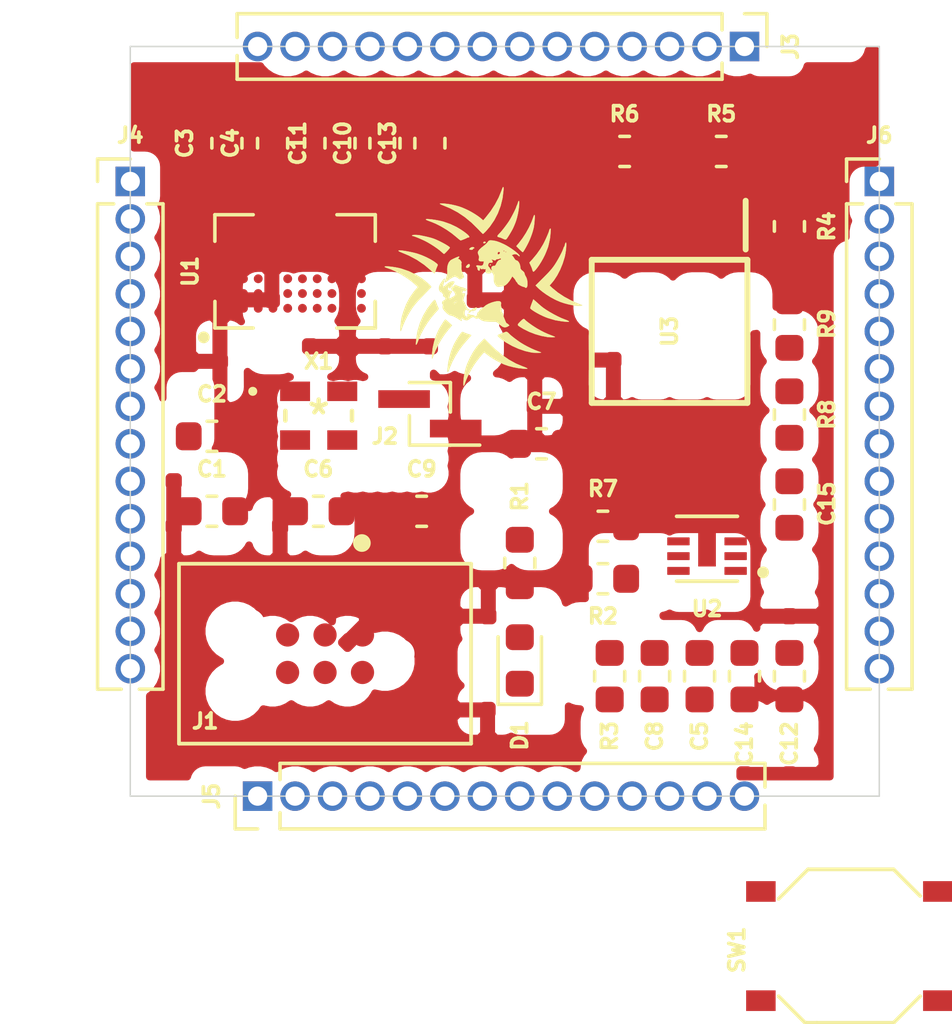
<source format=kicad_pcb>
(kicad_pcb (version 20171130) (host pcbnew "(5.1.10-1-10_14)")

  (general
    (thickness 1.6)
    (drawings 6)
    (tracks 0)
    (zones 0)
    (modules 37)
    (nets 58)
  )

  (page A4)
  (layers
    (0 F.Cu signal)
    (31 B.Cu signal)
    (32 B.Adhes user hide)
    (33 F.Adhes user hide)
    (34 B.Paste user hide)
    (35 F.Paste user hide)
    (36 B.SilkS user hide)
    (37 F.SilkS user)
    (38 B.Mask user hide)
    (39 F.Mask user hide)
    (40 Dwgs.User user hide)
    (41 Cmts.User user hide)
    (42 Eco1.User user hide)
    (43 Eco2.User user hide)
    (44 Edge.Cuts user)
    (45 Margin user hide)
    (46 B.CrtYd user hide)
    (47 F.CrtYd user hide)
    (48 B.Fab user hide)
    (49 F.Fab user hide)
  )

  (setup
    (last_trace_width 0.25)
    (trace_clearance 0.2)
    (zone_clearance 0.508)
    (zone_45_only no)
    (trace_min 0.249936)
    (via_size 0.8)
    (via_drill 0.4)
    (via_min_size 0.4)
    (via_min_drill 0.3)
    (uvia_size 0.3)
    (uvia_drill 0.1)
    (uvias_allowed no)
    (uvia_min_size 0.2)
    (uvia_min_drill 0.1)
    (edge_width 0.05)
    (segment_width 0.2)
    (pcb_text_width 0.3)
    (pcb_text_size 1.5 1.5)
    (mod_edge_width 0.12)
    (mod_text_size 1 1)
    (mod_text_width 0.15)
    (pad_size 1.524 1.524)
    (pad_drill 0.762)
    (pad_to_mask_clearance 0.051)
    (solder_mask_min_width 0.25)
    (aux_axis_origin 0 0)
    (visible_elements 7FFFFFFF)
    (pcbplotparams
      (layerselection 0x010fc_ffffffff)
      (usegerberextensions false)
      (usegerberattributes false)
      (usegerberadvancedattributes false)
      (creategerberjobfile false)
      (excludeedgelayer true)
      (linewidth 0.100000)
      (plotframeref false)
      (viasonmask false)
      (mode 1)
      (useauxorigin false)
      (hpglpennumber 1)
      (hpglpenspeed 20)
      (hpglpendiameter 15.000000)
      (psnegative false)
      (psa4output false)
      (plotreference true)
      (plotvalue true)
      (plotinvisibletext false)
      (padsonsilk false)
      (subtractmaskfromsilk false)
      (outputformat 1)
      (mirror false)
      (drillshape 1)
      (scaleselection 1)
      (outputdirectory ""))
  )

  (net 0 "")
  (net 1 +5V)
  (net 2 GND)
  (net 3 +1V8)
  (net 4 vddio)
  (net 5 vccd2)
  (net 6 vccd1)
  (net 7 vdda1)
  (net 8 vdda2)
  (net 9 "Net-(D1-Pad2)")
  (net 10 gpio)
  (net 11 Caravel_SCK)
  (net 12 Caravel_D0)
  (net 13 Caravel_D1)
  (net 14 Caravel_CSB)
  (net 15 mprj_io[18])
  (net 16 mprj_io[17])
  (net 17 mprj_io[16])
  (net 18 mprj_io[15])
  (net 19 mprj_io[14])
  (net 20 mprj_io[13])
  (net 21 mprj_io[12])
  (net 22 mprj_io[11])
  (net 23 mprj_io[10])
  (net 24 mprj_io[9])
  (net 25 mprj_io[8])
  (net 26 mprj_io[7])
  (net 27 mprj_io[6]_ser_tx)
  (net 28 mprj_io[5]_ser_rx)
  (net 29 mprj_io[0])
  (net 30 mprj_io[33])
  (net 31 mprj_io[32])
  (net 32 mprj_io[31])
  (net 33 mprj_io[30])
  (net 34 mprj_io[29])
  (net 35 mprj_io[28])
  (net 36 mprj_io[27])
  (net 37 mprj_io[26])
  (net 38 mprj_io[25])
  (net 39 mprj_io[24])
  (net 40 mprj_io[23])
  (net 41 mprj_io[22])
  (net 42 mprj_io[21])
  (net 43 mprj_io[20])
  (net 44 mprj_io[19])
  (net 45 xclk)
  (net 46 ~RST)
  (net 47 +3V3)
  (net 48 mprj_io[4]_SCK)
  (net 49 mprj_io[3]_CSB)
  (net 50 mprj_io[2]_SDI)
  (net 51 mprj_io[1]_SDO)
  (net 52 "Net-(C8-Pad2)")
  (net 53 "Net-(J2-Pad1)")
  (net 54 "Net-(R2-Pad1)")
  (net 55 "Net-(R3-Pad1)")
  (net 56 "Net-(R6-Pad1)")
  (net 57 "Net-(R9-Pad1)")

  (net_class Default "This is the default net class."
    (clearance 0.2)
    (trace_width 0.25)
    (via_dia 0.8)
    (via_drill 0.4)
    (uvia_dia 0.3)
    (uvia_drill 0.1)
    (add_net +1V8)
    (add_net +3V3)
    (add_net +5V)
    (add_net Caravel_CSB)
    (add_net Caravel_D0)
    (add_net Caravel_D1)
    (add_net Caravel_SCK)
    (add_net GND)
    (add_net "Net-(C8-Pad2)")
    (add_net "Net-(D1-Pad2)")
    (add_net "Net-(J1-Pad4)")
    (add_net "Net-(J1-Pad5)")
    (add_net "Net-(J2-Pad1)")
    (add_net "Net-(J5-Pad10)")
    (add_net "Net-(J5-Pad11)")
    (add_net "Net-(J5-Pad12)")
    (add_net "Net-(J5-Pad13)")
    (add_net "Net-(J5-Pad14)")
    (add_net "Net-(J5-Pad7)")
    (add_net "Net-(J5-Pad8)")
    (add_net "Net-(J5-Pad9)")
    (add_net "Net-(J6-Pad10)")
    (add_net "Net-(J6-Pad11)")
    (add_net "Net-(J6-Pad12)")
    (add_net "Net-(J6-Pad13)")
    (add_net "Net-(J6-Pad9)")
    (add_net "Net-(R2-Pad1)")
    (add_net "Net-(R3-Pad1)")
    (add_net "Net-(R6-Pad1)")
    (add_net "Net-(R9-Pad1)")
    (add_net gpio)
    (add_net mprj_io[0])
    (add_net mprj_io[10])
    (add_net mprj_io[11])
    (add_net mprj_io[12])
    (add_net mprj_io[13])
    (add_net mprj_io[14])
    (add_net mprj_io[15])
    (add_net mprj_io[16])
    (add_net mprj_io[17])
    (add_net mprj_io[18])
    (add_net mprj_io[19])
    (add_net mprj_io[1]_SDO)
    (add_net mprj_io[20])
    (add_net mprj_io[21])
    (add_net mprj_io[22])
    (add_net mprj_io[23])
    (add_net mprj_io[24])
    (add_net mprj_io[25])
    (add_net mprj_io[26])
    (add_net mprj_io[27])
    (add_net mprj_io[28])
    (add_net mprj_io[29])
    (add_net mprj_io[2]_SDI)
    (add_net mprj_io[30])
    (add_net mprj_io[31])
    (add_net mprj_io[32])
    (add_net mprj_io[33])
    (add_net mprj_io[34])
    (add_net mprj_io[35])
    (add_net mprj_io[36])
    (add_net mprj_io[37])
    (add_net mprj_io[3]_CSB)
    (add_net mprj_io[4]_SCK)
    (add_net mprj_io[5]_ser_rx)
    (add_net mprj_io[6]_ser_tx)
    (add_net mprj_io[7])
    (add_net mprj_io[8])
    (add_net mprj_io[9])
    (add_net vccd1)
    (add_net vccd2)
    (add_net vdda1)
    (add_net vdda2)
    (add_net vddio)
    (add_net xclk)
    (add_net ~RST)
  )

  (module Connector_PinHeader_1.27mm:PinHeader_1x14_P1.27mm_Vertical (layer F.Cu) (tedit 59FED6E3) (tstamp 61689E2A)
    (at 148.844 81.28 270)
    (descr "Through hole straight pin header, 1x14, 1.27mm pitch, single row")
    (tags "Through hole pin header THT 1x14 1.27mm single row")
    (path /618D0E1E)
    (fp_text reference J3 (at 0 -1.56 90) (layer F.SilkS)
      (effects (font (size 0.508 0.508) (thickness 0.127)))
    )
    (fp_text value Conn_01x14_Female (at 0 14.56 90) (layer F.Fab)
      (effects (font (size 1 1) (thickness 0.15)))
    )
    (fp_text user %R (at 0 6.5) (layer F.Fab)
      (effects (font (size 0.508 0.508) (thickness 0.127)))
    )
    (fp_line (start -0.525 -0.635) (end 1.05 -0.635) (layer F.Fab) (width 0.1))
    (fp_line (start 1.05 -0.635) (end 1.05 17.145) (layer F.Fab) (width 0.1))
    (fp_line (start 1.05 17.145) (end -1.05 17.145) (layer F.Fab) (width 0.1))
    (fp_line (start -1.05 17.145) (end -1.05 -0.11) (layer F.Fab) (width 0.1))
    (fp_line (start -1.05 -0.11) (end -0.525 -0.635) (layer F.Fab) (width 0.1))
    (fp_line (start -1.11 17.205) (end -0.30753 17.205) (layer F.SilkS) (width 0.12))
    (fp_line (start 0.30753 17.205) (end 1.11 17.205) (layer F.SilkS) (width 0.12))
    (fp_line (start -1.11 0.76) (end -1.11 17.205) (layer F.SilkS) (width 0.12))
    (fp_line (start 1.11 0.76) (end 1.11 17.205) (layer F.SilkS) (width 0.12))
    (fp_line (start -1.11 0.76) (end -0.563471 0.76) (layer F.SilkS) (width 0.12))
    (fp_line (start 0.563471 0.76) (end 1.11 0.76) (layer F.SilkS) (width 0.12))
    (fp_line (start -1.11 0) (end -1.11 -0.76) (layer F.SilkS) (width 0.12))
    (fp_line (start -1.11 -0.76) (end 0 -0.76) (layer F.SilkS) (width 0.12))
    (fp_line (start -1.55 -1.15) (end -1.55 17.65) (layer F.CrtYd) (width 0.05))
    (fp_line (start -1.55 17.65) (end 1.55 17.65) (layer F.CrtYd) (width 0.05))
    (fp_line (start 1.55 17.65) (end 1.55 -1.15) (layer F.CrtYd) (width 0.05))
    (fp_line (start 1.55 -1.15) (end -1.55 -1.15) (layer F.CrtYd) (width 0.05))
    (pad 14 thru_hole oval (at 0 16.51 270) (size 1 1) (drill 0.65) (layers *.Cu *.Mask)
      (net 20 mprj_io[13]))
    (pad 13 thru_hole oval (at 0 15.24 270) (size 1 1) (drill 0.65) (layers *.Cu *.Mask)
      (net 21 mprj_io[12]))
    (pad 12 thru_hole oval (at 0 13.97 270) (size 1 1) (drill 0.65) (layers *.Cu *.Mask)
      (net 22 mprj_io[11]))
    (pad 11 thru_hole oval (at 0 12.7 270) (size 1 1) (drill 0.65) (layers *.Cu *.Mask)
      (net 23 mprj_io[10]))
    (pad 10 thru_hole oval (at 0 11.43 270) (size 1 1) (drill 0.65) (layers *.Cu *.Mask)
      (net 24 mprj_io[9]))
    (pad 9 thru_hole oval (at 0 10.16 270) (size 1 1) (drill 0.65) (layers *.Cu *.Mask)
      (net 25 mprj_io[8]))
    (pad 8 thru_hole oval (at 0 8.89 270) (size 1 1) (drill 0.65) (layers *.Cu *.Mask)
      (net 26 mprj_io[7]))
    (pad 7 thru_hole oval (at 0 7.62 270) (size 1 1) (drill 0.65) (layers *.Cu *.Mask)
      (net 27 mprj_io[6]_ser_tx))
    (pad 6 thru_hole oval (at 0 6.35 270) (size 1 1) (drill 0.65) (layers *.Cu *.Mask)
      (net 28 mprj_io[5]_ser_rx))
    (pad 5 thru_hole oval (at 0 5.08 270) (size 1 1) (drill 0.65) (layers *.Cu *.Mask)
      (net 48 mprj_io[4]_SCK))
    (pad 4 thru_hole oval (at 0 3.81 270) (size 1 1) (drill 0.65) (layers *.Cu *.Mask)
      (net 49 mprj_io[3]_CSB))
    (pad 3 thru_hole oval (at 0 2.54 270) (size 1 1) (drill 0.65) (layers *.Cu *.Mask)
      (net 50 mprj_io[2]_SDI))
    (pad 2 thru_hole oval (at 0 1.27 270) (size 1 1) (drill 0.65) (layers *.Cu *.Mask)
      (net 51 mprj_io[1]_SDO))
    (pad 1 thru_hole rect (at 0 0 270) (size 1 1) (drill 0.65) (layers *.Cu *.Mask)
      (net 29 mprj_io[0]))
    (model ${KISYS3DMOD}/Connector_PinHeader_1.27mm.3dshapes/PinHeader_1x14_P1.27mm_Vertical.wrl
      (at (xyz 0 0 0))
      (scale (xyz 1 1 1))
      (rotate (xyz 0 0 0))
    )
  )

  (module Connector_PinHeader_1.27mm:PinHeader_1x14_P1.27mm_Vertical (layer F.Cu) (tedit 59FED6E3) (tstamp 61689E4C)
    (at 128.016 85.852)
    (descr "Through hole straight pin header, 1x14, 1.27mm pitch, single row")
    (tags "Through hole pin header THT 1x14 1.27mm single row")
    (path /618D323A)
    (fp_text reference J4 (at 0 -1.56) (layer F.SilkS)
      (effects (font (size 0.508 0.508) (thickness 0.127)))
    )
    (fp_text value Conn_01x14_Female (at 0 14.56) (layer F.Fab)
      (effects (font (size 1 1) (thickness 0.15)))
    )
    (fp_text user %R (at 0 6.5 90) (layer F.Fab)
      (effects (font (size 0.508 0.508) (thickness 0.127)))
    )
    (fp_line (start -0.525 -0.635) (end 1.05 -0.635) (layer F.Fab) (width 0.1))
    (fp_line (start 1.05 -0.635) (end 1.05 17.145) (layer F.Fab) (width 0.1))
    (fp_line (start 1.05 17.145) (end -1.05 17.145) (layer F.Fab) (width 0.1))
    (fp_line (start -1.05 17.145) (end -1.05 -0.11) (layer F.Fab) (width 0.1))
    (fp_line (start -1.05 -0.11) (end -0.525 -0.635) (layer F.Fab) (width 0.1))
    (fp_line (start -1.11 17.205) (end -0.30753 17.205) (layer F.SilkS) (width 0.12))
    (fp_line (start 0.30753 17.205) (end 1.11 17.205) (layer F.SilkS) (width 0.12))
    (fp_line (start -1.11 0.76) (end -1.11 17.205) (layer F.SilkS) (width 0.12))
    (fp_line (start 1.11 0.76) (end 1.11 17.205) (layer F.SilkS) (width 0.12))
    (fp_line (start -1.11 0.76) (end -0.563471 0.76) (layer F.SilkS) (width 0.12))
    (fp_line (start 0.563471 0.76) (end 1.11 0.76) (layer F.SilkS) (width 0.12))
    (fp_line (start -1.11 0) (end -1.11 -0.76) (layer F.SilkS) (width 0.12))
    (fp_line (start -1.11 -0.76) (end 0 -0.76) (layer F.SilkS) (width 0.12))
    (fp_line (start -1.55 -1.15) (end -1.55 17.65) (layer F.CrtYd) (width 0.05))
    (fp_line (start -1.55 17.65) (end 1.55 17.65) (layer F.CrtYd) (width 0.05))
    (fp_line (start 1.55 17.65) (end 1.55 -1.15) (layer F.CrtYd) (width 0.05))
    (fp_line (start 1.55 -1.15) (end -1.55 -1.15) (layer F.CrtYd) (width 0.05))
    (pad 14 thru_hole oval (at 0 16.51) (size 1 1) (drill 0.65) (layers *.Cu *.Mask)
      (net 36 mprj_io[27]))
    (pad 13 thru_hole oval (at 0 15.24) (size 1 1) (drill 0.65) (layers *.Cu *.Mask)
      (net 37 mprj_io[26]))
    (pad 12 thru_hole oval (at 0 13.97) (size 1 1) (drill 0.65) (layers *.Cu *.Mask)
      (net 38 mprj_io[25]))
    (pad 11 thru_hole oval (at 0 12.7) (size 1 1) (drill 0.65) (layers *.Cu *.Mask)
      (net 39 mprj_io[24]))
    (pad 10 thru_hole oval (at 0 11.43) (size 1 1) (drill 0.65) (layers *.Cu *.Mask)
      (net 40 mprj_io[23]))
    (pad 9 thru_hole oval (at 0 10.16) (size 1 1) (drill 0.65) (layers *.Cu *.Mask)
      (net 41 mprj_io[22]))
    (pad 8 thru_hole oval (at 0 8.89) (size 1 1) (drill 0.65) (layers *.Cu *.Mask)
      (net 42 mprj_io[21]))
    (pad 7 thru_hole oval (at 0 7.62) (size 1 1) (drill 0.65) (layers *.Cu *.Mask)
      (net 43 mprj_io[20]))
    (pad 6 thru_hole oval (at 0 6.35) (size 1 1) (drill 0.65) (layers *.Cu *.Mask)
      (net 44 mprj_io[19]))
    (pad 5 thru_hole oval (at 0 5.08) (size 1 1) (drill 0.65) (layers *.Cu *.Mask)
      (net 15 mprj_io[18]))
    (pad 4 thru_hole oval (at 0 3.81) (size 1 1) (drill 0.65) (layers *.Cu *.Mask)
      (net 16 mprj_io[17]))
    (pad 3 thru_hole oval (at 0 2.54) (size 1 1) (drill 0.65) (layers *.Cu *.Mask)
      (net 17 mprj_io[16]))
    (pad 2 thru_hole oval (at 0 1.27) (size 1 1) (drill 0.65) (layers *.Cu *.Mask)
      (net 18 mprj_io[15]))
    (pad 1 thru_hole rect (at 0 0) (size 1 1) (drill 0.65) (layers *.Cu *.Mask)
      (net 19 mprj_io[14]))
    (model ${KISYS3DMOD}/Connector_PinHeader_1.27mm.3dshapes/PinHeader_1x14_P1.27mm_Vertical.wrl
      (at (xyz 0 0 0))
      (scale (xyz 1 1 1))
      (rotate (xyz 0 0 0))
    )
  )

  (module Connector_PinHeader_1.27mm:PinHeader_1x14_P1.27mm_Vertical (layer F.Cu) (tedit 59FED6E3) (tstamp 61689E90)
    (at 153.416 85.852)
    (descr "Through hole straight pin header, 1x14, 1.27mm pitch, single row")
    (tags "Through hole pin header THT 1x14 1.27mm single row")
    (path /618D855D)
    (fp_text reference J6 (at 0 -1.56) (layer F.SilkS)
      (effects (font (size 0.508 0.508) (thickness 0.127)))
    )
    (fp_text value Conn_01x14_Female (at 0 14.56) (layer F.Fab)
      (effects (font (size 1 1) (thickness 0.15)))
    )
    (fp_text user %R (at 0 6.5 90) (layer F.Fab)
      (effects (font (size 0.508 0.508) (thickness 0.127)))
    )
    (fp_line (start -0.525 -0.635) (end 1.05 -0.635) (layer F.Fab) (width 0.1))
    (fp_line (start 1.05 -0.635) (end 1.05 17.145) (layer F.Fab) (width 0.1))
    (fp_line (start 1.05 17.145) (end -1.05 17.145) (layer F.Fab) (width 0.1))
    (fp_line (start -1.05 17.145) (end -1.05 -0.11) (layer F.Fab) (width 0.1))
    (fp_line (start -1.05 -0.11) (end -0.525 -0.635) (layer F.Fab) (width 0.1))
    (fp_line (start -1.11 17.205) (end -0.30753 17.205) (layer F.SilkS) (width 0.12))
    (fp_line (start 0.30753 17.205) (end 1.11 17.205) (layer F.SilkS) (width 0.12))
    (fp_line (start -1.11 0.76) (end -1.11 17.205) (layer F.SilkS) (width 0.12))
    (fp_line (start 1.11 0.76) (end 1.11 17.205) (layer F.SilkS) (width 0.12))
    (fp_line (start -1.11 0.76) (end -0.563471 0.76) (layer F.SilkS) (width 0.12))
    (fp_line (start 0.563471 0.76) (end 1.11 0.76) (layer F.SilkS) (width 0.12))
    (fp_line (start -1.11 0) (end -1.11 -0.76) (layer F.SilkS) (width 0.12))
    (fp_line (start -1.11 -0.76) (end 0 -0.76) (layer F.SilkS) (width 0.12))
    (fp_line (start -1.55 -1.15) (end -1.55 17.65) (layer F.CrtYd) (width 0.05))
    (fp_line (start -1.55 17.65) (end 1.55 17.65) (layer F.CrtYd) (width 0.05))
    (fp_line (start 1.55 17.65) (end 1.55 -1.15) (layer F.CrtYd) (width 0.05))
    (fp_line (start 1.55 -1.15) (end -1.55 -1.15) (layer F.CrtYd) (width 0.05))
    (pad 14 thru_hole oval (at 0 16.51) (size 1 1) (drill 0.65) (layers *.Cu *.Mask)
      (net 1 +5V))
    (pad 13 thru_hole oval (at 0 15.24) (size 1 1) (drill 0.65) (layers *.Cu *.Mask))
    (pad 12 thru_hole oval (at 0 13.97) (size 1 1) (drill 0.65) (layers *.Cu *.Mask))
    (pad 11 thru_hole oval (at 0 12.7) (size 1 1) (drill 0.65) (layers *.Cu *.Mask))
    (pad 10 thru_hole oval (at 0 11.43) (size 1 1) (drill 0.65) (layers *.Cu *.Mask))
    (pad 9 thru_hole oval (at 0 10.16) (size 1 1) (drill 0.65) (layers *.Cu *.Mask))
    (pad 8 thru_hole oval (at 0 8.89) (size 1 1) (drill 0.65) (layers *.Cu *.Mask)
      (net 7 vdda1))
    (pad 7 thru_hole oval (at 0 7.62) (size 1 1) (drill 0.65) (layers *.Cu *.Mask)
      (net 47 +3V3))
    (pad 6 thru_hole oval (at 0 6.35) (size 1 1) (drill 0.65) (layers *.Cu *.Mask)
      (net 47 +3V3))
    (pad 5 thru_hole oval (at 0 5.08) (size 1 1) (drill 0.65) (layers *.Cu *.Mask)
      (net 8 vdda2))
    (pad 4 thru_hole oval (at 0 3.81) (size 1 1) (drill 0.65) (layers *.Cu *.Mask)
      (net 6 vccd1))
    (pad 3 thru_hole oval (at 0 2.54) (size 1 1) (drill 0.65) (layers *.Cu *.Mask)
      (net 3 +1V8))
    (pad 2 thru_hole oval (at 0 1.27) (size 1 1) (drill 0.65) (layers *.Cu *.Mask)
      (net 3 +1V8))
    (pad 1 thru_hole rect (at 0 0) (size 1 1) (drill 0.65) (layers *.Cu *.Mask)
      (net 5 vccd2))
    (model ${KISYS3DMOD}/Connector_PinHeader_1.27mm.3dshapes/PinHeader_1x14_P1.27mm_Vertical.wrl
      (at (xyz 0 0 0))
      (scale (xyz 1 1 1))
      (rotate (xyz 0 0 0))
    )
  )

  (module Connector_PinHeader_1.27mm:PinHeader_1x14_P1.27mm_Vertical (layer F.Cu) (tedit 59FED6E3) (tstamp 61689E6E)
    (at 132.334 106.68 90)
    (descr "Through hole straight pin header, 1x14, 1.27mm pitch, single row")
    (tags "Through hole pin header THT 1x14 1.27mm single row")
    (path /618D4827)
    (fp_text reference J5 (at 0 -1.56 90) (layer F.SilkS)
      (effects (font (size 0.508 0.508) (thickness 0.127)))
    )
    (fp_text value Conn_01x14_Female (at 0 14.56 90) (layer F.Fab)
      (effects (font (size 1 1) (thickness 0.15)))
    )
    (fp_text user %R (at 0 6.5) (layer F.Fab)
      (effects (font (size 0.508 0.508) (thickness 0.127)))
    )
    (fp_line (start -0.525 -0.635) (end 1.05 -0.635) (layer F.Fab) (width 0.1))
    (fp_line (start 1.05 -0.635) (end 1.05 17.145) (layer F.Fab) (width 0.1))
    (fp_line (start 1.05 17.145) (end -1.05 17.145) (layer F.Fab) (width 0.1))
    (fp_line (start -1.05 17.145) (end -1.05 -0.11) (layer F.Fab) (width 0.1))
    (fp_line (start -1.05 -0.11) (end -0.525 -0.635) (layer F.Fab) (width 0.1))
    (fp_line (start -1.11 17.205) (end -0.30753 17.205) (layer F.SilkS) (width 0.12))
    (fp_line (start 0.30753 17.205) (end 1.11 17.205) (layer F.SilkS) (width 0.12))
    (fp_line (start -1.11 0.76) (end -1.11 17.205) (layer F.SilkS) (width 0.12))
    (fp_line (start 1.11 0.76) (end 1.11 17.205) (layer F.SilkS) (width 0.12))
    (fp_line (start -1.11 0.76) (end -0.563471 0.76) (layer F.SilkS) (width 0.12))
    (fp_line (start 0.563471 0.76) (end 1.11 0.76) (layer F.SilkS) (width 0.12))
    (fp_line (start -1.11 0) (end -1.11 -0.76) (layer F.SilkS) (width 0.12))
    (fp_line (start -1.11 -0.76) (end 0 -0.76) (layer F.SilkS) (width 0.12))
    (fp_line (start -1.55 -1.15) (end -1.55 17.65) (layer F.CrtYd) (width 0.05))
    (fp_line (start -1.55 17.65) (end 1.55 17.65) (layer F.CrtYd) (width 0.05))
    (fp_line (start 1.55 17.65) (end 1.55 -1.15) (layer F.CrtYd) (width 0.05))
    (fp_line (start 1.55 -1.15) (end -1.55 -1.15) (layer F.CrtYd) (width 0.05))
    (pad 14 thru_hole oval (at 0 16.51 90) (size 1 1) (drill 0.65) (layers *.Cu *.Mask))
    (pad 13 thru_hole oval (at 0 15.24 90) (size 1 1) (drill 0.65) (layers *.Cu *.Mask))
    (pad 12 thru_hole oval (at 0 13.97 90) (size 1 1) (drill 0.65) (layers *.Cu *.Mask))
    (pad 11 thru_hole oval (at 0 12.7 90) (size 1 1) (drill 0.65) (layers *.Cu *.Mask))
    (pad 10 thru_hole oval (at 0 11.43 90) (size 1 1) (drill 0.65) (layers *.Cu *.Mask))
    (pad 9 thru_hole oval (at 0 10.16 90) (size 1 1) (drill 0.65) (layers *.Cu *.Mask))
    (pad 8 thru_hole oval (at 0 8.89 90) (size 1 1) (drill 0.65) (layers *.Cu *.Mask))
    (pad 7 thru_hole oval (at 0 7.62 90) (size 1 1) (drill 0.65) (layers *.Cu *.Mask))
    (pad 6 thru_hole oval (at 0 6.35 90) (size 1 1) (drill 0.65) (layers *.Cu *.Mask)
      (net 30 mprj_io[33]))
    (pad 5 thru_hole oval (at 0 5.08 90) (size 1 1) (drill 0.65) (layers *.Cu *.Mask)
      (net 31 mprj_io[32]))
    (pad 4 thru_hole oval (at 0 3.81 90) (size 1 1) (drill 0.65) (layers *.Cu *.Mask)
      (net 32 mprj_io[31]))
    (pad 3 thru_hole oval (at 0 2.54 90) (size 1 1) (drill 0.65) (layers *.Cu *.Mask)
      (net 33 mprj_io[30]))
    (pad 2 thru_hole oval (at 0 1.27 90) (size 1 1) (drill 0.65) (layers *.Cu *.Mask)
      (net 34 mprj_io[29]))
    (pad 1 thru_hole rect (at 0 0 90) (size 1 1) (drill 0.65) (layers *.Cu *.Mask)
      (net 35 mprj_io[28]))
    (model ${KISYS3DMOD}/Connector_PinHeader_1.27mm.3dshapes/PinHeader_1x14_P1.27mm_Vertical.wrl
      (at (xyz 0 0 0))
      (scale (xyz 1 1 1))
      (rotate (xyz 0 0 0))
    )
  )

  (module Caravel:DSC6001JE1A-010.0000 (layer F.Cu) (tedit 602B1768) (tstamp 616902FF)
    (at 134.4041 93.7895)
    (path /601AAA8F)
    (fp_text reference X1 (at 0 -1.8415) (layer F.SilkS)
      (effects (font (size 0.508 0.508) (thickness 0.127)))
    )
    (fp_text value DSC6001_10MHZ (at 0 0) (layer Dwgs.User)
      (effects (font (size 1 1) (thickness 0.15)))
    )
    (fp_circle (center -0.2921 -0.8255) (end -0.2921 -0.8255) (layer F.Fab) (width 0.1524))
    (fp_circle (center -2.2352 -0.8255) (end -2.159 -0.8255) (layer F.SilkS) (width 0.1524))
    (fp_line (start -1.2573 1.4097) (end -1.5621 1.4097) (layer F.CrtYd) (width 0.1524))
    (fp_line (start -1.2573 1.4986) (end -1.2573 1.4097) (layer F.CrtYd) (width 0.1524))
    (fp_line (start 1.2573 1.4986) (end -1.2573 1.4986) (layer F.CrtYd) (width 0.1524))
    (fp_line (start 1.2573 1.4097) (end 1.2573 1.4986) (layer F.CrtYd) (width 0.1524))
    (fp_line (start 1.5621 1.4097) (end 1.2573 1.4097) (layer F.CrtYd) (width 0.1524))
    (fp_line (start 1.5621 -1.4097) (end 1.5621 1.4097) (layer F.CrtYd) (width 0.1524))
    (fp_line (start 1.2573 -1.4097) (end 1.5621 -1.4097) (layer F.CrtYd) (width 0.1524))
    (fp_line (start 1.2573 -1.4986) (end 1.2573 -1.4097) (layer F.CrtYd) (width 0.1524))
    (fp_line (start -1.2573 -1.4986) (end 1.2573 -1.4986) (layer F.CrtYd) (width 0.1524))
    (fp_line (start -1.2573 -1.4097) (end -1.2573 -1.4986) (layer F.CrtYd) (width 0.1524))
    (fp_line (start -1.5621 -1.4097) (end -1.2573 -1.4097) (layer F.CrtYd) (width 0.1524))
    (fp_line (start -1.5621 1.4097) (end -1.5621 -1.4097) (layer F.CrtYd) (width 0.1524))
    (fp_line (start -1.0033 -1.2446) (end -1.0033 1.2446) (layer F.Fab) (width 0.1524))
    (fp_line (start 1.0033 -1.2446) (end -1.0033 -1.2446) (layer F.Fab) (width 0.1524))
    (fp_line (start 1.0033 1.2446) (end 1.0033 -1.2446) (layer F.Fab) (width 0.1524))
    (fp_line (start -1.0033 1.2446) (end 1.0033 1.2446) (layer F.Fab) (width 0.1524))
    (fp_line (start -1.1303 -0.16256) (end -1.1303 0.16256) (layer F.SilkS) (width 0.1524))
    (fp_line (start 1.1303 0.16256) (end 1.1303 -0.16256) (layer F.SilkS) (width 0.1524))
    (fp_arc (start 0 -1.2446) (end 0.3048 -1.2446) (angle 180) (layer F.Fab) (width 0.1524))
    (fp_text user 0.04in/1.016mm (at -0.8001 3.0226) (layer Dwgs.User)
      (effects (font (size 1 1) (thickness 0.15)))
    )
    (fp_text user 0.063in/1.6mm (at 0 -3.6576) (layer Dwgs.User)
      (effects (font (size 1 1) (thickness 0.15)))
    )
    (fp_text user 0.026in/0.66mm (at 3.8481 -0.8255) (layer Dwgs.User)
      (effects (font (size 1 1) (thickness 0.15)))
    )
    (fp_text user 0.065in/1.651mm (at -3.8481 0) (layer Dwgs.User)
      (effects (font (size 1 1) (thickness 0.15)))
    )
    (fp_text user * (at 0 0) (layer F.Fab)
      (effects (font (size 1 1) (thickness 0.15)))
    )
    (fp_text user * (at 0 0) (layer F.SilkS)
      (effects (font (size 1 1) (thickness 0.15)))
    )
    (fp_text user "Copyright 2016 Accelerated Designs. All rights reserved." (at 0 0) (layer Cmts.User)
      (effects (font (size 0.127 0.127) (thickness 0.002)))
    )
    (pad 4 smd rect (at 0.8001 -0.8255) (size 1.016 0.6604) (layers F.Cu F.Paste F.Mask)
      (net 4 vddio))
    (pad 3 smd rect (at 0.8001 0.8255) (size 1.016 0.6604) (layers F.Cu F.Paste F.Mask)
      (net 45 xclk))
    (pad 2 smd rect (at -0.8001 0.8255) (size 1.016 0.6604) (layers F.Cu F.Paste F.Mask)
      (net 2 GND))
    (pad 1 smd rect (at -0.8001 -0.8255) (size 1.016 0.6604) (layers F.Cu F.Paste F.Mask)
      (net 53 "Net-(J2-Pad1)"))
  )

  (module Caravel:SOIC127P790X216-8N (layer F.Cu) (tedit 0) (tstamp 6168F643)
    (at 146.304 90.932 270)
    (descr "8-Pin SOIC 208-mil (Package Code SS)")
    (tags "Integrated Circuit")
    (path /62223442)
    (attr smd)
    (fp_text reference U3 (at 0 0 90) (layer F.SilkS)
      (effects (font (size 0.508 0.508) (thickness 0.127)))
    )
    (fp_text value W25Q32FVSS (at 0 -0.127 180) (layer F.Fab) hide
      (effects (font (size 1.27 1.27) (thickness 0.254)))
    )
    (fp_line (start -4.425 -2.58) (end -2.775 -2.58) (layer F.SilkS) (width 0.2))
    (fp_line (start -2.425 2.64) (end -2.425 -2.64) (layer F.SilkS) (width 0.2))
    (fp_line (start 2.425 2.64) (end -2.425 2.64) (layer F.SilkS) (width 0.2))
    (fp_line (start 2.425 -2.64) (end 2.425 2.64) (layer F.SilkS) (width 0.2))
    (fp_line (start -2.425 -2.64) (end 2.425 -2.64) (layer F.SilkS) (width 0.2))
    (fp_line (start -2.64 -1.37) (end -1.37 -2.64) (layer F.Fab) (width 0.1))
    (fp_line (start -2.64 2.64) (end -2.64 -2.64) (layer F.Fab) (width 0.1))
    (fp_line (start 2.64 2.64) (end -2.64 2.64) (layer F.Fab) (width 0.1))
    (fp_line (start 2.64 -2.64) (end 2.64 2.64) (layer F.Fab) (width 0.1))
    (fp_line (start -2.64 -2.64) (end 2.64 -2.64) (layer F.Fab) (width 0.1))
    (fp_line (start -4.675 2.94) (end -4.675 -2.94) (layer F.CrtYd) (width 0.05))
    (fp_line (start 4.675 2.94) (end -4.675 2.94) (layer F.CrtYd) (width 0.05))
    (fp_line (start 4.675 -2.94) (end 4.675 2.94) (layer F.CrtYd) (width 0.05))
    (fp_line (start -4.675 -2.94) (end 4.675 -2.94) (layer F.CrtYd) (width 0.05))
    (fp_text user %R (at 0 0 90) (layer F.Fab)
      (effects (font (size 0.508 0.508) (thickness 0.127)))
    )
    (pad 8 smd rect (at 3.6 -1.905) (size 0.65 1.65) (layers F.Cu F.Paste F.Mask)
      (net 4 vddio))
    (pad 7 smd rect (at 3.6 -0.635) (size 0.65 1.65) (layers F.Cu F.Paste F.Mask)
      (net 57 "Net-(R9-Pad1)"))
    (pad 6 smd rect (at 3.6 0.635) (size 0.65 1.65) (layers F.Cu F.Paste F.Mask)
      (net 11 Caravel_SCK))
    (pad 5 smd rect (at 3.6 1.905) (size 0.65 1.65) (layers F.Cu F.Paste F.Mask)
      (net 12 Caravel_D0))
    (pad 4 smd rect (at -3.6 1.905) (size 0.65 1.65) (layers F.Cu F.Paste F.Mask)
      (net 2 GND))
    (pad 3 smd rect (at -3.6 0.635) (size 0.65 1.65) (layers F.Cu F.Paste F.Mask)
      (net 56 "Net-(R6-Pad1)"))
    (pad 2 smd rect (at -3.6 -0.635) (size 0.65 1.65) (layers F.Cu F.Paste F.Mask)
      (net 13 Caravel_D1))
    (pad 1 smd rect (at -3.6 -1.905) (size 0.65 1.65) (layers F.Cu F.Paste F.Mask)
      (net 14 Caravel_CSB))
    (model W25Q64FVSSIG.stp
      (at (xyz 0 0 0))
      (scale (xyz 1 1 1))
      (rotate (xyz 0 0 0))
    )
  )

  (module Caravel:SON50P200X200X60-9N (layer F.Cu) (tedit 6148C24F) (tstamp 616902A7)
    (at 147.574 98.298 180)
    (path /61577DC3)
    (fp_text reference U2 (at 0 -2.032) (layer F.SilkS)
      (effects (font (size 0.508 0.508) (thickness 0.127)))
    )
    (fp_text value MIC5350-SGYMT-TR (at 2.5608 1.5968) (layer F.Fab)
      (effects (font (size 0.32 0.32) (thickness 0.15)))
    )
    (fp_poly (pts (xy -0.185 -0.485) (xy 0.185 -0.485) (xy 0.185 0.485) (xy -0.185 0.485)) (layer F.Paste) (width 0.01))
    (fp_line (start -1.6 1.14) (end -1.6 -1.14) (layer F.CrtYd) (width 0.05))
    (fp_circle (center -1.9 -0.8) (end -1.8 -0.8) (layer F.Fab) (width 0.2))
    (fp_circle (center -1.9 -0.8) (end -1.8 -0.8) (layer F.SilkS) (width 0.2))
    (fp_line (start 1.6 -1.14) (end 1.6 1.14) (layer F.CrtYd) (width 0.05))
    (fp_line (start -1.6 1.14) (end -1.6 -1.14) (layer F.CrtYd) (width 0.05))
    (fp_line (start -1.28 1.14) (end -1.6 1.14) (layer F.CrtYd) (width 0.05))
    (fp_line (start -1.28 1.28) (end -1.28 1.14) (layer F.CrtYd) (width 0.05))
    (fp_line (start 1.28 1.28) (end -1.28 1.28) (layer F.CrtYd) (width 0.05))
    (fp_line (start 1.28 1.14) (end 1.28 1.28) (layer F.CrtYd) (width 0.05))
    (fp_line (start 1.6 1.14) (end 1.28 1.14) (layer F.CrtYd) (width 0.05))
    (fp_line (start 1.28 -1.14) (end 1.6 -1.14) (layer F.CrtYd) (width 0.05))
    (fp_line (start 1.28 -1.28) (end 1.28 -1.14) (layer F.CrtYd) (width 0.05))
    (fp_line (start -1.28 -1.28) (end 1.28 -1.28) (layer F.CrtYd) (width 0.05))
    (fp_line (start -1.28 -1.14) (end -1.28 -1.28) (layer F.CrtYd) (width 0.05))
    (fp_line (start -1.6 -1.14) (end -1.28 -1.14) (layer F.CrtYd) (width 0.05))
    (fp_line (start -1.03 1.099) (end 1.03 1.099) (layer F.SilkS) (width 0.127))
    (fp_line (start -1.03 -1.099) (end 1.03 -1.099) (layer F.SilkS) (width 0.127))
    (fp_line (start 1.03 1.03) (end -1.03 1.03) (layer F.Fab) (width 0.127))
    (fp_line (start 1.03 -1.03) (end 1.03 1.03) (layer F.Fab) (width 0.127))
    (fp_line (start -1.03 -1.03) (end 1.03 -1.03) (layer F.Fab) (width 0.127))
    (fp_line (start -1.03 1.03) (end -1.03 -1.03) (layer F.Fab) (width 0.127))
    (pad 9 smd rect (at 0 0 180) (size 0.6 1.2) (layers F.Cu F.Mask)
      (net 2 GND))
    (pad 8 smd roundrect (at 0.97 -0.75 180) (size 0.76 0.27) (layers F.Cu F.Paste F.Mask) (roundrect_rratio 0.07000000000000001)
      (net 47 +3V3))
    (pad 7 smd roundrect (at 0.97 -0.25 180) (size 0.76 0.27) (layers F.Cu F.Paste F.Mask) (roundrect_rratio 0.07000000000000001)
      (net 3 +1V8))
    (pad 6 smd roundrect (at 0.97 0.25 180) (size 0.76 0.27) (layers F.Cu F.Paste F.Mask) (roundrect_rratio 0.07000000000000001))
    (pad 5 smd roundrect (at 0.97 0.75 180) (size 0.76 0.27) (layers F.Cu F.Paste F.Mask) (roundrect_rratio 0.07000000000000001)
      (net 55 "Net-(R3-Pad1)"))
    (pad 4 smd roundrect (at -0.97 0.75 180) (size 0.76 0.27) (layers F.Cu F.Paste F.Mask) (roundrect_rratio 0.07000000000000001)
      (net 54 "Net-(R2-Pad1)"))
    (pad 3 smd roundrect (at -0.97 0.25 180) (size 0.76 0.27) (layers F.Cu F.Paste F.Mask) (roundrect_rratio 0.07000000000000001)
      (net 52 "Net-(C8-Pad2)"))
    (pad 2 smd roundrect (at -0.97 -0.25 180) (size 0.76 0.27) (layers F.Cu F.Paste F.Mask) (roundrect_rratio 0.07000000000000001)
      (net 2 GND))
    (pad 1 smd roundrect (at -0.97 -0.75 180) (size 0.76 0.27) (layers F.Cu F.Paste F.Mask) (roundrect_rratio 0.07000000000000001)
      (net 1 +5V))
  )

  (module Caravel:Caravel_WCSP (layer F.Cu) (tedit 6168756C) (tstamp 613025E1)
    (at 133.604 88.9 90)
    (path /612E097B)
    (attr smd)
    (fp_text reference U1 (at 0 -3.556 90) (layer F.SilkS)
      (effects (font (size 0.508 0.508) (thickness 0.127)))
    )
    (fp_text value Caravel (at 0 4.2926 90) (layer F.Fab)
      (effects (font (size 1 1) (thickness 0.15)))
    )
    (fp_line (start -1.0177 -2.7178) (end -1.9177 -2.7178) (layer F.SilkS) (width 0.12))
    (fp_line (start -1.9177 -1.42) (end -1.9177 -2.72) (layer F.SilkS) (width 0.12))
    (fp_line (start 2.05 -2.85) (end -2.05 -2.85) (layer F.CrtYd) (width 0.05))
    (fp_line (start 2.05 2.85) (end 2.05 -2.85) (layer F.CrtYd) (width 0.05))
    (fp_line (start -2.05 2.85) (end 2.05 2.85) (layer F.CrtYd) (width 0.05))
    (fp_line (start -2.05 -2.85) (end -2.05 2.85) (layer F.CrtYd) (width 0.05))
    (fp_circle (center -2.2352 -3.0988) (end -2.1352 -3.0988) (layer F.SilkS) (width 0.2))
    (fp_line (start 1.92 -2.72) (end 1.02 -2.72) (layer F.SilkS) (width 0.12))
    (fp_line (start 1.92 -1.42) (end 1.92 -2.72) (layer F.SilkS) (width 0.12))
    (fp_line (start -1.92 2.72) (end -1.02 2.72) (layer F.SilkS) (width 0.12))
    (fp_line (start -1.92 1.42) (end -1.92 2.72) (layer F.SilkS) (width 0.12))
    (fp_line (start 1.92 2.72) (end 1.02 2.72) (layer F.SilkS) (width 0.12))
    (fp_line (start 1.92 1.42) (end 1.92 2.72) (layer F.SilkS) (width 0.12))
    (fp_line (start -1.92 2.72) (end -1.02 2.72) (layer F.SilkS) (width 0.12))
    (fp_line (start -1.92 1.42) (end -1.92 2.72) (layer F.SilkS) (width 0.12))
    (fp_line (start -1.92 2.72) (end -1.02 2.72) (layer F.SilkS) (width 0.12))
    (fp_line (start -1.92 1.42) (end -1.92 2.72) (layer F.SilkS) (width 0.12))
    (fp_line (start -1.8 2.6) (end -1.8 -2.6035) (layer F.Fab) (width 0.1))
    (fp_line (start 1.8 2.6) (end -1.8 2.6) (layer F.Fab) (width 0.1))
    (fp_line (start 1.8 -2.6) (end 1.8 2.6) (layer F.Fab) (width 0.1))
    (fp_line (start -1.7907 -2.6) (end 1.8 -2.6) (layer F.Fab) (width 0.1))
    (pad F10 smd circle (at 1.25 2.25 180) (size 0.3 0.3) (layers F.Cu F.Paste F.Mask)
      (net 47 +3V3))
    (pad E10 smd circle (at 0.75 2.25 180) (size 0.3 0.3) (layers F.Cu F.Paste F.Mask)
      (net 10 gpio))
    (pad D10 smd circle (at 0.25 2.25 180) (size 0.3 0.3) (layers F.Cu F.Paste F.Mask)
      (net 12 Caravel_D0))
    (pad C10 smd circle (at -0.25 2.25 180) (size 0.3 0.3) (layers F.Cu F.Paste F.Mask)
      (net 14 Caravel_CSB))
    (pad B10 smd circle (at -0.75 2.25 180) (size 0.3 0.3) (layers F.Cu F.Paste F.Mask)
      (net 46 ~RST))
    (pad A10 smd circle (at -1.25 2.25 180) (size 0.3 0.3) (layers F.Cu F.Paste F.Mask)
      (net 3 +1V8))
    (pad F9 smd circle (at 1.25 1.75 180) (size 0.3 0.3) (layers F.Cu F.Paste F.Mask)
      (net 50 mprj_io[2]_SDI))
    (pad E9 smd circle (at 0.75 1.75 180) (size 0.3 0.3) (layers F.Cu F.Paste F.Mask)
      (net 51 mprj_io[1]_SDO))
    (pad D9 smd circle (at 0.25 1.75 180) (size 0.3 0.3) (layers F.Cu F.Paste F.Mask)
      (net 13 Caravel_D1))
    (pad C9 smd circle (at -0.25 1.75 180) (size 0.3 0.3) (layers F.Cu F.Paste F.Mask)
      (net 45 xclk))
    (pad B9 smd circle (at -0.75 1.75 180) (size 0.3 0.3) (layers F.Cu F.Paste F.Mask))
    (pad A9 smd circle (at -1.25 1.75 180) (size 0.3 0.3) (layers F.Cu F.Paste F.Mask))
    (pad F8 smd circle (at 1.25 1.25 180) (size 0.3 0.3) (layers F.Cu F.Paste F.Mask)
      (net 48 mprj_io[4]_SCK))
    (pad E8 smd circle (at 0.75 1.25 180) (size 0.3 0.3) (layers F.Cu F.Paste F.Mask)
      (net 49 mprj_io[3]_CSB))
    (pad D8 smd circle (at 0.25 1.25 180) (size 0.3 0.3) (layers F.Cu F.Paste F.Mask)
      (net 11 Caravel_SCK))
    (pad C8 smd circle (at -0.25 1.25 180) (size 0.3 0.3) (layers F.Cu F.Paste F.Mask)
      (net 30 mprj_io[33]))
    (pad B8 smd circle (at -0.75 1.25 180) (size 0.3 0.3) (layers F.Cu F.Paste F.Mask))
    (pad A8 smd circle (at -1.25 1.25 180) (size 0.3 0.3) (layers F.Cu F.Paste F.Mask))
    (pad F7 smd circle (at 1.25 0.75 180) (size 0.3 0.3) (layers F.Cu F.Paste F.Mask)
      (net 27 mprj_io[6]_ser_tx))
    (pad E7 smd circle (at 0.75 0.75 180) (size 0.3 0.3) (layers F.Cu F.Paste F.Mask)
      (net 28 mprj_io[5]_ser_rx))
    (pad D7 smd circle (at 0.25 0.75 180) (size 0.3 0.3) (layers F.Cu F.Paste F.Mask)
      (net 29 mprj_io[0]))
    (pad C7 smd circle (at -0.25 0.75 180) (size 0.3 0.3) (layers F.Cu F.Paste F.Mask)
      (net 8 vdda2))
    (pad B7 smd circle (at -0.75 0.75 180) (size 0.3 0.3) (layers F.Cu F.Paste F.Mask)
      (net 2 GND))
    (pad A7 smd circle (at -1.25 0.75 180) (size 0.3 0.3) (layers F.Cu F.Paste F.Mask)
      (net 31 mprj_io[32]))
    (pad F6 smd circle (at 1.25 0.25 180) (size 0.3 0.3) (layers F.Cu F.Paste F.Mask)
      (net 2 GND))
    (pad E6 smd circle (at 0.75 0.25 180) (size 0.3 0.3) (layers F.Cu F.Paste F.Mask)
      (net 2 GND))
    (pad D6 smd circle (at 0.25 0.25 180) (size 0.3 0.3) (layers F.Cu F.Paste F.Mask)
      (net 2 GND))
    (pad C6 smd circle (at -0.25 0.25 180) (size 0.3 0.3) (layers F.Cu F.Paste F.Mask)
      (net 2 GND))
    (pad B6 smd circle (at -0.75 0.25 180) (size 0.3 0.3) (layers F.Cu F.Paste F.Mask)
      (net 33 mprj_io[30]))
    (pad A6 smd circle (at -1.25 0.25 180) (size 0.3 0.3) (layers F.Cu F.Paste F.Mask)
      (net 32 mprj_io[31]))
    (pad F5 smd circle (at 1.25 -0.25 180) (size 0.3 0.3) (layers F.Cu F.Paste F.Mask)
      (net 25 mprj_io[8]))
    (pad E5 smd circle (at 0.75 -0.25 180) (size 0.3 0.3) (layers F.Cu F.Paste F.Mask)
      (net 26 mprj_io[7]))
    (pad D5 smd circle (at 0.25 -0.25 180) (size 0.3 0.3) (layers F.Cu F.Paste F.Mask)
      (net 2 GND))
    (pad C5 smd circle (at -0.25 -0.25 180) (size 0.3 0.3) (layers F.Cu F.Paste F.Mask)
      (net 2 GND))
    (pad B5 smd circle (at -0.75 -0.25 180) (size 0.3 0.3) (layers F.Cu F.Paste F.Mask)
      (net 35 mprj_io[28]))
    (pad A5 smd circle (at -1.25 -0.25 180) (size 0.3 0.3) (layers F.Cu F.Paste F.Mask)
      (net 34 mprj_io[29]))
    (pad F4 smd circle (at 1.25 -0.75 180) (size 0.3 0.3) (layers F.Cu F.Paste F.Mask)
      (net 23 mprj_io[10]))
    (pad E4 smd circle (at 0.75 -0.75 180) (size 0.3 0.3) (layers F.Cu F.Paste F.Mask)
      (net 24 mprj_io[9]))
    (pad D4 smd circle (at 0.25 -0.75 180) (size 0.3 0.3) (layers F.Cu F.Paste F.Mask)
      (net 7 vdda1))
    (pad C4 smd circle (at -0.25 -0.75 180) (size 0.3 0.3) (layers F.Cu F.Paste F.Mask)
      (net 4 vddio))
    (pad B4 smd circle (at -0.75 -0.75 180) (size 0.3 0.3) (layers F.Cu F.Paste F.Mask)
      (net 37 mprj_io[26]))
    (pad A4 smd circle (at -1.25 -0.75 180) (size 0.3 0.3) (layers F.Cu F.Paste F.Mask)
      (net 36 mprj_io[27]))
    (pad F3 smd circle (at 1.25 -1.25 180) (size 0.3 0.3) (layers F.Cu F.Paste F.Mask)
      (net 21 mprj_io[12]))
    (pad E3 smd circle (at 0.75 -1.25 180) (size 0.3 0.3) (layers F.Cu F.Paste F.Mask)
      (net 22 mprj_io[11]))
    (pad D3 smd circle (at 0.25 -1.25 180) (size 0.3 0.3) (layers F.Cu F.Paste F.Mask)
      (net 20 mprj_io[13]))
    (pad C3 smd circle (at -0.25 -1.25 180) (size 0.3 0.3) (layers F.Cu F.Paste F.Mask)
      (net 39 mprj_io[24]))
    (pad B3 smd circle (at -0.75 -1.25 180) (size 0.3 0.3) (layers F.Cu F.Paste F.Mask)
      (net 2 GND))
    (pad A3 smd circle (at -1.25 -1.25 180) (size 0.3 0.3) (layers F.Cu F.Paste F.Mask)
      (net 38 mprj_io[25]))
    (pad F2 smd circle (at 1.25 -1.75 180) (size 0.3 0.3) (layers F.Cu F.Paste F.Mask)
      (net 6 vccd1))
    (pad E2 smd circle (at 0.75 -1.75 180) (size 0.3 0.3) (layers F.Cu F.Paste F.Mask)
      (net 19 mprj_io[14]))
    (pad D2 smd circle (at 0.25 -1.75 180) (size 0.3 0.3) (layers F.Cu F.Paste F.Mask)
      (net 16 mprj_io[17]))
    (pad C2 smd circle (at -0.25 -1.75 180) (size 0.3 0.3) (layers F.Cu F.Paste F.Mask)
      (net 43 mprj_io[20]))
    (pad B2 smd circle (at -0.75 -1.75 180) (size 0.3 0.3) (layers F.Cu F.Paste F.Mask)
      (net 41 mprj_io[22]))
    (pad A2 smd circle (at -1.25 -1.75 180) (size 0.3 0.3) (layers F.Cu F.Paste F.Mask)
      (net 5 vccd2))
    (pad F1 smd circle (at 1.25 -2.25 180) (size 0.3 0.3) (layers F.Cu F.Paste F.Mask)
      (net 18 mprj_io[15]))
    (pad E1 smd circle (at 0.75 -2.25 180) (size 0.3 0.3) (layers F.Cu F.Paste F.Mask)
      (net 17 mprj_io[16]))
    (pad D1 smd circle (at 0.25 -2.25 180) (size 0.3 0.3) (layers F.Cu F.Paste F.Mask)
      (net 15 mprj_io[18]))
    (pad C1 smd circle (at -0.25 -2.25 180) (size 0.3 0.3) (layers F.Cu F.Paste F.Mask)
      (net 44 mprj_io[19]))
    (pad B1 smd circle (at -0.75 -2.25 180) (size 0.3 0.3) (layers F.Cu F.Paste F.Mask)
      (net 42 mprj_io[21]))
    (pad A1 smd circle (at -1.25 -2.25 180) (size 0.3 0.3) (layers F.Cu F.Paste F.Mask)
      (net 40 mprj_io[23]))
  )

  (module Caravel:logo (layer F.Cu) (tedit 0) (tstamp 6168E25E)
    (at 139.954 89.408)
    (path /645BAA09)
    (fp_text reference T1 (at 0 0) (layer F.Fab) hide
      (effects (font (size 0.508 0.508) (thickness 0.127)))
    )
    (fp_text value Logo (at 0.508 0) (layer F.Fab) hide
      (effects (font (size 1.524 1.524) (thickness 0.3)))
    )
    (fp_poly (pts (xy 0.287375 -0.732181) (xy 0.287867 -0.728133) (xy 0.274981 -0.711692) (xy 0.270933 -0.7112)
      (xy 0.254492 -0.724086) (xy 0.254 -0.728133) (xy 0.266886 -0.744574) (xy 0.270933 -0.745066)
      (xy 0.287375 -0.732181)) (layer F.SilkS) (width 0.01))
    (fp_poly (pts (xy 0.718916 -3.337862) (xy 0.718401 -3.276735) (xy 0.717194 -3.255329) (xy 0.683994 -2.987055)
      (xy 0.619712 -2.726598) (xy 0.525766 -2.477267) (xy 0.403575 -2.242374) (xy 0.25456 -2.025229)
      (xy 0.12544 -1.875366) (xy 0.080656 -1.829844) (xy 0.044381 -1.796027) (xy 0.023013 -1.779795)
      (xy 0.020744 -1.779174) (xy 0.005127 -1.791319) (xy -0.02857 -1.823603) (xy -0.075513 -1.871227)
      (xy -0.13087 -1.929391) (xy -0.135466 -1.934302) (xy -0.361526 -2.157443) (xy -0.593539 -2.34888)
      (xy -0.834474 -2.510643) (xy -1.087299 -2.644762) (xy -1.3081 -2.736467) (xy -1.368414 -2.760404)
      (xy -1.414108 -2.781883) (xy -1.437684 -2.797256) (xy -1.439333 -2.800329) (xy -1.423753 -2.807056)
      (xy -1.381517 -2.808805) (xy -1.319382 -2.80612) (xy -1.244107 -2.799543) (xy -1.16245 -2.78962)
      (xy -1.081167 -2.776893) (xy -1.032933 -2.767626) (xy -0.900687 -2.737551) (xy -0.786997 -2.7054)
      (xy -0.679128 -2.666764) (xy -0.564346 -2.617238) (xy -0.474133 -2.574252) (xy -0.372287 -2.520242)
      (xy -0.265274 -2.456382) (xy -0.162478 -2.388798) (xy -0.07328 -2.323613) (xy -0.01514 -2.274646)
      (xy 0.028986 -2.23354) (xy 0.11186 -2.329507) (xy 0.282075 -2.54576) (xy 0.431365 -2.77464)
      (xy 0.555765 -3.009407) (xy 0.651313 -3.243323) (xy 0.654014 -3.2512) (xy 0.680482 -3.322554)
      (xy 0.700055 -3.360778) (xy 0.712833 -3.365879) (xy 0.718916 -3.337862)) (layer F.SilkS) (width 0.01))
    (fp_poly (pts (xy 1.248084 -2.879982) (xy 1.250783 -2.837314) (xy 1.248535 -2.773877) (xy 1.241867 -2.695951)
      (xy 1.231308 -2.609818) (xy 1.217386 -2.521757) (xy 1.201883 -2.443631) (xy 1.176875 -2.337786)
      (xy 1.151575 -2.247985) (xy 1.121865 -2.162051) (xy 1.083624 -2.067808) (xy 1.045451 -1.9812)
      (xy 1.022171 -1.934762) (xy 0.988232 -1.873467) (xy 0.94815 -1.80475) (xy 0.906439 -1.736051)
      (xy 0.867612 -1.674806) (xy 0.836185 -1.628452) (xy 0.816856 -1.604589) (xy 0.79356 -1.588983)
      (xy 0.767788 -1.589249) (xy 0.728133 -1.604155) (xy 0.681964 -1.624429) (xy 0.646292 -1.640773)
      (xy 0.642911 -1.64241) (xy 0.608306 -1.655013) (xy 0.562478 -1.667125) (xy 0.52297 -1.68121)
      (xy 0.511287 -1.702542) (xy 0.527649 -1.734887) (xy 0.56902 -1.778911) (xy 0.620547 -1.833453)
      (xy 0.684206 -1.908794) (xy 0.753952 -1.997157) (xy 0.823742 -2.090766) (xy 0.887532 -2.181843)
      (xy 0.917037 -2.226733) (xy 0.949499 -2.280621) (xy 0.987747 -2.348806) (xy 1.02842 -2.424695)
      (xy 1.068158 -2.501698) (xy 1.103601 -2.573223) (xy 1.131391 -2.632677) (xy 1.148165 -2.67347)
      (xy 1.151571 -2.686862) (xy 1.158831 -2.710655) (xy 1.175375 -2.746293) (xy 1.197145 -2.798361)
      (xy 1.210483 -2.843659) (xy 1.22348 -2.879713) (xy 1.239247 -2.895566) (xy 1.239909 -2.8956)
      (xy 1.248084 -2.879982)) (layer F.SilkS) (width 0.01))
    (fp_poly (pts (xy -1.791024 -2.275849) (xy -1.711594 -2.267046) (xy -1.622732 -2.254483) (xy -1.530363 -2.238968)
      (xy -1.440415 -2.221313) (xy -1.358813 -2.202326) (xy -1.312333 -2.189437) (xy -1.084428 -2.109202)
      (xy -0.877816 -2.011549) (xy -0.719666 -1.916838) (xy -0.617663 -1.846829) (xy -0.537527 -1.785646)
      (xy -0.480731 -1.734814) (xy -0.448748 -1.695858) (xy -0.443048 -1.670305) (xy -0.465105 -1.659679)
      (xy -0.471311 -1.659467) (xy -0.503282 -1.654142) (xy -0.513254 -1.648568) (xy -0.535487 -1.63559)
      (xy -0.578411 -1.616062) (xy -0.631091 -1.594359) (xy -0.682593 -1.574859) (xy -0.721983 -1.561939)
      (xy -0.7366 -1.55916) (xy -0.755609 -1.570219) (xy -0.793707 -1.59922) (xy -0.844856 -1.641395)
      (xy -0.888083 -1.678746) (xy -1.043053 -1.803758) (xy -1.215818 -1.923376) (xy -1.396627 -2.031669)
      (xy -1.575727 -2.122707) (xy -1.710267 -2.178774) (xy -1.794358 -2.210088) (xy -1.851613 -2.232277)
      (xy -1.887073 -2.247643) (xy -1.905781 -2.258492) (xy -1.91278 -2.267125) (xy -1.913466 -2.271592)
      (xy -1.897887 -2.278932) (xy -1.855097 -2.280081) (xy -1.791024 -2.275849)) (layer F.SilkS) (width 0.01))
    (fp_poly (pts (xy 0.103136 -1.5055) (xy 0.118123 -1.490151) (xy 0.102774 -1.474234) (xy 0.1016 -1.473459)
      (xy 0.063955 -1.457715) (xy 0.039141 -1.464133) (xy 0.033867 -1.479855) (xy 0.047157 -1.506178)
      (xy 0.077734 -1.514233) (xy 0.103136 -1.5055)) (layer F.SilkS) (width 0.01))
    (fp_poly (pts (xy -0.281037 -1.315991) (xy -0.271301 -1.298789) (xy -0.286235 -1.287733) (xy -0.296333 -1.286933)
      (xy -0.318789 -1.273643) (xy -0.321733 -1.262049) (xy -0.333882 -1.244278) (xy -0.373209 -1.239192)
      (xy -0.381 -1.239393) (xy -0.420032 -1.24549) (xy -0.43929 -1.2576) (xy -0.439734 -1.260044)
      (xy -0.424323 -1.288591) (xy -0.388368 -1.314371) (xy -0.344899 -1.330182) (xy -0.312227 -1.330519)
      (xy -0.281037 -1.315991)) (layer F.SilkS) (width 0.01))
    (fp_poly (pts (xy 1.774495 -2.405773) (xy 1.776947 -2.363814) (xy 1.775705 -2.302396) (xy 1.77127 -2.228563)
      (xy 1.764139 -2.149354) (xy 1.754812 -2.071811) (xy 1.743789 -2.002975) (xy 1.735462 -1.964266)
      (xy 1.708526 -1.864035) (xy 1.678667 -1.770042) (xy 1.641475 -1.669273) (xy 1.603376 -1.5748)
      (xy 1.576089 -1.513963) (xy 1.540788 -1.442483) (xy 1.501224 -1.367129) (xy 1.461147 -1.294666)
      (xy 1.424307 -1.231864) (xy 1.394454 -1.185488) (xy 1.37534 -1.162306) (xy 1.374434 -1.161685)
      (xy 1.357156 -1.169032) (xy 1.322837 -1.195987) (xy 1.277641 -1.237493) (xy 1.256834 -1.258115)
      (xy 1.153129 -1.363133) (xy 1.238106 -1.464733) (xy 1.363081 -1.628356) (xy 1.480345 -1.809087)
      (xy 1.584557 -1.997428) (xy 1.670377 -2.183883) (xy 1.722391 -2.325906) (xy 1.740899 -2.376732)
      (xy 1.758014 -2.411329) (xy 1.767852 -2.421233) (xy 1.774495 -2.405773)) (layer F.SilkS) (width 0.01))
    (fp_poly (pts (xy -2.242775 -1.742749) (xy -2.170613 -1.737223) (xy -2.099432 -1.726409) (xy -2.096792 -1.72588)
      (xy -1.959142 -1.697195) (xy -1.848777 -1.67221) (xy -1.759518 -1.649421) (xy -1.685185 -1.627327)
      (xy -1.667933 -1.621643) (xy -1.596295 -1.5945) (xy -1.514212 -1.558504) (xy -1.427124 -1.516625)
      (xy -1.34047 -1.471834) (xy -1.25969 -1.427102) (xy -1.190223 -1.385398) (xy -1.137508 -1.349695)
      (xy -1.106986 -1.322963) (xy -1.101588 -1.312333) (xy -1.112702 -1.29262) (xy -1.141093 -1.257153)
      (xy -1.179855 -1.213337) (xy -1.222082 -1.168572) (xy -1.260866 -1.130262) (xy -1.289303 -1.105808)
      (xy -1.298898 -1.100849) (xy -1.317646 -1.111773) (xy -1.351708 -1.139712) (xy -1.380067 -1.165725)
      (xy -1.446869 -1.222987) (xy -1.535692 -1.28977) (xy -1.638236 -1.360505) (xy -1.746199 -1.429625)
      (xy -1.851283 -1.491562) (xy -1.922583 -1.529635) (xy -2.003194 -1.568593) (xy -2.089581 -1.607594)
      (xy -2.175 -1.643899) (xy -2.252708 -1.674766) (xy -2.31596 -1.697456) (xy -2.358015 -1.709227)
      (xy -2.367046 -1.710267) (xy -2.381415 -1.719577) (xy -2.379133 -1.7272) (xy -2.355637 -1.737778)
      (xy -2.307317 -1.742947) (xy -2.242775 -1.742749)) (layer F.SilkS) (width 0.01))
    (fp_poly (pts (xy -0.446868 -0.75516) (xy -0.426785 -0.732222) (xy -0.426483 -0.695366) (xy -0.445563 -0.657872)
      (xy -0.449943 -0.653143) (xy -0.48642 -0.631269) (xy -0.524196 -0.628718) (xy -0.549992 -0.64589)
      (xy -0.55196 -0.650068) (xy -0.546844 -0.677259) (xy -0.522611 -0.710835) (xy -0.489595 -0.740462)
      (xy -0.458132 -0.755805) (xy -0.446868 -0.75516)) (layer F.SilkS) (width 0.01))
    (fp_poly (pts (xy 2.316944 -1.952592) (xy 2.319374 -1.929295) (xy 2.317553 -1.882439) (xy 2.312455 -1.811789)
      (xy 2.305314 -1.732337) (xy 2.296865 -1.657543) (xy 2.288534 -1.599491) (xy 2.28547 -1.583267)
      (xy 2.26341 -1.48195) (xy 2.246677 -1.408577) (xy 2.23399 -1.357879) (xy 2.224065 -1.324584)
      (xy 2.219544 -1.312333) (xy 2.206426 -1.278824) (xy 2.186236 -1.226154) (xy 2.167555 -1.176866)
      (xy 2.121492 -1.068591) (xy 2.062992 -0.952087) (xy 1.996492 -0.834583) (xy 1.926428 -0.72331)
      (xy 1.857236 -0.625498) (xy 1.793354 -0.548379) (xy 1.763906 -0.519036) (xy 1.738237 -0.498585)
      (xy 1.723679 -0.502392) (xy 1.711614 -0.522415) (xy 1.696588 -0.559333) (xy 1.692804 -0.578853)
      (xy 1.685695 -0.60487) (xy 1.667648 -0.650926) (xy 1.644602 -0.702629) (xy 1.596928 -0.804125)
      (xy 1.712128 -0.931229) (xy 1.843965 -1.089891) (xy 1.966351 -1.262389) (xy 2.062472 -1.4224)
      (xy 2.098635 -1.49218) (xy 2.137431 -1.572366) (xy 2.175947 -1.656271) (xy 2.211273 -1.73721)
      (xy 2.240499 -1.808498) (xy 2.260713 -1.863449) (xy 2.269005 -1.895379) (xy 2.269067 -1.896909)
      (xy 2.281268 -1.931256) (xy 2.296976 -1.949416) (xy 2.309674 -1.957557) (xy 2.316944 -1.952592)) (layer F.SilkS) (width 0.01))
    (fp_poly (pts (xy -2.737022 -1.214671) (xy -2.651969 -1.203304) (xy -2.551953 -1.186569) (xy -2.445849 -1.166152)
      (xy -2.342536 -1.143743) (xy -2.250889 -1.121029) (xy -2.191354 -1.103582) (xy -2.038108 -1.047612)
      (xy -1.88812 -0.981606) (xy -1.749479 -0.90967) (xy -1.630269 -0.835908) (xy -1.559849 -0.783007)
      (xy -1.525012 -0.751966) (xy -1.512589 -0.729813) (xy -1.518563 -0.704259) (xy -1.527844 -0.685078)
      (xy -1.547054 -0.64058) (xy -1.569425 -0.579709) (xy -1.583213 -0.537633) (xy -1.600674 -0.486347)
      (xy -1.615672 -0.451369) (xy -1.623685 -0.441044) (xy -1.640117 -0.452117) (xy -1.674651 -0.48087)
      (xy -1.720723 -0.521772) (xy -1.735667 -0.535449) (xy -1.973415 -0.73444) (xy -2.223231 -0.903349)
      (xy -2.490021 -1.045196) (xy -2.722033 -1.142366) (xy -2.792463 -1.171384) (xy -2.832846 -1.194183)
      (xy -2.842424 -1.210001) (xy -2.820441 -1.218078) (xy -2.798233 -1.21898) (xy -2.737022 -1.214671)) (layer F.SilkS) (width 0.01))
    (fp_poly (pts (xy -0.7836 -1.009378) (xy -0.786052 -0.991132) (xy -0.804333 -0.9652) (xy -0.823293 -0.936743)
      (xy -0.823985 -0.91994) (xy -0.813171 -0.917979) (xy -0.8128 -0.92064) (xy -0.803364 -0.927689)
      (xy -0.780417 -0.915135) (xy -0.751996 -0.889501) (xy -0.726141 -0.857309) (xy -0.718245 -0.843917)
      (xy -0.702048 -0.804499) (xy -0.705935 -0.783235) (xy -0.711411 -0.778803) (xy -0.721186 -0.762476)
      (xy -0.715788 -0.756369) (xy -0.708354 -0.735406) (xy -0.705889 -0.691643) (xy -0.707712 -0.651426)
      (xy -0.709277 -0.590255) (xy -0.700826 -0.533915) (xy -0.679653 -0.467973) (xy -0.66754 -0.436971)
      (xy -0.619483 -0.317594) (xy -0.659016 -0.285582) (xy -0.719775 -0.248096) (xy -0.770216 -0.242658)
      (xy -0.810876 -0.269237) (xy -0.816225 -0.276067) (xy -0.846875 -0.305569) (xy -0.872868 -0.310616)
      (xy -0.894022 -0.314161) (xy -0.897466 -0.327786) (xy -0.910114 -0.339725) (xy -0.944396 -0.333888)
      (xy -0.994826 -0.312779) (xy -1.055915 -0.278904) (xy -1.122174 -0.234765) (xy -1.15427 -0.210616)
      (xy -1.210649 -0.167448) (xy -1.245667 -0.143728) (xy -1.263815 -0.137024) (xy -1.269583 -0.144907)
      (xy -1.269643 -0.148166) (xy -1.263993 -0.169207) (xy -1.249409 -0.213041) (xy -1.228872 -0.270761)
      (xy -1.225708 -0.2794) (xy -1.203096 -0.351576) (xy -1.189626 -0.416703) (xy -1.187434 -0.4572)
      (xy -1.190715 -0.596377) (xy -1.174242 -0.713765) (xy -1.138657 -0.807321) (xy -1.084598 -0.875004)
      (xy -1.048533 -0.899765) (xy -0.979895 -0.934784) (xy -0.912085 -0.966246) (xy -0.852192 -0.99122)
      (xy -0.807305 -1.006771) (xy -0.784515 -1.009965) (xy -0.7836 -1.009378)) (layer F.SilkS) (width 0.01))
    (fp_poly (pts (xy 0.38224 -1.550725) (xy 0.483908 -1.52796) (xy 0.598124 -1.487559) (xy 0.724683 -1.430962)
      (xy 0.810763 -1.386064) (xy 0.899901 -1.333471) (xy 0.98792 -1.276368) (xy 1.070643 -1.217941)
      (xy 1.143893 -1.161379) (xy 1.203494 -1.109866) (xy 1.245269 -1.066589) (xy 1.265042 -1.034734)
      (xy 1.262965 -1.0203) (xy 1.244719 -1.022569) (xy 1.219146 -1.045776) (xy 1.167887 -1.084242)
      (xy 1.104089 -1.095309) (xy 1.037111 -1.077414) (xy 1.035279 -1.076479) (xy 0.999939 -1.055835)
      (xy 0.982439 -1.041222) (xy 0.986927 -1.037105) (xy 1.0033 -1.042059) (xy 1.023053 -1.032894)
      (xy 1.0511 -0.999106) (xy 1.07201 -0.965327) (xy 1.106722 -0.912889) (xy 1.137433 -0.884239)
      (xy 1.149492 -0.880533) (xy 1.191806 -0.864971) (xy 1.231379 -0.823644) (xy 1.2634 -0.764592)
      (xy 1.28306 -0.695851) (xy 1.286934 -0.650831) (xy 1.296009 -0.598812) (xy 1.326855 -0.553998)
      (xy 1.384903 -0.508575) (xy 1.38659 -0.507469) (xy 1.420168 -0.468668) (xy 1.431593 -0.432813)
      (xy 1.445826 -0.383744) (xy 1.470852 -0.338221) (xy 1.497946 -0.286731) (xy 1.517261 -0.220999)
      (xy 1.528474 -0.148846) (xy 1.531264 -0.078093) (xy 1.525308 -0.016559) (xy 1.510283 0.027934)
      (xy 1.48674 0.047415) (xy 1.456934 0.042663) (xy 1.44838 0.034804) (xy 1.423603 0.019047)
      (xy 1.408944 0.016933) (xy 1.375915 0.009403) (xy 1.329431 -0.009701) (xy 1.279298 -0.035148)
      (xy 1.235327 -0.061709) (xy 1.207326 -0.084151) (xy 1.202267 -0.093278) (xy 1.190753 -0.118695)
      (xy 1.1684 -0.143933) (xy 1.142789 -0.173188) (xy 1.133829 -0.193124) (xy 1.12296 -0.215582)
      (xy 1.095963 -0.252568) (xy 1.07532 -0.277111) (xy 1.017516 -0.342556) (xy 0.970191 -0.261194)
      (xy 0.915315 -0.178198) (xy 0.855206 -0.106158) (xy 0.796016 -0.05152) (xy 0.743893 -0.020736)
      (xy 0.739474 -0.019268) (xy 0.690264 -0.007539) (xy 0.626809 0.003552) (xy 0.596524 0.007629)
      (xy 0.542857 0.01234) (xy 0.509114 0.007529) (xy 0.481771 -0.01101) (xy 0.458305 -0.035386)
      (xy 0.421542 -0.08661) (xy 0.399947 -0.147319) (xy 0.391267 -0.226191) (xy 0.391535 -0.292845)
      (xy 0.389507 -0.358533) (xy 0.375714 -0.406696) (xy 0.355364 -0.440598) (xy 0.329392 -0.474552)
      (xy 0.313321 -0.483617) (xy 0.298398 -0.47117) (xy 0.293392 -0.464508) (xy 0.261587 -0.441654)
      (xy 0.20878 -0.437531) (xy 0.208096 -0.437576) (xy 0.147986 -0.447668) (xy 0.116289 -0.470799)
      (xy 0.10862 -0.511562) (xy 0.112079 -0.538168) (xy 0.117792 -0.577117) (xy 0.110844 -0.591039)
      (xy 0.085586 -0.588041) (xy 0.078539 -0.5863) (xy 0.043212 -0.583493) (xy 0.033867 -0.594417)
      (xy 0.026115 -0.603849) (xy 0.008149 -0.592403) (xy -0.016183 -0.580795) (xy -0.042534 -0.593982)
      (xy -0.051117 -0.601421) (xy -0.075459 -0.621099) (xy -0.083772 -0.614051) (xy -0.084667 -0.587824)
      (xy -0.090058 -0.551293) (xy -0.100235 -0.534244) (xy -0.123815 -0.536018) (xy -0.147849 -0.558722)
      (xy -0.163099 -0.590833) (xy -0.163496 -0.61316) (xy -0.166865 -0.644422) (xy -0.179114 -0.654781)
      (xy -0.200797 -0.677389) (xy -0.2032 -0.689274) (xy -0.197467 -0.703057) (xy -0.175503 -0.70825)
      (xy -0.130164 -0.705855) (xy -0.10475 -0.703099) (xy -0.038304 -0.698989) (xy 0.003331 -0.708714)
      (xy 0.024685 -0.733233) (xy 0.19594 -0.733233) (xy 0.197433 -0.69157) (xy 0.219267 -0.661266)
      (xy 0.244343 -0.632669) (xy 0.254 -0.615167) (xy 0.265898 -0.591604) (xy 0.292389 -0.563308)
      (xy 0.319669 -0.544) (xy 0.327745 -0.541866) (xy 0.334229 -0.550406) (xy 0.32512 -0.562186)
      (xy 0.308155 -0.595199) (xy 0.3048 -0.618066) (xy 0.318393 -0.664469) (xy 0.357781 -0.68986)
      (xy 0.393718 -0.694266) (xy 0.428394 -0.700193) (xy 0.451927 -0.723888) (xy 0.468154 -0.757766)
      (xy 0.501766 -0.821746) (xy 0.54112 -0.869956) (xy 0.579888 -0.895303) (xy 0.592796 -0.897466)
      (xy 0.628278 -0.906352) (xy 0.635014 -0.932254) (xy 0.632644 -0.939834) (xy 0.62079 -0.952769)
      (xy 0.59562 -0.946643) (xy 0.578777 -0.938397) (xy 0.536929 -0.924117) (xy 0.505024 -0.923827)
      (xy 0.47372 -0.91835) (xy 0.459835 -0.902775) (xy 0.444401 -0.884074) (xy 0.421006 -0.882486)
      (xy 0.385409 -0.893567) (xy 0.334954 -0.91006) (xy 0.312568 -0.911842) (xy 0.315533 -0.898309)
      (xy 0.329629 -0.881164) (xy 0.351624 -0.842304) (xy 0.345125 -0.813277) (xy 0.313759 -0.801268)
      (xy 0.290579 -0.803737) (xy 0.246148 -0.804366) (xy 0.215842 -0.779738) (xy 0.19594 -0.733233)
      (xy 0.024685 -0.733233) (xy 0.027961 -0.736994) (xy 0.043393 -0.788547) (xy 0.04435 -0.793247)
      (xy 0.055033 -0.846666) (xy -0.022442 -0.846666) (xy -0.08455 -0.854117) (xy -0.117591 -0.877711)
      (xy -0.123207 -0.919311) (xy -0.114852 -0.951548) (xy -0.107314 -0.998906) (xy -0.121893 -1.049762)
      (xy -0.125228 -1.05699) (xy -0.143535 -1.104564) (xy -0.147773 -1.124156) (xy 0.514444 -1.124156)
      (xy 0.519997 -1.09009) (xy 0.543832 -1.079324) (xy 0.577043 -1.094966) (xy 0.582806 -1.100301)
      (xy 0.604082 -1.127991) (xy 0.599777 -1.150613) (xy 0.593614 -1.158792) (xy 0.57523 -1.1684)
      (xy 0.778933 -1.1684) (xy 0.791819 -1.151959) (xy 0.795867 -1.151466) (xy 0.812308 -1.164352)
      (xy 0.8128 -1.1684) (xy 0.799914 -1.184841) (xy 0.795867 -1.185333) (xy 0.779426 -1.172447)
      (xy 0.778933 -1.1684) (xy 0.57523 -1.1684) (xy 0.564353 -1.174084) (xy 0.534484 -1.162807)
      (xy 0.515543 -1.130007) (xy 0.514444 -1.124156) (xy -0.147773 -1.124156) (xy -0.152276 -1.144965)
      (xy -0.1524 -1.148493) (xy -0.137624 -1.19274) (xy -0.130355 -1.202266) (xy 0.7112 -1.202266)
      (xy 0.724983 -1.187406) (xy 0.7376 -1.185333) (xy 0.755126 -1.193542) (xy 0.753533 -1.202266)
      (xy 0.731885 -1.218554) (xy 0.727134 -1.2192) (xy 0.711656 -1.206284) (xy 0.7112 -1.202266)
      (xy -0.130355 -1.202266) (xy -0.09805 -1.2446) (xy 0.6604 -1.2446) (xy 0.668867 -1.236133)
      (xy 0.677333 -1.2446) (xy 0.668867 -1.253066) (xy 0.6604 -1.2446) (xy -0.09805 -1.2446)
      (xy -0.095308 -1.248192) (xy -0.028468 -1.311451) (xy 0.039297 -1.364425) (xy 0.096391 -1.410299)
      (xy 0.147705 -1.458957) (xy 0.18038 -1.497568) (xy 0.212227 -1.537156) (xy 0.244867 -1.554417)
      (xy 0.286166 -1.557867) (xy 0.38224 -1.550725)) (layer F.SilkS) (width 0.01))
    (fp_poly (pts (xy 2.844263 -1.458467) (xy 2.846422 -1.414431) (xy 2.844672 -1.354442) (xy 2.839234 -1.282895)
      (xy 2.830328 -1.204184) (xy 2.818175 -1.122701) (xy 2.802996 -1.04284) (xy 2.788575 -0.982133)
      (xy 2.722016 -0.769656) (xy 2.637949 -0.565618) (xy 2.539748 -0.376688) (xy 2.430789 -0.209535)
      (xy 2.34271 -0.101) (xy 2.278193 -0.029587) (xy 2.369816 0.054661) (xy 2.559979 0.21031)
      (xy 2.777853 0.353997) (xy 3.018456 0.482602) (xy 3.142413 0.538855) (xy 3.220201 0.57159)
      (xy 3.287545 0.59877) (xy 3.337959 0.617862) (xy 3.36496 0.626332) (xy 3.366779 0.626533)
      (xy 3.385518 0.637809) (xy 3.386667 0.643467) (xy 3.371223 0.651696) (xy 3.33051 0.656533)
      (xy 3.272954 0.657982) (xy 3.206982 0.656046) (xy 3.141021 0.650726) (xy 3.090334 0.643373)
      (xy 2.921108 0.608023) (xy 2.775528 0.569447) (xy 2.643372 0.524379) (xy 2.51442 0.469551)
      (xy 2.451492 0.439224) (xy 2.309333 0.361874) (xy 2.16832 0.273108) (xy 2.03679 0.1788)
      (xy 1.923081 0.084819) (xy 1.856433 0.02013) (xy 1.807866 -0.031429) (xy 2.078025 -0.299348)
      (xy 2.18761 -0.409908) (xy 2.276033 -0.503718) (xy 2.347876 -0.586027) (xy 2.407724 -0.662085)
      (xy 2.459803 -0.7366) (xy 2.513296 -0.821495) (xy 2.568867 -0.916137) (xy 2.622979 -1.013814)
      (xy 2.672097 -1.107819) (xy 2.712681 -1.191439) (xy 2.741196 -1.257965) (xy 2.752221 -1.291326)
      (xy 2.765624 -1.328593) (xy 2.778943 -1.347359) (xy 2.792937 -1.370729) (xy 2.794 -1.379964)
      (xy 2.799746 -1.412056) (xy 2.812124 -1.450931) (xy 2.827335 -1.481111) (xy 2.837974 -1.482158)
      (xy 2.844263 -1.458467)) (layer F.SilkS) (width 0.01))
    (fp_poly (pts (xy -0.3048 0.872067) (xy -0.313266 0.880534) (xy -0.321733 0.872067) (xy -0.313266 0.8636)
      (xy -0.3048 0.872067)) (layer F.SilkS) (width 0.01))
    (fp_poly (pts (xy -0.193752 0.715004) (xy -0.194301 0.735141) (xy -0.209627 0.770673) (xy -0.213515 0.777502)
      (xy -0.23959 0.812316) (xy -0.271298 0.825785) (xy -0.308974 0.826672) (xy -0.360246 0.830863)
      (xy -0.392496 0.851717) (xy -0.39957 0.860798) (xy -0.430673 0.892819) (xy -0.45583 0.892592)
      (xy -0.464145 0.882995) (xy -0.459208 0.862959) (xy -0.435301 0.833131) (xy -0.431278 0.829243)
      (xy -0.403672 0.806827) (xy -0.389839 0.802485) (xy -0.389466 0.804006) (xy -0.378888 0.805947)
      (xy -0.359833 0.793419) (xy -0.320675 0.765976) (xy -0.274252 0.740251) (xy -0.2308 0.721078)
      (xy -0.200559 0.71329) (xy -0.193752 0.715004)) (layer F.SilkS) (width 0.01))
    (fp_poly (pts (xy 1.83219 0.528873) (xy 1.887444 0.577434) (xy 1.938696 0.622735) (xy 1.975791 0.655796)
      (xy 1.978762 0.658473) (xy 2.058991 0.722843) (xy 2.163446 0.794711) (xy 2.284588 0.869833)
      (xy 2.414879 0.943965) (xy 2.546778 1.012862) (xy 2.672747 1.072281) (xy 2.785245 1.117977)
      (xy 2.810934 1.126944) (xy 2.866499 1.147852) (xy 2.911009 1.168687) (xy 2.928862 1.180196)
      (xy 2.937591 1.191322) (xy 2.931075 1.197961) (xy 2.905409 1.200196) (xy 2.856688 1.198109)
      (xy 2.781007 1.191781) (xy 2.709334 1.184817) (xy 2.474532 1.145627) (xy 2.230987 1.074298)
      (xy 2.150534 1.044398) (xy 2.062137 1.006988) (xy 1.969969 0.962993) (xy 1.87919 0.915456)
      (xy 1.794965 0.867415) (xy 1.722456 0.821912) (xy 1.666826 0.781989) (xy 1.633237 0.750684)
      (xy 1.6256 0.735232) (xy 1.631348 0.710584) (xy 1.646674 0.663127) (xy 1.668706 0.601545)
      (xy 1.677995 0.576886) (xy 1.730389 0.439679) (xy 1.83219 0.528873)) (layer F.SilkS) (width 0.01))
    (fp_poly (pts (xy -1.277766 -0.267411) (xy -1.278754 -0.249275) (xy -1.287 -0.20686) (xy -1.300822 -0.148554)
      (xy -1.304342 -0.134821) (xy -1.320019 -0.07304) (xy -1.331703 -0.024313) (xy -1.337257 0.002381)
      (xy -1.337443 0.004233) (xy -1.328758 0.01656) (xy -1.30081 0.004457) (xy -1.25243 -0.032672)
      (xy -1.234284 -0.048316) (xy -1.182473 -0.090289) (xy -1.130877 -0.126618) (xy -1.105741 -0.141449)
      (xy -1.055735 -0.16039) (xy -1.006378 -0.168534) (xy -0.96745 -0.165521) (xy -0.948735 -0.150988)
      (xy -0.948266 -0.147269) (xy -0.95776 -0.121325) (xy -0.981391 -0.08209) (xy -1.011885 -0.039517)
      (xy -1.04197 -0.00356) (xy -1.064372 0.015829) (xy -1.068265 0.016933) (xy -1.081995 0.030671)
      (xy -1.083733 0.042333) (xy -1.090607 0.065508) (xy -1.109778 0.058274) (xy -1.127266 0.0381)
      (xy -1.144264 0.019695) (xy -1.155778 0.0285) (xy -1.164862 0.050592) (xy -1.170759 0.101302)
      (xy -1.147875 0.136481) (xy -1.099314 0.15201) (xy -1.088127 0.1524) (xy -1.046341 0.158937)
      (xy -1.03505 0.179137) (xy -1.054033 0.213886) (xy -1.068761 0.230688) (xy -1.096166 0.277444)
      (xy -1.1127 0.341323) (xy -1.113387 0.346878) (xy -1.122184 0.424931) (xy -1.018574 0.369099)
      (xy -0.95459 0.329935) (xy -0.920275 0.297742) (xy -0.914682 0.282793) (xy -0.924923 0.235465)
      (xy -0.950765 0.187183) (xy -0.983718 0.151949) (xy -0.998841 0.144005) (xy -1.032888 0.11995)
      (xy -1.045944 0.083462) (xy -1.040167 0.044961) (xy -1.017711 0.014868) (xy -0.980734 0.003602)
      (xy -0.970042 0.004838) (xy -0.941816 0.005923) (xy -0.938211 -0.010959) (xy -0.94052 -0.019201)
      (xy -0.944132 -0.040669) (xy -0.933893 -0.048491) (xy -0.904988 -0.042226) (xy -0.852601 -0.021436)
      (xy -0.822891 -0.008467) (xy -0.764732 0.014378) (xy -0.713152 0.029749) (xy -0.686316 0.033867)
      (xy -0.651251 0.039333) (xy -0.636352 0.048613) (xy -0.614706 0.062109) (xy -0.576086 0.07359)
      (xy -0.535941 0.08964) (xy -0.528081 0.112604) (xy -0.552749 0.138422) (xy -0.571581 0.148547)
      (xy -0.606948 0.16112) (xy -0.62829 0.153892) (xy -0.639182 0.141078) (xy -0.655493 0.121974)
      (xy -0.660187 0.132672) (xy -0.6604 0.145777) (xy -0.670453 0.184559) (xy -0.681425 0.200519)
      (xy -0.690431 0.223367) (xy -0.675335 0.239413) (xy -0.645886 0.242835) (xy -0.623212 0.23529)
      (xy -0.601404 0.228501) (xy -0.593432 0.245418) (xy -0.592666 0.26657) (xy -0.601613 0.315897)
      (xy -0.617469 0.349608) (xy -0.63292 0.379294) (xy -0.63303 0.394259) (xy -0.63297 0.414314)
      (xy -0.643545 0.440414) (xy -0.653791 0.472401) (xy -0.640566 0.501256) (xy -0.62969 0.513831)
      (xy -0.60455 0.55145) (xy -0.578682 0.605751) (xy -0.567747 0.635) (xy -0.535461 0.712155)
      (xy -0.500412 0.76103) (xy -0.464581 0.778902) (xy -0.463042 0.778933) (xy -0.442246 0.788981)
      (xy -0.440266 0.795867) (xy -0.454758 0.808596) (xy -0.4826 0.8128) (xy -0.514423 0.807004)
      (xy -0.524933 0.795867) (xy -0.534392 0.778824) (xy -0.556084 0.783267) (xy -0.579987 0.805156)
      (xy -0.589948 0.822064) (xy -0.606567 0.883798) (xy -0.603851 0.944027) (xy -0.584501 0.994289)
      (xy -0.551218 1.026125) (xy -0.522628 1.032934) (xy -0.499632 1.028023) (xy -0.495154 1.00681)
      (xy -0.499533 0.982134) (xy -0.500664 0.942931) (xy -0.482008 0.930645) (xy -0.445063 0.945852)
      (xy -0.430803 0.955738) (xy -0.387121 0.971764) (xy -0.358471 0.970494) (xy -0.30888 0.975101)
      (xy -0.271418 0.996031) (xy -0.238292 1.018347) (xy -0.218486 1.020542) (xy -0.198766 1.003512)
      (xy -0.19658 1.001108) (xy -0.175455 0.961019) (xy -0.169333 0.925767) (xy -0.161599 0.890623)
      (xy -0.145863 0.880534) (xy -0.12391 0.866578) (xy -0.099701 0.832136) (xy -0.095287 0.823414)
      (xy -0.061372 0.776437) (xy -0.018382 0.745667) (xy 0.028367 0.719223) (xy 0.062276 0.690523)
      (xy 0.123084 0.639825) (xy 0.208894 0.591689) (xy 0.310862 0.549839) (xy 0.420143 0.518002)
      (xy 0.510159 0.50184) (xy 0.577959 0.502907) (xy 0.62099 0.524613) (xy 0.637541 0.565587)
      (xy 0.633609 0.600648) (xy 0.631497 0.647073) (xy 0.641125 0.703161) (xy 0.644435 0.714133)
      (xy 0.657286 0.769047) (xy 0.65165 0.805398) (xy 0.648714 0.810691) (xy 0.64144 0.837189)
      (xy 0.656465 0.868408) (xy 0.671174 0.886689) (xy 0.695465 0.920998) (xy 0.703646 0.945488)
      (xy 0.70276 0.948223) (xy 0.699906 0.961016) (xy 0.704715 0.984421) (xy 0.719219 1.02514)
      (xy 0.745452 1.089878) (xy 0.746416 1.0922) (xy 0.761935 1.130209) (xy 0.782064 1.18026)
      (xy 0.785777 1.189567) (xy 0.805693 1.229537) (xy 0.824433 1.251568) (xy 0.828869 1.253067)
      (xy 0.849112 1.262455) (xy 0.87696 1.284147) (xy 0.901672 1.308434) (xy 0.912507 1.325606)
      (xy 0.911578 1.327826) (xy 0.832305 1.374233) (xy 0.760941 1.388604) (xy 0.695321 1.371239)
      (xy 0.676868 1.360181) (xy 0.640287 1.332499) (xy 0.59242 1.292637) (xy 0.563412 1.267048)
      (xy 0.532513 1.238935) (xy 0.508159 1.219513) (xy 0.483391 1.207086) (xy 0.451247 1.19996)
      (xy 0.404765 1.196439) (xy 0.336984 1.194828) (xy 0.262467 1.193772) (xy 0.144419 1.188282)
      (xy 0.05317 1.174697) (xy -0.01774 1.151296) (xy -0.074773 1.116362) (xy -0.09534 1.098594)
      (xy -0.125541 1.076015) (xy -0.151172 1.077499) (xy -0.16682 1.086094) (xy -0.195064 1.098009)
      (xy -0.220562 1.088563) (xy -0.241674 1.070426) (xy -0.275846 1.044183) (xy -0.30286 1.03294)
      (xy -0.303279 1.032934) (xy -0.336983 1.042638) (xy -0.384239 1.067034) (xy -0.432656 1.099041)
      (xy -0.462232 1.12374) (xy -0.504896 1.144163) (xy -0.56097 1.145542) (xy -0.616481 1.128761)
      (xy -0.641333 1.112431) (xy -0.679873 1.08699) (xy -0.700385 1.077649) (xy -0.722718 1.074244)
      (xy -0.720941 1.092966) (xy -0.719631 1.096241) (xy -0.701968 1.143177) (xy -0.69995 1.165964)
      (xy -0.716752 1.165657) (xy -0.755549 1.143313) (xy -0.790613 1.11983) (xy -0.887241 1.059012)
      (xy -0.974215 1.014267) (xy -1.045938 0.988214) (xy -1.083797 0.982505) (xy -1.125217 0.967987)
      (xy -1.18351 0.925489) (xy -1.223928 0.888969) (xy -1.289946 0.820803) (xy -1.329945 0.765053)
      (xy -1.346655 0.716241) (xy -1.342808 0.668885) (xy -1.339278 0.657552) (xy -1.331871 0.624143)
      (xy -1.337053 0.60962) (xy -1.337473 0.6096) (xy -1.347393 0.601133) (xy -0.8636 0.601133)
      (xy -0.855133 0.6096) (xy -0.846666 0.601133) (xy -0.855133 0.592667) (xy -0.8636 0.601133)
      (xy -1.347393 0.601133) (xy -1.353857 0.595616) (xy -1.361214 0.579645) (xy -0.9652 0.579645)
      (xy -0.95488 0.583049) (xy -0.929769 0.565857) (xy -0.9271 0.563442) (xy -0.888155 0.534984)
      (xy -0.855133 0.520122) (xy -0.830964 0.513558) (xy -0.839918 0.510941) (xy -0.855599 0.509964)
      (xy -0.894012 0.517654) (xy -0.93333 0.53897) (xy -0.960355 0.565522) (xy -0.9652 0.579645)
      (xy -1.361214 0.579645) (xy -1.363391 0.574921) (xy -1.361323 0.531124) (xy -1.329571 0.492974)
      (xy -1.291428 0.472624) (xy -1.256935 0.451013) (xy -1.242112 0.431424) (xy -1.245462 0.400085)
      (xy -1.268058 0.365944) (xy -1.299375 0.342345) (xy -1.31528 0.338667) (xy -1.330678 0.327481)
      (xy -1.327753 0.296333) (xy -1.325419 0.263908) (xy -1.334756 0.254) (xy -1.353576 0.240021)
      (xy -1.362859 0.220998) (xy -1.380956 0.197566) (xy -1.396722 0.19697) (xy -1.4194 0.189792)
      (xy -1.443458 0.159527) (xy -1.463205 0.116208) (xy -1.472948 0.069871) (xy -1.4732 0.062176)
      (xy -1.466617 0.018475) (xy -1.450578 -0.032948) (xy -1.448666 -0.037649) (xy -1.429606 -0.073747)
      (xy -1.399741 -0.120463) (xy -1.3645 -0.170498) (xy -1.329313 -0.216554) (xy -1.299608 -0.251331)
      (xy -1.280814 -0.26753) (xy -1.277766 -0.267411)) (layer F.SilkS) (width 0.01))
    (fp_poly (pts (xy -3.212424 -0.676265) (xy -3.138609 -0.670698) (xy -3.053284 -0.660696) (xy -2.961869 -0.646834)
      (xy -2.869783 -0.629686) (xy -2.782448 -0.609826) (xy -2.750094 -0.601261) (xy -2.490645 -0.512052)
      (xy -2.244186 -0.391858) (xy -2.070674 -0.28352) (xy -2.007225 -0.237556) (xy -1.940157 -0.184864)
      (xy -1.874627 -0.130027) (xy -1.815791 -0.077625) (xy -1.768803 -0.032242) (xy -1.738822 0.00154)
      (xy -1.730735 0.018578) (xy -1.743546 0.03428) (xy -1.776752 0.070453) (xy -1.826929 0.123495)
      (xy -1.890651 0.189803) (xy -1.964495 0.265775) (xy -2.0066 0.308761) (xy -2.13203 0.439447)
      (xy -2.234342 0.552834) (xy -2.316864 0.652782) (xy -2.382921 0.743153) (xy -2.390046 0.753757)
      (xy -2.470569 0.882377) (xy -2.548565 1.020921) (xy -2.619014 1.159649) (xy -2.676898 1.288821)
      (xy -2.708237 1.371198) (xy -2.734673 1.446192) (xy -2.753228 1.492252) (xy -2.765898 1.512839)
      (xy -2.774678 1.511413) (xy -2.780366 1.496279) (xy -2.781983 1.465256) (xy -2.779248 1.40919)
      (xy -2.7731 1.336489) (xy -2.764476 1.255559) (xy -2.754315 1.174808) (xy -2.743555 1.102645)
      (xy -2.733133 1.047477) (xy -2.728153 1.028278) (xy -2.714544 0.984112) (xy -2.695299 0.921317)
      (xy -2.675085 0.855134) (xy -2.584175 0.612814) (xy -2.464355 0.38527) (xy -2.317879 0.176617)
      (xy -2.275262 0.125452) (xy -2.186251 0.022304) (xy -2.265759 -0.053707) (xy -2.374233 -0.147846)
      (xy -2.503843 -0.244853) (xy -2.647126 -0.340272) (xy -2.796619 -0.42965) (xy -2.944858 -0.508533)
      (xy -3.084379 -0.572466) (xy -3.207721 -0.616996) (xy -3.211431 -0.618084) (xy -3.262752 -0.635349)
      (xy -3.299545 -0.652073) (xy -3.310604 -0.660622) (xy -3.303842 -0.671801) (xy -3.269308 -0.676824)
      (xy -3.212424 -0.676265)) (layer F.SilkS) (width 0.01))
    (fp_poly (pts (xy 1.42466 1.111613) (xy 1.441176 1.128286) (xy 1.474904 1.160907) (xy 1.530794 1.206361)
      (xy 1.602121 1.259804) (xy 1.682161 1.31639) (xy 1.764189 1.371273) (xy 1.841482 1.419608)
      (xy 1.863013 1.432264) (xy 1.992783 1.504888) (xy 2.106882 1.563111) (xy 2.217013 1.612473)
      (xy 2.334881 1.658512) (xy 2.3622 1.668451) (xy 2.413166 1.688286) (xy 2.451178 1.705776)
      (xy 2.462953 1.713066) (xy 2.455673 1.719196) (xy 2.422695 1.72301) (xy 2.372118 1.724427)
      (xy 2.312036 1.723371) (xy 2.250545 1.719761) (xy 2.2098 1.715519) (xy 2.005727 1.677497)
      (xy 1.795864 1.617457) (xy 1.591947 1.539474) (xy 1.405714 1.447626) (xy 1.357761 1.419629)
      (xy 1.28191 1.373392) (xy 1.232513 1.339926) (xy 1.207612 1.313568) (xy 1.205252 1.288655)
      (xy 1.223477 1.259523) (xy 1.26033 1.22051) (xy 1.281587 1.199114) (xy 1.336889 1.145216)
      (xy 1.37545 1.114317) (xy 1.402849 1.103941) (xy 1.42466 1.111613)) (layer F.SilkS) (width 0.01))
    (fp_poly (pts (xy -1.597087 0.472097) (xy -1.579014 0.507971) (xy -1.574653 0.5207) (xy -1.547822 0.598137)
      (xy -1.516612 0.674973) (xy -1.488135 0.734024) (xy -1.483396 0.752858) (xy -1.491798 0.776431)
      (xy -1.516879 0.810338) (xy -1.562178 0.860173) (xy -1.579172 0.877957) (xy -1.720084 1.039929)
      (xy -1.855432 1.224759) (xy -1.979338 1.42296) (xy -2.085926 1.625042) (xy -2.169317 1.821517)
      (xy -2.177134 1.843267) (xy -2.203435 1.911476) (xy -2.225729 1.957008) (xy -2.24217 1.977104)
      (xy -2.250913 1.969006) (xy -2.25184 1.954953) (xy -2.248551 1.893521) (xy -2.240484 1.810054)
      (xy -2.229091 1.715805) (xy -2.215826 1.622027) (xy -2.202141 1.539973) (xy -2.191819 1.490134)
      (xy -2.114044 1.237089) (xy -2.005256 0.991469) (xy -1.868254 0.758779) (xy -1.718733 0.559706)
      (xy -1.67607 0.511753) (xy -1.639824 0.475943) (xy -1.616689 0.458776) (xy -1.614213 0.458152)
      (xy -1.597087 0.472097)) (layer F.SilkS) (width 0.01))
    (fp_poly (pts (xy 0.8407 1.545763) (xy 0.879396 1.575338) (xy 0.922381 1.618878) (xy 0.960002 1.653975)
      (xy 1.018483 1.702435) (xy 1.090586 1.75871) (xy 1.169074 1.817256) (xy 1.246709 1.872526)
      (xy 1.302212 1.909923) (xy 1.408395 1.974203) (xy 1.531417 2.040786) (xy 1.660024 2.104117)
      (xy 1.782964 2.158642) (xy 1.884126 2.197179) (xy 1.937697 2.216381) (xy 1.977502 2.232724)
      (xy 1.992782 2.241138) (xy 1.982307 2.245441) (xy 1.946287 2.248237) (xy 1.893006 2.249539)
      (xy 1.830752 2.24936) (xy 1.767812 2.247713) (xy 1.71247 2.24461) (xy 1.6764 2.240647)
      (xy 1.455499 2.191078) (xy 1.230946 2.115208) (xy 1.011241 2.016958) (xy 0.804882 1.900245)
      (xy 0.620368 1.768991) (xy 0.578723 1.734428) (xy 0.539094 1.697491) (xy 0.522984 1.670446)
      (xy 0.532638 1.648638) (xy 0.570305 1.627414) (xy 0.63823 1.602117) (xy 0.643467 1.600317)
      (xy 0.70296 1.578641) (xy 0.755345 1.55741) (xy 0.778393 1.546705) (xy 0.809305 1.537358)
      (xy 0.8407 1.545763)) (layer F.SilkS) (width 0.01))
    (fp_poly (pts (xy -1.251376 1.121959) (xy -1.235006 1.134514) (xy -1.200177 1.16442) (xy -1.153345 1.206088)
      (xy -1.134818 1.222866) (xy -1.028416 1.319665) (xy -1.133642 1.442999) (xy -1.265892 1.611984)
      (xy -1.390301 1.797778) (xy -1.501395 1.99103) (xy -1.593696 2.182393) (xy -1.648108 2.321391)
      (xy -1.669724 2.380584) (xy -1.688653 2.426752) (xy -1.701157 2.450858) (xy -1.702033 2.451825)
      (xy -1.706416 2.441197) (xy -1.708287 2.403144) (xy -1.707532 2.344024) (xy -1.704972 2.286)
      (xy -1.680953 2.081487) (xy -1.633131 1.869053) (xy -1.564865 1.661012) (xy -1.485665 1.481667)
      (xy -1.454231 1.423548) (xy -1.415555 1.357536) (xy -1.3736 1.28971) (xy -1.332325 1.226151)
      (xy -1.29569 1.172939) (xy -1.267656 1.136155) (xy -1.252183 1.121878) (xy -1.251376 1.121959)) (layer F.SilkS) (width 0.01))
    (fp_poly (pts (xy -0.651114 1.547464) (xy -0.639018 1.55392) (xy -0.613286 1.567221) (xy -0.565193 1.586507)
      (xy -0.504742 1.60779) (xy -0.499533 1.609505) (xy -0.441262 1.628937) (xy -0.397028 1.64435)
      (xy -0.375367 1.65276) (xy -0.374647 1.653189) (xy -0.382925 1.666654) (xy -0.410199 1.699559)
      (xy -0.452102 1.746828) (xy -0.499655 1.798464) (xy -0.64908 1.971697) (xy -0.787731 2.158878)
      (xy -0.911161 2.352878) (xy -1.014924 2.546568) (xy -1.094572 2.732819) (xy -1.110089 2.777067)
      (xy -1.131282 2.832809) (xy -1.152876 2.877605) (xy -1.165031 2.8956) (xy -1.17601 2.903553)
      (xy -1.181878 2.894976) (xy -1.183106 2.864974) (xy -1.180163 2.808652) (xy -1.177238 2.7686)
      (xy -1.153002 2.577756) (xy -1.110471 2.380661) (xy -1.052771 2.188519) (xy -0.983031 2.012533)
      (xy -0.943891 1.932716) (xy -0.903538 1.860378) (xy -0.857465 1.783803) (xy -0.809689 1.708992)
      (xy -0.76423 1.641944) (xy -0.725104 1.588662) (xy -0.696329 1.555146) (xy -0.685629 1.546991)
      (xy -0.651114 1.547464)) (layer F.SilkS) (width 0.01))
    (fp_poly (pts (xy 0.189944 1.897722) (xy 0.429374 2.126825) (xy 0.666835 2.322557) (xy 0.902909 2.485316)
      (xy 1.138179 2.615502) (xy 1.373226 2.713513) (xy 1.388534 2.718788) (xy 1.446189 2.740438)
      (xy 1.494854 2.762233) (xy 1.515534 2.773936) (xy 1.527056 2.784311) (xy 1.521833 2.790198)
      (xy 1.495392 2.792006) (xy 1.443262 2.790141) (xy 1.380067 2.78628) (xy 1.217237 2.768206)
      (xy 1.047697 2.736328) (xy 0.883983 2.693552) (xy 0.738631 2.642785) (xy 0.7112 2.631199)
      (xy 0.541419 2.549685) (xy 0.379082 2.458193) (xy 0.234737 2.362884) (xy 0.176548 2.31887)
      (xy 0.126216 2.279664) (xy 0.086499 2.250299) (xy 0.064354 2.235874) (xy 0.062361 2.2352)
      (xy 0.045008 2.248023) (xy 0.011797 2.283089) (xy -0.033154 2.335289) (xy -0.085729 2.399518)
      (xy -0.141811 2.470669) (xy -0.197282 2.543636) (xy -0.248024 2.613311) (xy -0.280993 2.66107)
      (xy -0.3524 2.775974) (xy -0.424148 2.905765) (xy -0.490934 3.03983) (xy -0.547452 3.167557)
      (xy -0.586442 3.272244) (xy -0.605455 3.323642) (xy -0.622905 3.358934) (xy -0.633229 3.369611)
      (xy -0.638924 3.353906) (xy -0.641517 3.311111) (xy -0.640787 3.24788) (xy -0.638762 3.204633)
      (xy -0.622881 3.055116) (xy -0.593744 2.898132) (xy -0.554396 2.747364) (xy -0.507884 2.616495)
      (xy -0.50776 2.6162) (xy -0.408756 2.401278) (xy -0.304787 2.215317) (xy -0.192813 2.053467)
      (xy -0.069795 1.910878) (xy -0.058555 1.89931) (xy 0.066621 1.771676) (xy 0.189944 1.897722)) (layer F.SilkS) (width 0.01))
  )

  (module Caravel:SW4-SMD-5.2X5.2X1.5MM (layer F.Cu) (tedit 602B16E0) (tstamp 616901A4)
    (at 152.4 111.76)
    (path /645BA9D8)
    (fp_text reference SW1 (at -3.81 0.127 270) (layer F.SilkS)
      (effects (font (size 0.508 0.508) (thickness 0.127)))
    )
    (fp_text value "SW_Push - SKQGADE010" (at 4.968398 -0.21754) (layer F.Fab)
      (effects (font (size 0.500091 0.500091) (thickness 0.015)))
    )
    (fp_line (start -1.5 2.6) (end -2.4 1.7) (layer F.SilkS) (width 0.127))
    (fp_line (start -1.45982 2.6) (end -1.5 2.6) (layer F.SilkS) (width 0.127))
    (fp_line (start 1.5 2.6) (end 2.4 1.7) (layer F.SilkS) (width 0.127))
    (fp_line (start 1.5 -2.6) (end 2.4 -1.7) (layer F.SilkS) (width 0.127))
    (fp_line (start -1.4 -2.6) (end -2.4 -1.6) (layer F.SilkS) (width 0.127))
    (fp_poly (pts (xy -2.50085 -2.6) (xy 2.6 -2.6) (xy 2.6 2.60088) (xy -2.50085 2.60088)) (layer F.CrtYd) (width 0.01))
    (fp_line (start 1.43381 -2.6) (end 2.6 -1.43381) (layer F.Fab) (width 0.127))
    (fp_line (start -1.4 -2.6) (end 1.5 -2.6) (layer F.SilkS) (width 0.127))
    (fp_line (start -2.6 -1.39584) (end -1.39584 -2.6) (layer F.Fab) (width 0.127))
    (fp_line (start -1.45982 2.6) (end -2.6 1.45982) (layer F.Fab) (width 0.127))
    (fp_line (start -1.1 2.6) (end -1.45982 2.6) (layer F.SilkS) (width 0.127))
    (fp_line (start 1.5 2.6) (end -1.1 2.6) (layer F.SilkS) (width 0.127))
    (fp_line (start 2.6 1.46863) (end 1.46863 2.6) (layer F.Fab) (width 0.127))
    (pad 1 smd rect (at 3 1.85) (size 1 0.7) (layers F.Cu F.Paste F.Mask)
      (net 46 ~RST))
    (pad 1 smd rect (at -3 1.85) (size 1 0.7) (layers F.Cu F.Paste F.Mask)
      (net 46 ~RST))
    (pad 2 smd rect (at 3 -1.85) (size 1 0.7) (layers F.Cu F.Paste F.Mask)
      (net 2 GND))
    (pad 2 smd rect (at -3 -1.85) (size 1 0.7) (layers F.Cu F.Paste F.Mask)
      (net 2 GND))
  )

  (module Caravel:TAG_TC2030-IDC-NL (layer F.Cu) (tedit 6148E003) (tstamp 61691828)
    (at 134.62 101.854 180)
    (path /61552BD1)
    (fp_text reference J1 (at 4.064 -2.286) (layer F.SilkS)
      (effects (font (size 0.508 0.508) (thickness 0.127)))
    )
    (fp_text value TC2030-IDC-NL (at 5.715215 4.945205) (layer F.Fab)
      (effects (font (size 1.000039 1.000039) (thickness 0.15)))
    )
    (fp_circle (center -1.25 1.5) (end -1.1 1.5) (layer F.Fab) (width 0.3))
    (fp_circle (center -1.25 3.75) (end -1.1 3.75) (layer F.SilkS) (width 0.3))
    (fp_poly (pts (xy -1.27134 -0.635) (xy 1.27 -0.635) (xy 1.27 0.635668) (xy -1.27134 0.635668)) (layer Dwgs.User) (width 0.01))
    (fp_poly (pts (xy -1.27158 -0.635) (xy 1.27 -0.635) (xy 1.27 0.63579) (xy -1.27158 0.63579)) (layer Dwgs.User) (width 0.01))
    (fp_line (start -5.2 3.3) (end -5.2 -3.3) (layer F.CrtYd) (width 0.05))
    (fp_line (start 5.2 3.3) (end -5.2 3.3) (layer F.CrtYd) (width 0.05))
    (fp_line (start 5.2 -3.3) (end 5.2 3.3) (layer F.CrtYd) (width 0.05))
    (fp_line (start -5.2 -3.3) (end 5.2 -3.3) (layer F.CrtYd) (width 0.05))
    (fp_line (start 4.953 -3.048) (end -4.953 -3.048) (layer F.SilkS) (width 0.127))
    (fp_line (start 4.953 3.048) (end 4.953 -3.048) (layer F.SilkS) (width 0.127))
    (fp_line (start -4.953 3.048) (end 4.953 3.048) (layer F.SilkS) (width 0.127))
    (fp_line (start -4.953 -3.048) (end -4.953 3.048) (layer F.SilkS) (width 0.127))
    (fp_line (start -4.953 3.048) (end -4.953 -3.048) (layer F.Fab) (width 0.127))
    (fp_line (start 4.953 3.048) (end -4.953 3.048) (layer F.Fab) (width 0.127))
    (fp_line (start 4.953 -3.048) (end 4.953 3.048) (layer F.Fab) (width 0.127))
    (fp_line (start -4.953 -3.048) (end 4.953 -3.048) (layer F.Fab) (width 0.127))
    (pad 6 smd circle (at 1.27 -0.635 180) (size 0.787 0.787) (layers F.Cu F.Mask)
      (net 1 +5V))
    (pad 5 smd circle (at 1.27 0.635 180) (size 0.787 0.787) (layers F.Cu F.Mask))
    (pad 4 smd circle (at 0 -0.635 180) (size 0.787 0.787) (layers F.Cu F.Mask))
    (pad 3 smd circle (at 0 0.635 180) (size 0.787 0.787) (layers F.Cu F.Mask)
      (net 27 mprj_io[6]_ser_tx))
    (pad 2 smd circle (at -1.27 -0.635 180) (size 0.787 0.787) (layers F.Cu F.Mask)
      (net 28 mprj_io[5]_ser_rx))
    (pad 1 smd circle (at -1.27 0.635 180) (size 0.787 0.787) (layers F.Cu F.Mask)
      (net 2 GND))
    (pad None np_thru_hole circle (at 2.54 1.016 180) (size 0.991 0.991) (drill 0.991) (layers *.Cu *.Mask))
    (pad None np_thru_hole circle (at 2.54 -1.016 180) (size 0.991 0.991) (drill 0.991) (layers *.Cu *.Mask))
    (pad None np_thru_hole circle (at -2.54 0 180) (size 0.991 0.991) (drill 0.991) (layers *.Cu *.Mask))
  )

  (module Connector_PinHeader_1.00mm:PinHeader_1x02_P1.00mm_Vertical_SMD_Pin1Left (layer F.Cu) (tedit 59FED738) (tstamp 6167ED6B)
    (at 138.176 93.726 180)
    (descr "surface-mounted straight pin header, 1x02, 1.00mm pitch, single row, style 1 (pin 1 left)")
    (tags "Surface mounted pin header SMD 1x02 1.00mm single row style1 pin1 left")
    (path /60CF3371)
    (attr smd)
    (fp_text reference J2 (at 1.524 -0.762) (layer F.SilkS)
      (effects (font (size 0.508 0.508) (thickness 0.127)))
    )
    (fp_text value Conn_01x02_Male (at 0 2.06) (layer F.Fab)
      (effects (font (size 1 1) (thickness 0.15)))
    )
    (fp_line (start 2.25 -1.5) (end -2.25 -1.5) (layer F.CrtYd) (width 0.05))
    (fp_line (start 2.25 1.5) (end 2.25 -1.5) (layer F.CrtYd) (width 0.05))
    (fp_line (start -2.25 1.5) (end 2.25 1.5) (layer F.CrtYd) (width 0.05))
    (fp_line (start -2.25 -1.5) (end -2.25 1.5) (layer F.CrtYd) (width 0.05))
    (fp_line (start -0.695 0.06) (end -0.695 1.06) (layer F.SilkS) (width 0.12))
    (fp_line (start 0.695 -1.06) (end 0.695 -0.06) (layer F.SilkS) (width 0.12))
    (fp_line (start 0.695 1.06) (end 0.695 1.06) (layer F.SilkS) (width 0.12))
    (fp_line (start -0.695 -1.06) (end -0.695 -1.06) (layer F.SilkS) (width 0.12))
    (fp_line (start -0.695 -1.06) (end -1.69 -1.06) (layer F.SilkS) (width 0.12))
    (fp_line (start -0.695 1.06) (end 0.695 1.06) (layer F.SilkS) (width 0.12))
    (fp_line (start -0.695 -1.06) (end 0.695 -1.06) (layer F.SilkS) (width 0.12))
    (fp_line (start 1.25 0.65) (end 0.635 0.65) (layer F.Fab) (width 0.1))
    (fp_line (start 1.25 0.35) (end 1.25 0.65) (layer F.Fab) (width 0.1))
    (fp_line (start 0.635 0.35) (end 1.25 0.35) (layer F.Fab) (width 0.1))
    (fp_line (start -1.25 -0.35) (end -0.635 -0.35) (layer F.Fab) (width 0.1))
    (fp_line (start -1.25 -0.65) (end -1.25 -0.35) (layer F.Fab) (width 0.1))
    (fp_line (start -0.635 -0.65) (end -1.25 -0.65) (layer F.Fab) (width 0.1))
    (fp_line (start 0.635 -1) (end 0.635 1) (layer F.Fab) (width 0.1))
    (fp_line (start -0.635 -0.65) (end -0.285 -1) (layer F.Fab) (width 0.1))
    (fp_line (start -0.635 1) (end -0.635 -0.65) (layer F.Fab) (width 0.1))
    (fp_line (start -0.285 -1) (end 0.635 -1) (layer F.Fab) (width 0.1))
    (fp_line (start 0.635 1) (end -0.635 1) (layer F.Fab) (width 0.1))
    (fp_text user %R (at 0 0 90) (layer F.Fab)
      (effects (font (size 0.508 0.508) (thickness 0.127)))
    )
    (pad 2 smd rect (at 0.875 0.5 180) (size 1.75 0.6) (layers F.Cu F.Paste F.Mask)
      (net 2 GND))
    (pad 1 smd rect (at -0.875 -0.5 180) (size 1.75 0.6) (layers F.Cu F.Paste F.Mask)
      (net 53 "Net-(J2-Pad1)"))
    (model ${KISYS3DMOD}/Connector_PinHeader_1.00mm.3dshapes/PinHeader_1x02_P1.00mm_Vertical_SMD_Pin1Left.wrl
      (at (xyz 0 0 0))
      (scale (xyz 1 1 1))
      (rotate (xyz 0 0 0))
    )
  )

  (module Capacitor_SMD:C_0603_1608Metric (layer F.Cu) (tedit 5B301BBE) (tstamp 6167EC54)
    (at 130.7845 97.028)
    (descr "Capacitor SMD 0603 (1608 Metric), square (rectangular) end terminal, IPC_7351 nominal, (Body size source: http://www.tortai-tech.com/upload/download/2011102023233369053.pdf), generated with kicad-footprint-generator")
    (tags capacitor)
    (path /63C4EE5A)
    (attr smd)
    (fp_text reference C1 (at 0 -1.43) (layer F.SilkS)
      (effects (font (size 0.508 0.508) (thickness 0.127)))
    )
    (fp_text value 0.1uf (at 0 1.43) (layer F.Fab)
      (effects (font (size 1 1) (thickness 0.15)))
    )
    (fp_line (start -0.8 0.4) (end -0.8 -0.4) (layer F.Fab) (width 0.1))
    (fp_line (start -0.8 -0.4) (end 0.8 -0.4) (layer F.Fab) (width 0.1))
    (fp_line (start 0.8 -0.4) (end 0.8 0.4) (layer F.Fab) (width 0.1))
    (fp_line (start 0.8 0.4) (end -0.8 0.4) (layer F.Fab) (width 0.1))
    (fp_line (start -0.162779 -0.51) (end 0.162779 -0.51) (layer F.SilkS) (width 0.12))
    (fp_line (start -0.162779 0.51) (end 0.162779 0.51) (layer F.SilkS) (width 0.12))
    (fp_line (start -1.48 0.73) (end -1.48 -0.73) (layer F.CrtYd) (width 0.05))
    (fp_line (start -1.48 -0.73) (end 1.48 -0.73) (layer F.CrtYd) (width 0.05))
    (fp_line (start 1.48 -0.73) (end 1.48 0.73) (layer F.CrtYd) (width 0.05))
    (fp_line (start 1.48 0.73) (end -1.48 0.73) (layer F.CrtYd) (width 0.05))
    (fp_text user %R (at 0 0) (layer F.Fab)
      (effects (font (size 0.508 0.508) (thickness 0.127)))
    )
    (pad 2 smd roundrect (at 0.7875 0) (size 0.875 0.95) (layers F.Cu F.Paste F.Mask) (roundrect_rratio 0.25)
      (net 5 vccd2))
    (pad 1 smd roundrect (at -0.7875 0) (size 0.875 0.95) (layers F.Cu F.Paste F.Mask) (roundrect_rratio 0.25)
      (net 2 GND))
    (model ${KISYS3DMOD}/Capacitor_SMD.3dshapes/C_0603_1608Metric.wrl
      (at (xyz 0 0 0))
      (scale (xyz 1 1 1))
      (rotate (xyz 0 0 0))
    )
  )

  (module Resistor_SMD:R_0603_1608Metric (layer F.Cu) (tedit 5B301BBD) (tstamp 6167EF0C)
    (at 150.368 90.7035 90)
    (descr "Resistor SMD 0603 (1608 Metric), square (rectangular) end terminal, IPC_7351 nominal, (Body size source: http://www.tortai-tech.com/upload/download/2011102023233369053.pdf), generated with kicad-footprint-generator")
    (tags resistor)
    (path /6229E5BB)
    (attr smd)
    (fp_text reference R9 (at 0.0255 1.27 90) (layer F.SilkS)
      (effects (font (size 0.508 0.508) (thickness 0.127)))
    )
    (fp_text value 10k (at 0 1.43 90) (layer F.Fab)
      (effects (font (size 1 1) (thickness 0.15)))
    )
    (fp_line (start -0.8 0.4) (end -0.8 -0.4) (layer F.Fab) (width 0.1))
    (fp_line (start -0.8 -0.4) (end 0.8 -0.4) (layer F.Fab) (width 0.1))
    (fp_line (start 0.8 -0.4) (end 0.8 0.4) (layer F.Fab) (width 0.1))
    (fp_line (start 0.8 0.4) (end -0.8 0.4) (layer F.Fab) (width 0.1))
    (fp_line (start -0.162779 -0.51) (end 0.162779 -0.51) (layer F.SilkS) (width 0.12))
    (fp_line (start -0.162779 0.51) (end 0.162779 0.51) (layer F.SilkS) (width 0.12))
    (fp_line (start -1.48 0.73) (end -1.48 -0.73) (layer F.CrtYd) (width 0.05))
    (fp_line (start -1.48 -0.73) (end 1.48 -0.73) (layer F.CrtYd) (width 0.05))
    (fp_line (start 1.48 -0.73) (end 1.48 0.73) (layer F.CrtYd) (width 0.05))
    (fp_line (start 1.48 0.73) (end -1.48 0.73) (layer F.CrtYd) (width 0.05))
    (fp_text user %R (at 0 0 90) (layer F.Fab)
      (effects (font (size 0.508 0.508) (thickness 0.127)))
    )
    (pad 2 smd roundrect (at 0.7875 0 90) (size 0.875 0.95) (layers F.Cu F.Paste F.Mask) (roundrect_rratio 0.25)
      (net 4 vddio))
    (pad 1 smd roundrect (at -0.7875 0 90) (size 0.875 0.95) (layers F.Cu F.Paste F.Mask) (roundrect_rratio 0.25)
      (net 57 "Net-(R9-Pad1)"))
    (model ${KISYS3DMOD}/Resistor_SMD.3dshapes/R_0603_1608Metric.wrl
      (at (xyz 0 0 0))
      (scale (xyz 1 1 1))
      (rotate (xyz 0 0 0))
    )
  )

  (module Resistor_SMD:R_0603_1608Metric (layer F.Cu) (tedit 5B301BBD) (tstamp 6167EEFB)
    (at 150.368 93.7515 90)
    (descr "Resistor SMD 0603 (1608 Metric), square (rectangular) end terminal, IPC_7351 nominal, (Body size source: http://www.tortai-tech.com/upload/download/2011102023233369053.pdf), generated with kicad-footprint-generator")
    (tags resistor)
    (path /6229EA3A)
    (attr smd)
    (fp_text reference R8 (at 0 1.27 90) (layer F.SilkS)
      (effects (font (size 0.508 0.508) (thickness 0.127)))
    )
    (fp_text value 10k (at 0 1.43 90) (layer F.Fab)
      (effects (font (size 1 1) (thickness 0.15)))
    )
    (fp_line (start -0.8 0.4) (end -0.8 -0.4) (layer F.Fab) (width 0.1))
    (fp_line (start -0.8 -0.4) (end 0.8 -0.4) (layer F.Fab) (width 0.1))
    (fp_line (start 0.8 -0.4) (end 0.8 0.4) (layer F.Fab) (width 0.1))
    (fp_line (start 0.8 0.4) (end -0.8 0.4) (layer F.Fab) (width 0.1))
    (fp_line (start -0.162779 -0.51) (end 0.162779 -0.51) (layer F.SilkS) (width 0.12))
    (fp_line (start -0.162779 0.51) (end 0.162779 0.51) (layer F.SilkS) (width 0.12))
    (fp_line (start -1.48 0.73) (end -1.48 -0.73) (layer F.CrtYd) (width 0.05))
    (fp_line (start -1.48 -0.73) (end 1.48 -0.73) (layer F.CrtYd) (width 0.05))
    (fp_line (start 1.48 -0.73) (end 1.48 0.73) (layer F.CrtYd) (width 0.05))
    (fp_line (start 1.48 0.73) (end -1.48 0.73) (layer F.CrtYd) (width 0.05))
    (fp_text user %R (at 0 0 90) (layer F.Fab)
      (effects (font (size 0.508 0.508) (thickness 0.127)))
    )
    (pad 2 smd roundrect (at 0.7875 0 90) (size 0.875 0.95) (layers F.Cu F.Paste F.Mask) (roundrect_rratio 0.25)
      (net 4 vddio))
    (pad 1 smd roundrect (at -0.7875 0 90) (size 0.875 0.95) (layers F.Cu F.Paste F.Mask) (roundrect_rratio 0.25)
      (net 11 Caravel_SCK))
    (model ${KISYS3DMOD}/Resistor_SMD.3dshapes/R_0603_1608Metric.wrl
      (at (xyz 0 0 0))
      (scale (xyz 1 1 1))
      (rotate (xyz 0 0 0))
    )
  )

  (module Resistor_SMD:R_0603_1608Metric (layer F.Cu) (tedit 5B301BBD) (tstamp 6167EEEA)
    (at 144.0435 97.536 180)
    (descr "Resistor SMD 0603 (1608 Metric), square (rectangular) end terminal, IPC_7351 nominal, (Body size source: http://www.tortai-tech.com/upload/download/2011102023233369053.pdf), generated with kicad-footprint-generator")
    (tags resistor)
    (path /645BAA85)
    (attr smd)
    (fp_text reference R7 (at 0 1.27) (layer F.SilkS)
      (effects (font (size 0.508 0.508) (thickness 0.127)))
    )
    (fp_text value 10k (at 0 1.43) (layer F.Fab)
      (effects (font (size 1 1) (thickness 0.15)))
    )
    (fp_line (start -0.8 0.4) (end -0.8 -0.4) (layer F.Fab) (width 0.1))
    (fp_line (start -0.8 -0.4) (end 0.8 -0.4) (layer F.Fab) (width 0.1))
    (fp_line (start 0.8 -0.4) (end 0.8 0.4) (layer F.Fab) (width 0.1))
    (fp_line (start 0.8 0.4) (end -0.8 0.4) (layer F.Fab) (width 0.1))
    (fp_line (start -0.162779 -0.51) (end 0.162779 -0.51) (layer F.SilkS) (width 0.12))
    (fp_line (start -0.162779 0.51) (end 0.162779 0.51) (layer F.SilkS) (width 0.12))
    (fp_line (start -1.48 0.73) (end -1.48 -0.73) (layer F.CrtYd) (width 0.05))
    (fp_line (start -1.48 -0.73) (end 1.48 -0.73) (layer F.CrtYd) (width 0.05))
    (fp_line (start 1.48 -0.73) (end 1.48 0.73) (layer F.CrtYd) (width 0.05))
    (fp_line (start 1.48 0.73) (end -1.48 0.73) (layer F.CrtYd) (width 0.05))
    (fp_text user %R (at 0 0) (layer F.Fab)
      (effects (font (size 0.508 0.508) (thickness 0.127)))
    )
    (pad 2 smd roundrect (at 0.7875 0 180) (size 0.875 0.95) (layers F.Cu F.Paste F.Mask) (roundrect_rratio 0.25)
      (net 4 vddio))
    (pad 1 smd roundrect (at -0.7875 0 180) (size 0.875 0.95) (layers F.Cu F.Paste F.Mask) (roundrect_rratio 0.25)
      (net 12 Caravel_D0))
    (model ${KISYS3DMOD}/Resistor_SMD.3dshapes/R_0603_1608Metric.wrl
      (at (xyz 0 0 0))
      (scale (xyz 1 1 1))
      (rotate (xyz 0 0 0))
    )
  )

  (module Resistor_SMD:R_0603_1608Metric (layer F.Cu) (tedit 5B301BBD) (tstamp 6167EED9)
    (at 144.78 84.836 180)
    (descr "Resistor SMD 0603 (1608 Metric), square (rectangular) end terminal, IPC_7351 nominal, (Body size source: http://www.tortai-tech.com/upload/download/2011102023233369053.pdf), generated with kicad-footprint-generator")
    (tags resistor)
    (path /645BAA87)
    (attr smd)
    (fp_text reference R6 (at 0 1.27) (layer F.SilkS)
      (effects (font (size 0.508 0.508) (thickness 0.127)))
    )
    (fp_text value 10k (at 0 1.43) (layer F.Fab)
      (effects (font (size 1 1) (thickness 0.15)))
    )
    (fp_line (start -0.8 0.4) (end -0.8 -0.4) (layer F.Fab) (width 0.1))
    (fp_line (start -0.8 -0.4) (end 0.8 -0.4) (layer F.Fab) (width 0.1))
    (fp_line (start 0.8 -0.4) (end 0.8 0.4) (layer F.Fab) (width 0.1))
    (fp_line (start 0.8 0.4) (end -0.8 0.4) (layer F.Fab) (width 0.1))
    (fp_line (start -0.162779 -0.51) (end 0.162779 -0.51) (layer F.SilkS) (width 0.12))
    (fp_line (start -0.162779 0.51) (end 0.162779 0.51) (layer F.SilkS) (width 0.12))
    (fp_line (start -1.48 0.73) (end -1.48 -0.73) (layer F.CrtYd) (width 0.05))
    (fp_line (start -1.48 -0.73) (end 1.48 -0.73) (layer F.CrtYd) (width 0.05))
    (fp_line (start 1.48 -0.73) (end 1.48 0.73) (layer F.CrtYd) (width 0.05))
    (fp_line (start 1.48 0.73) (end -1.48 0.73) (layer F.CrtYd) (width 0.05))
    (fp_text user %R (at 0 0) (layer F.Fab)
      (effects (font (size 0.508 0.508) (thickness 0.127)))
    )
    (pad 2 smd roundrect (at 0.7875 0 180) (size 0.875 0.95) (layers F.Cu F.Paste F.Mask) (roundrect_rratio 0.25)
      (net 4 vddio))
    (pad 1 smd roundrect (at -0.7875 0 180) (size 0.875 0.95) (layers F.Cu F.Paste F.Mask) (roundrect_rratio 0.25)
      (net 56 "Net-(R6-Pad1)"))
    (model ${KISYS3DMOD}/Resistor_SMD.3dshapes/R_0603_1608Metric.wrl
      (at (xyz 0 0 0))
      (scale (xyz 1 1 1))
      (rotate (xyz 0 0 0))
    )
  )

  (module Resistor_SMD:R_0603_1608Metric (layer F.Cu) (tedit 5B301BBD) (tstamp 6167EEC8)
    (at 148.0565 84.836)
    (descr "Resistor SMD 0603 (1608 Metric), square (rectangular) end terminal, IPC_7351 nominal, (Body size source: http://www.tortai-tech.com/upload/download/2011102023233369053.pdf), generated with kicad-footprint-generator")
    (tags resistor)
    (path /645BAA88)
    (attr smd)
    (fp_text reference R5 (at 0 -1.27) (layer F.SilkS)
      (effects (font (size 0.508 0.508) (thickness 0.127)))
    )
    (fp_text value 10k (at 0 1.43) (layer F.Fab)
      (effects (font (size 1 1) (thickness 0.15)))
    )
    (fp_line (start -0.8 0.4) (end -0.8 -0.4) (layer F.Fab) (width 0.1))
    (fp_line (start -0.8 -0.4) (end 0.8 -0.4) (layer F.Fab) (width 0.1))
    (fp_line (start 0.8 -0.4) (end 0.8 0.4) (layer F.Fab) (width 0.1))
    (fp_line (start 0.8 0.4) (end -0.8 0.4) (layer F.Fab) (width 0.1))
    (fp_line (start -0.162779 -0.51) (end 0.162779 -0.51) (layer F.SilkS) (width 0.12))
    (fp_line (start -0.162779 0.51) (end 0.162779 0.51) (layer F.SilkS) (width 0.12))
    (fp_line (start -1.48 0.73) (end -1.48 -0.73) (layer F.CrtYd) (width 0.05))
    (fp_line (start -1.48 -0.73) (end 1.48 -0.73) (layer F.CrtYd) (width 0.05))
    (fp_line (start 1.48 -0.73) (end 1.48 0.73) (layer F.CrtYd) (width 0.05))
    (fp_line (start 1.48 0.73) (end -1.48 0.73) (layer F.CrtYd) (width 0.05))
    (fp_text user %R (at 0 0) (layer F.Fab)
      (effects (font (size 0.508 0.508) (thickness 0.127)))
    )
    (pad 2 smd roundrect (at 0.7875 0) (size 0.875 0.95) (layers F.Cu F.Paste F.Mask) (roundrect_rratio 0.25)
      (net 4 vddio))
    (pad 1 smd roundrect (at -0.7875 0) (size 0.875 0.95) (layers F.Cu F.Paste F.Mask) (roundrect_rratio 0.25)
      (net 13 Caravel_D1))
    (model ${KISYS3DMOD}/Resistor_SMD.3dshapes/R_0603_1608Metric.wrl
      (at (xyz 0 0 0))
      (scale (xyz 1 1 1))
      (rotate (xyz 0 0 0))
    )
  )

  (module Resistor_SMD:R_0603_1608Metric (layer F.Cu) (tedit 5B301BBD) (tstamp 6167EEB7)
    (at 150.368 87.376 270)
    (descr "Resistor SMD 0603 (1608 Metric), square (rectangular) end terminal, IPC_7351 nominal, (Body size source: http://www.tortai-tech.com/upload/download/2011102023233369053.pdf), generated with kicad-footprint-generator")
    (tags resistor)
    (path /645BAA89)
    (attr smd)
    (fp_text reference R4 (at 0 -1.27 90) (layer F.SilkS)
      (effects (font (size 0.508 0.508) (thickness 0.127)))
    )
    (fp_text value 10k (at 0 1.43 90) (layer F.Fab)
      (effects (font (size 1 1) (thickness 0.15)))
    )
    (fp_line (start -0.8 0.4) (end -0.8 -0.4) (layer F.Fab) (width 0.1))
    (fp_line (start -0.8 -0.4) (end 0.8 -0.4) (layer F.Fab) (width 0.1))
    (fp_line (start 0.8 -0.4) (end 0.8 0.4) (layer F.Fab) (width 0.1))
    (fp_line (start 0.8 0.4) (end -0.8 0.4) (layer F.Fab) (width 0.1))
    (fp_line (start -0.162779 -0.51) (end 0.162779 -0.51) (layer F.SilkS) (width 0.12))
    (fp_line (start -0.162779 0.51) (end 0.162779 0.51) (layer F.SilkS) (width 0.12))
    (fp_line (start -1.48 0.73) (end -1.48 -0.73) (layer F.CrtYd) (width 0.05))
    (fp_line (start -1.48 -0.73) (end 1.48 -0.73) (layer F.CrtYd) (width 0.05))
    (fp_line (start 1.48 -0.73) (end 1.48 0.73) (layer F.CrtYd) (width 0.05))
    (fp_line (start 1.48 0.73) (end -1.48 0.73) (layer F.CrtYd) (width 0.05))
    (fp_text user %R (at 0 0 90) (layer F.Fab)
      (effects (font (size 0.508 0.508) (thickness 0.127)))
    )
    (pad 2 smd roundrect (at 0.7875 0 270) (size 0.875 0.95) (layers F.Cu F.Paste F.Mask) (roundrect_rratio 0.25)
      (net 4 vddio))
    (pad 1 smd roundrect (at -0.7875 0 270) (size 0.875 0.95) (layers F.Cu F.Paste F.Mask) (roundrect_rratio 0.25)
      (net 14 Caravel_CSB))
    (model ${KISYS3DMOD}/Resistor_SMD.3dshapes/R_0603_1608Metric.wrl
      (at (xyz 0 0 0))
      (scale (xyz 1 1 1))
      (rotate (xyz 0 0 0))
    )
  )

  (module Resistor_SMD:R_0603_1608Metric (layer F.Cu) (tedit 5B301BBD) (tstamp 6167EEA6)
    (at 144.272 102.616 90)
    (descr "Resistor SMD 0603 (1608 Metric), square (rectangular) end terminal, IPC_7351 nominal, (Body size source: http://www.tortai-tech.com/upload/download/2011102023233369053.pdf), generated with kicad-footprint-generator")
    (tags resistor)
    (path /61693C67)
    (attr smd)
    (fp_text reference R3 (at -2.032 0 90) (layer F.SilkS)
      (effects (font (size 0.508 0.508) (thickness 0.127)))
    )
    (fp_text value 100 (at 0 1.43 90) (layer F.Fab)
      (effects (font (size 1 1) (thickness 0.15)))
    )
    (fp_line (start -0.8 0.4) (end -0.8 -0.4) (layer F.Fab) (width 0.1))
    (fp_line (start -0.8 -0.4) (end 0.8 -0.4) (layer F.Fab) (width 0.1))
    (fp_line (start 0.8 -0.4) (end 0.8 0.4) (layer F.Fab) (width 0.1))
    (fp_line (start 0.8 0.4) (end -0.8 0.4) (layer F.Fab) (width 0.1))
    (fp_line (start -0.162779 -0.51) (end 0.162779 -0.51) (layer F.SilkS) (width 0.12))
    (fp_line (start -0.162779 0.51) (end 0.162779 0.51) (layer F.SilkS) (width 0.12))
    (fp_line (start -1.48 0.73) (end -1.48 -0.73) (layer F.CrtYd) (width 0.05))
    (fp_line (start -1.48 -0.73) (end 1.48 -0.73) (layer F.CrtYd) (width 0.05))
    (fp_line (start 1.48 -0.73) (end 1.48 0.73) (layer F.CrtYd) (width 0.05))
    (fp_line (start 1.48 0.73) (end -1.48 0.73) (layer F.CrtYd) (width 0.05))
    (fp_text user %R (at 0 0 90) (layer F.Fab)
      (effects (font (size 0.508 0.508) (thickness 0.127)))
    )
    (pad 2 smd roundrect (at 0.7875 0 90) (size 0.875 0.95) (layers F.Cu F.Paste F.Mask) (roundrect_rratio 0.25)
      (net 1 +5V))
    (pad 1 smd roundrect (at -0.7875 0 90) (size 0.875 0.95) (layers F.Cu F.Paste F.Mask) (roundrect_rratio 0.25)
      (net 55 "Net-(R3-Pad1)"))
    (model ${KISYS3DMOD}/Resistor_SMD.3dshapes/R_0603_1608Metric.wrl
      (at (xyz 0 0 0))
      (scale (xyz 1 1 1))
      (rotate (xyz 0 0 0))
    )
  )

  (module Resistor_SMD:R_0603_1608Metric (layer F.Cu) (tedit 5B301BBD) (tstamp 6167EE95)
    (at 144.0435 99.314 180)
    (descr "Resistor SMD 0603 (1608 Metric), square (rectangular) end terminal, IPC_7351 nominal, (Body size source: http://www.tortai-tech.com/upload/download/2011102023233369053.pdf), generated with kicad-footprint-generator")
    (tags resistor)
    (path /616B83D6)
    (attr smd)
    (fp_text reference R2 (at 0 -1.27) (layer F.SilkS)
      (effects (font (size 0.508 0.508) (thickness 0.127)))
    )
    (fp_text value 100 (at 0 1.43) (layer F.Fab)
      (effects (font (size 1 1) (thickness 0.15)))
    )
    (fp_line (start -0.8 0.4) (end -0.8 -0.4) (layer F.Fab) (width 0.1))
    (fp_line (start -0.8 -0.4) (end 0.8 -0.4) (layer F.Fab) (width 0.1))
    (fp_line (start 0.8 -0.4) (end 0.8 0.4) (layer F.Fab) (width 0.1))
    (fp_line (start 0.8 0.4) (end -0.8 0.4) (layer F.Fab) (width 0.1))
    (fp_line (start -0.162779 -0.51) (end 0.162779 -0.51) (layer F.SilkS) (width 0.12))
    (fp_line (start -0.162779 0.51) (end 0.162779 0.51) (layer F.SilkS) (width 0.12))
    (fp_line (start -1.48 0.73) (end -1.48 -0.73) (layer F.CrtYd) (width 0.05))
    (fp_line (start -1.48 -0.73) (end 1.48 -0.73) (layer F.CrtYd) (width 0.05))
    (fp_line (start 1.48 -0.73) (end 1.48 0.73) (layer F.CrtYd) (width 0.05))
    (fp_line (start 1.48 0.73) (end -1.48 0.73) (layer F.CrtYd) (width 0.05))
    (fp_text user %R (at 0 0) (layer F.Fab)
      (effects (font (size 0.508 0.508) (thickness 0.127)))
    )
    (pad 2 smd roundrect (at 0.7875 0 180) (size 0.875 0.95) (layers F.Cu F.Paste F.Mask) (roundrect_rratio 0.25)
      (net 1 +5V))
    (pad 1 smd roundrect (at -0.7875 0 180) (size 0.875 0.95) (layers F.Cu F.Paste F.Mask) (roundrect_rratio 0.25)
      (net 54 "Net-(R2-Pad1)"))
    (model ${KISYS3DMOD}/Resistor_SMD.3dshapes/R_0603_1608Metric.wrl
      (at (xyz 0 0 0))
      (scale (xyz 1 1 1))
      (rotate (xyz 0 0 0))
    )
  )

  (module Resistor_SMD:R_0603_1608Metric (layer F.Cu) (tedit 5B301BBD) (tstamp 6167EE84)
    (at 141.224 98.7805 90)
    (descr "Resistor SMD 0603 (1608 Metric), square (rectangular) end terminal, IPC_7351 nominal, (Body size source: http://www.tortai-tech.com/upload/download/2011102023233369053.pdf), generated with kicad-footprint-generator")
    (tags resistor)
    (path /616F13E9)
    (attr smd)
    (fp_text reference R1 (at 2.2605 0 90) (layer F.SilkS)
      (effects (font (size 0.508 0.508) (thickness 0.127)))
    )
    (fp_text value "82 - 0805W8F820JT5E" (at 0 1.43 90) (layer F.Fab)
      (effects (font (size 1 1) (thickness 0.15)))
    )
    (fp_line (start -0.8 0.4) (end -0.8 -0.4) (layer F.Fab) (width 0.1))
    (fp_line (start -0.8 -0.4) (end 0.8 -0.4) (layer F.Fab) (width 0.1))
    (fp_line (start 0.8 -0.4) (end 0.8 0.4) (layer F.Fab) (width 0.1))
    (fp_line (start 0.8 0.4) (end -0.8 0.4) (layer F.Fab) (width 0.1))
    (fp_line (start -0.162779 -0.51) (end 0.162779 -0.51) (layer F.SilkS) (width 0.12))
    (fp_line (start -0.162779 0.51) (end 0.162779 0.51) (layer F.SilkS) (width 0.12))
    (fp_line (start -1.48 0.73) (end -1.48 -0.73) (layer F.CrtYd) (width 0.05))
    (fp_line (start -1.48 -0.73) (end 1.48 -0.73) (layer F.CrtYd) (width 0.05))
    (fp_line (start 1.48 -0.73) (end 1.48 0.73) (layer F.CrtYd) (width 0.05))
    (fp_line (start 1.48 0.73) (end -1.48 0.73) (layer F.CrtYd) (width 0.05))
    (fp_text user %R (at 0 0 90) (layer F.Fab)
      (effects (font (size 0.508 0.508) (thickness 0.127)))
    )
    (pad 2 smd roundrect (at 0.7875 0 90) (size 0.875 0.95) (layers F.Cu F.Paste F.Mask) (roundrect_rratio 0.25)
      (net 9 "Net-(D1-Pad2)"))
    (pad 1 smd roundrect (at -0.7875 0 90) (size 0.875 0.95) (layers F.Cu F.Paste F.Mask) (roundrect_rratio 0.25)
      (net 47 +3V3))
    (model ${KISYS3DMOD}/Resistor_SMD.3dshapes/R_0603_1608Metric.wrl
      (at (xyz 0 0 0))
      (scale (xyz 1 1 1))
      (rotate (xyz 0 0 0))
    )
  )

  (module LED_SMD:LED_0603_1608Metric (layer F.Cu) (tedit 5B301BBE) (tstamp 6167ED55)
    (at 141.224 102.0825 90)
    (descr "LED SMD 0603 (1608 Metric), square (rectangular) end terminal, IPC_7351 nominal, (Body size source: http://www.tortai-tech.com/upload/download/2011102023233369053.pdf), generated with kicad-footprint-generator")
    (tags diode)
    (path /616F13D5)
    (attr smd)
    (fp_text reference D1 (at -2.54 0 90) (layer F.SilkS)
      (effects (font (size 0.508 0.508) (thickness 0.127)))
    )
    (fp_text value "LED - 17-215SURC/S530-A2/TR8" (at 0 1.43 90) (layer F.Fab)
      (effects (font (size 1 1) (thickness 0.15)))
    )
    (fp_line (start 0.8 -0.4) (end -0.5 -0.4) (layer F.Fab) (width 0.1))
    (fp_line (start -0.5 -0.4) (end -0.8 -0.1) (layer F.Fab) (width 0.1))
    (fp_line (start -0.8 -0.1) (end -0.8 0.4) (layer F.Fab) (width 0.1))
    (fp_line (start -0.8 0.4) (end 0.8 0.4) (layer F.Fab) (width 0.1))
    (fp_line (start 0.8 0.4) (end 0.8 -0.4) (layer F.Fab) (width 0.1))
    (fp_line (start 0.8 -0.735) (end -1.485 -0.735) (layer F.SilkS) (width 0.12))
    (fp_line (start -1.485 -0.735) (end -1.485 0.735) (layer F.SilkS) (width 0.12))
    (fp_line (start -1.485 0.735) (end 0.8 0.735) (layer F.SilkS) (width 0.12))
    (fp_line (start -1.48 0.73) (end -1.48 -0.73) (layer F.CrtYd) (width 0.05))
    (fp_line (start -1.48 -0.73) (end 1.48 -0.73) (layer F.CrtYd) (width 0.05))
    (fp_line (start 1.48 -0.73) (end 1.48 0.73) (layer F.CrtYd) (width 0.05))
    (fp_line (start 1.48 0.73) (end -1.48 0.73) (layer F.CrtYd) (width 0.05))
    (fp_text user %R (at 0 0 90) (layer F.Fab)
      (effects (font (size 0.508 0.508) (thickness 0.127)))
    )
    (pad 2 smd roundrect (at 0.7875 0 90) (size 0.875 0.95) (layers F.Cu F.Paste F.Mask) (roundrect_rratio 0.25)
      (net 9 "Net-(D1-Pad2)"))
    (pad 1 smd roundrect (at -0.7875 0 90) (size 0.875 0.95) (layers F.Cu F.Paste F.Mask) (roundrect_rratio 0.25)
      (net 10 gpio))
    (model ${KISYS3DMOD}/LED_SMD.3dshapes/LED_0603_1608Metric.wrl
      (at (xyz 0 0 0))
      (scale (xyz 1 1 1))
      (rotate (xyz 0 0 0))
    )
  )

  (module Capacitor_SMD:C_0603_1608Metric (layer F.Cu) (tedit 5B301BBE) (tstamp 6167ED42)
    (at 150.368 96.7995 90)
    (descr "Capacitor SMD 0603 (1608 Metric), square (rectangular) end terminal, IPC_7351 nominal, (Body size source: http://www.tortai-tech.com/upload/download/2011102023233369053.pdf), generated with kicad-footprint-generator")
    (tags capacitor)
    (path /62569D9B)
    (attr smd)
    (fp_text reference C15 (at 0.0255 1.27 90) (layer F.SilkS)
      (effects (font (size 0.508 0.508) (thickness 0.127)))
    )
    (fp_text value 0.1uf (at 0 1.43 90) (layer F.Fab)
      (effects (font (size 1 1) (thickness 0.15)))
    )
    (fp_line (start -0.8 0.4) (end -0.8 -0.4) (layer F.Fab) (width 0.1))
    (fp_line (start -0.8 -0.4) (end 0.8 -0.4) (layer F.Fab) (width 0.1))
    (fp_line (start 0.8 -0.4) (end 0.8 0.4) (layer F.Fab) (width 0.1))
    (fp_line (start 0.8 0.4) (end -0.8 0.4) (layer F.Fab) (width 0.1))
    (fp_line (start -0.162779 -0.51) (end 0.162779 -0.51) (layer F.SilkS) (width 0.12))
    (fp_line (start -0.162779 0.51) (end 0.162779 0.51) (layer F.SilkS) (width 0.12))
    (fp_line (start -1.48 0.73) (end -1.48 -0.73) (layer F.CrtYd) (width 0.05))
    (fp_line (start -1.48 -0.73) (end 1.48 -0.73) (layer F.CrtYd) (width 0.05))
    (fp_line (start 1.48 -0.73) (end 1.48 0.73) (layer F.CrtYd) (width 0.05))
    (fp_line (start 1.48 0.73) (end -1.48 0.73) (layer F.CrtYd) (width 0.05))
    (fp_text user %R (at 0 0 90) (layer F.Fab)
      (effects (font (size 0.508 0.508) (thickness 0.127)))
    )
    (pad 2 smd roundrect (at 0.7875 0 90) (size 0.875 0.95) (layers F.Cu F.Paste F.Mask) (roundrect_rratio 0.25)
      (net 2 GND))
    (pad 1 smd roundrect (at -0.7875 0 90) (size 0.875 0.95) (layers F.Cu F.Paste F.Mask) (roundrect_rratio 0.25)
      (net 4 vddio))
    (model ${KISYS3DMOD}/Capacitor_SMD.3dshapes/C_0603_1608Metric.wrl
      (at (xyz 0 0 0))
      (scale (xyz 1 1 1))
      (rotate (xyz 0 0 0))
    )
  )

  (module Capacitor_SMD:C_0603_1608Metric (layer F.Cu) (tedit 5B301BBE) (tstamp 6167ED31)
    (at 148.844 102.616 90)
    (descr "Capacitor SMD 0603 (1608 Metric), square (rectangular) end terminal, IPC_7351 nominal, (Body size source: http://www.tortai-tech.com/upload/download/2011102023233369053.pdf), generated with kicad-footprint-generator")
    (tags capacitor)
    (path /61741318)
    (attr smd)
    (fp_text reference C14 (at -2.286 0 90) (layer F.SilkS)
      (effects (font (size 0.508 0.508) (thickness 0.127)))
    )
    (fp_text value 2.2uf (at 0 1.43 90) (layer F.Fab)
      (effects (font (size 1 1) (thickness 0.15)))
    )
    (fp_line (start -0.8 0.4) (end -0.8 -0.4) (layer F.Fab) (width 0.1))
    (fp_line (start -0.8 -0.4) (end 0.8 -0.4) (layer F.Fab) (width 0.1))
    (fp_line (start 0.8 -0.4) (end 0.8 0.4) (layer F.Fab) (width 0.1))
    (fp_line (start 0.8 0.4) (end -0.8 0.4) (layer F.Fab) (width 0.1))
    (fp_line (start -0.162779 -0.51) (end 0.162779 -0.51) (layer F.SilkS) (width 0.12))
    (fp_line (start -0.162779 0.51) (end 0.162779 0.51) (layer F.SilkS) (width 0.12))
    (fp_line (start -1.48 0.73) (end -1.48 -0.73) (layer F.CrtYd) (width 0.05))
    (fp_line (start -1.48 -0.73) (end 1.48 -0.73) (layer F.CrtYd) (width 0.05))
    (fp_line (start 1.48 -0.73) (end 1.48 0.73) (layer F.CrtYd) (width 0.05))
    (fp_line (start 1.48 0.73) (end -1.48 0.73) (layer F.CrtYd) (width 0.05))
    (fp_text user %R (at 0 0 90) (layer F.Fab)
      (effects (font (size 0.508 0.508) (thickness 0.127)))
    )
    (pad 2 smd roundrect (at 0.7875 0 90) (size 0.875 0.95) (layers F.Cu F.Paste F.Mask) (roundrect_rratio 0.25)
      (net 3 +1V8))
    (pad 1 smd roundrect (at -0.7875 0 90) (size 0.875 0.95) (layers F.Cu F.Paste F.Mask) (roundrect_rratio 0.25)
      (net 2 GND))
    (model ${KISYS3DMOD}/Capacitor_SMD.3dshapes/C_0603_1608Metric.wrl
      (at (xyz 0 0 0))
      (scale (xyz 1 1 1))
      (rotate (xyz 0 0 0))
    )
  )

  (module Capacitor_SMD:C_0603_1608Metric (layer F.Cu) (tedit 5B301BBE) (tstamp 6167ED20)
    (at 138.176 84.5565 90)
    (descr "Capacitor SMD 0603 (1608 Metric), square (rectangular) end terminal, IPC_7351 nominal, (Body size source: http://www.tortai-tech.com/upload/download/2011102023233369053.pdf), generated with kicad-footprint-generator")
    (tags capacitor)
    (path /61E8C6B1)
    (attr smd)
    (fp_text reference C13 (at 0 -1.43 90) (layer F.SilkS)
      (effects (font (size 0.508 0.508) (thickness 0.127)))
    )
    (fp_text value 0.1uf (at 0 1.43 90) (layer F.Fab)
      (effects (font (size 1 1) (thickness 0.15)))
    )
    (fp_line (start -0.8 0.4) (end -0.8 -0.4) (layer F.Fab) (width 0.1))
    (fp_line (start -0.8 -0.4) (end 0.8 -0.4) (layer F.Fab) (width 0.1))
    (fp_line (start 0.8 -0.4) (end 0.8 0.4) (layer F.Fab) (width 0.1))
    (fp_line (start 0.8 0.4) (end -0.8 0.4) (layer F.Fab) (width 0.1))
    (fp_line (start -0.162779 -0.51) (end 0.162779 -0.51) (layer F.SilkS) (width 0.12))
    (fp_line (start -0.162779 0.51) (end 0.162779 0.51) (layer F.SilkS) (width 0.12))
    (fp_line (start -1.48 0.73) (end -1.48 -0.73) (layer F.CrtYd) (width 0.05))
    (fp_line (start -1.48 -0.73) (end 1.48 -0.73) (layer F.CrtYd) (width 0.05))
    (fp_line (start 1.48 -0.73) (end 1.48 0.73) (layer F.CrtYd) (width 0.05))
    (fp_line (start 1.48 0.73) (end -1.48 0.73) (layer F.CrtYd) (width 0.05))
    (fp_text user %R (at 0 0 90) (layer F.Fab)
      (effects (font (size 0.508 0.508) (thickness 0.127)))
    )
    (pad 2 smd roundrect (at 0.7875 0 90) (size 0.875 0.95) (layers F.Cu F.Paste F.Mask) (roundrect_rratio 0.25)
      (net 2 GND))
    (pad 1 smd roundrect (at -0.7875 0 90) (size 0.875 0.95) (layers F.Cu F.Paste F.Mask) (roundrect_rratio 0.25)
      (net 47 +3V3))
    (model ${KISYS3DMOD}/Capacitor_SMD.3dshapes/C_0603_1608Metric.wrl
      (at (xyz 0 0 0))
      (scale (xyz 1 1 1))
      (rotate (xyz 0 0 0))
    )
  )

  (module Capacitor_SMD:C_0603_1608Metric (layer F.Cu) (tedit 5B301BBE) (tstamp 6167ED0F)
    (at 150.368 102.616 90)
    (descr "Capacitor SMD 0603 (1608 Metric), square (rectangular) end terminal, IPC_7351 nominal, (Body size source: http://www.tortai-tech.com/upload/download/2011102023233369053.pdf), generated with kicad-footprint-generator")
    (tags capacitor)
    (path /61741A15)
    (attr smd)
    (fp_text reference C12 (at -2.286 0 90) (layer F.SilkS)
      (effects (font (size 0.508 0.508) (thickness 0.127)))
    )
    (fp_text value 2.2uf (at 0 1.43 90) (layer F.Fab)
      (effects (font (size 1 1) (thickness 0.15)))
    )
    (fp_line (start -0.8 0.4) (end -0.8 -0.4) (layer F.Fab) (width 0.1))
    (fp_line (start -0.8 -0.4) (end 0.8 -0.4) (layer F.Fab) (width 0.1))
    (fp_line (start 0.8 -0.4) (end 0.8 0.4) (layer F.Fab) (width 0.1))
    (fp_line (start 0.8 0.4) (end -0.8 0.4) (layer F.Fab) (width 0.1))
    (fp_line (start -0.162779 -0.51) (end 0.162779 -0.51) (layer F.SilkS) (width 0.12))
    (fp_line (start -0.162779 0.51) (end 0.162779 0.51) (layer F.SilkS) (width 0.12))
    (fp_line (start -1.48 0.73) (end -1.48 -0.73) (layer F.CrtYd) (width 0.05))
    (fp_line (start -1.48 -0.73) (end 1.48 -0.73) (layer F.CrtYd) (width 0.05))
    (fp_line (start 1.48 -0.73) (end 1.48 0.73) (layer F.CrtYd) (width 0.05))
    (fp_line (start 1.48 0.73) (end -1.48 0.73) (layer F.CrtYd) (width 0.05))
    (fp_text user %R (at 0 0 90) (layer F.Fab)
      (effects (font (size 0.508 0.508) (thickness 0.127)))
    )
    (pad 2 smd roundrect (at 0.7875 0 90) (size 0.875 0.95) (layers F.Cu F.Paste F.Mask) (roundrect_rratio 0.25)
      (net 47 +3V3))
    (pad 1 smd roundrect (at -0.7875 0 90) (size 0.875 0.95) (layers F.Cu F.Paste F.Mask) (roundrect_rratio 0.25)
      (net 2 GND))
    (model ${KISYS3DMOD}/Capacitor_SMD.3dshapes/C_0603_1608Metric.wrl
      (at (xyz 0 0 0))
      (scale (xyz 1 1 1))
      (rotate (xyz 0 0 0))
    )
  )

  (module Capacitor_SMD:C_0603_1608Metric (layer F.Cu) (tedit 5B301BBE) (tstamp 6167ECFE)
    (at 135.128 84.5565 90)
    (descr "Capacitor SMD 0603 (1608 Metric), square (rectangular) end terminal, IPC_7351 nominal, (Body size source: http://www.tortai-tech.com/upload/download/2011102023233369053.pdf), generated with kicad-footprint-generator")
    (tags capacitor)
    (path /62E55902)
    (attr smd)
    (fp_text reference C11 (at 0 -1.43 90) (layer F.SilkS)
      (effects (font (size 0.508 0.508) (thickness 0.127)))
    )
    (fp_text value 0.1uf (at 0 1.43 90) (layer F.Fab)
      (effects (font (size 1 1) (thickness 0.15)))
    )
    (fp_line (start -0.8 0.4) (end -0.8 -0.4) (layer F.Fab) (width 0.1))
    (fp_line (start -0.8 -0.4) (end 0.8 -0.4) (layer F.Fab) (width 0.1))
    (fp_line (start 0.8 -0.4) (end 0.8 0.4) (layer F.Fab) (width 0.1))
    (fp_line (start 0.8 0.4) (end -0.8 0.4) (layer F.Fab) (width 0.1))
    (fp_line (start -0.162779 -0.51) (end 0.162779 -0.51) (layer F.SilkS) (width 0.12))
    (fp_line (start -0.162779 0.51) (end 0.162779 0.51) (layer F.SilkS) (width 0.12))
    (fp_line (start -1.48 0.73) (end -1.48 -0.73) (layer F.CrtYd) (width 0.05))
    (fp_line (start -1.48 -0.73) (end 1.48 -0.73) (layer F.CrtYd) (width 0.05))
    (fp_line (start 1.48 -0.73) (end 1.48 0.73) (layer F.CrtYd) (width 0.05))
    (fp_line (start 1.48 0.73) (end -1.48 0.73) (layer F.CrtYd) (width 0.05))
    (fp_text user %R (at 0 0 90) (layer F.Fab)
      (effects (font (size 0.508 0.508) (thickness 0.127)))
    )
    (pad 2 smd roundrect (at 0.7875 0 90) (size 0.875 0.95) (layers F.Cu F.Paste F.Mask) (roundrect_rratio 0.25)
      (net 3 +1V8))
    (pad 1 smd roundrect (at -0.7875 0 90) (size 0.875 0.95) (layers F.Cu F.Paste F.Mask) (roundrect_rratio 0.25)
      (net 2 GND))
    (model ${KISYS3DMOD}/Capacitor_SMD.3dshapes/C_0603_1608Metric.wrl
      (at (xyz 0 0 0))
      (scale (xyz 1 1 1))
      (rotate (xyz 0 0 0))
    )
  )

  (module Capacitor_SMD:C_0603_1608Metric (layer F.Cu) (tedit 5B301BBE) (tstamp 6167ECED)
    (at 136.652 84.5565 90)
    (descr "Capacitor SMD 0603 (1608 Metric), square (rectangular) end terminal, IPC_7351 nominal, (Body size source: http://www.tortai-tech.com/upload/download/2011102023233369053.pdf), generated with kicad-footprint-generator")
    (tags capacitor)
    (path /62E54C40)
    (attr smd)
    (fp_text reference C10 (at 0 -1.43 90) (layer F.SilkS)
      (effects (font (size 0.508 0.508) (thickness 0.127)))
    )
    (fp_text value 0.1uf (at 0 1.43 90) (layer F.Fab)
      (effects (font (size 1 1) (thickness 0.15)))
    )
    (fp_line (start -0.8 0.4) (end -0.8 -0.4) (layer F.Fab) (width 0.1))
    (fp_line (start -0.8 -0.4) (end 0.8 -0.4) (layer F.Fab) (width 0.1))
    (fp_line (start 0.8 -0.4) (end 0.8 0.4) (layer F.Fab) (width 0.1))
    (fp_line (start 0.8 0.4) (end -0.8 0.4) (layer F.Fab) (width 0.1))
    (fp_line (start -0.162779 -0.51) (end 0.162779 -0.51) (layer F.SilkS) (width 0.12))
    (fp_line (start -0.162779 0.51) (end 0.162779 0.51) (layer F.SilkS) (width 0.12))
    (fp_line (start -1.48 0.73) (end -1.48 -0.73) (layer F.CrtYd) (width 0.05))
    (fp_line (start -1.48 -0.73) (end 1.48 -0.73) (layer F.CrtYd) (width 0.05))
    (fp_line (start 1.48 -0.73) (end 1.48 0.73) (layer F.CrtYd) (width 0.05))
    (fp_line (start 1.48 0.73) (end -1.48 0.73) (layer F.CrtYd) (width 0.05))
    (fp_text user %R (at 0 0 90) (layer F.Fab)
      (effects (font (size 0.508 0.508) (thickness 0.127)))
    )
    (pad 2 smd roundrect (at 0.7875 0 90) (size 0.875 0.95) (layers F.Cu F.Paste F.Mask) (roundrect_rratio 0.25)
      (net 4 vddio))
    (pad 1 smd roundrect (at -0.7875 0 90) (size 0.875 0.95) (layers F.Cu F.Paste F.Mask) (roundrect_rratio 0.25)
      (net 2 GND))
    (model ${KISYS3DMOD}/Capacitor_SMD.3dshapes/C_0603_1608Metric.wrl
      (at (xyz 0 0 0))
      (scale (xyz 1 1 1))
      (rotate (xyz 0 0 0))
    )
  )

  (module Capacitor_SMD:C_0603_1608Metric (layer F.Cu) (tedit 5B301BBE) (tstamp 6167ECDC)
    (at 137.8965 97.028)
    (descr "Capacitor SMD 0603 (1608 Metric), square (rectangular) end terminal, IPC_7351 nominal, (Body size source: http://www.tortai-tech.com/upload/download/2011102023233369053.pdf), generated with kicad-footprint-generator")
    (tags capacitor)
    (path /6024A128)
    (attr smd)
    (fp_text reference C9 (at 0 -1.43) (layer F.SilkS)
      (effects (font (size 0.508 0.508) (thickness 0.127)))
    )
    (fp_text value 0.1uf (at 0 1.43) (layer F.Fab)
      (effects (font (size 1 1) (thickness 0.15)))
    )
    (fp_line (start -0.8 0.4) (end -0.8 -0.4) (layer F.Fab) (width 0.1))
    (fp_line (start -0.8 -0.4) (end 0.8 -0.4) (layer F.Fab) (width 0.1))
    (fp_line (start 0.8 -0.4) (end 0.8 0.4) (layer F.Fab) (width 0.1))
    (fp_line (start 0.8 0.4) (end -0.8 0.4) (layer F.Fab) (width 0.1))
    (fp_line (start -0.162779 -0.51) (end 0.162779 -0.51) (layer F.SilkS) (width 0.12))
    (fp_line (start -0.162779 0.51) (end 0.162779 0.51) (layer F.SilkS) (width 0.12))
    (fp_line (start -1.48 0.73) (end -1.48 -0.73) (layer F.CrtYd) (width 0.05))
    (fp_line (start -1.48 -0.73) (end 1.48 -0.73) (layer F.CrtYd) (width 0.05))
    (fp_line (start 1.48 -0.73) (end 1.48 0.73) (layer F.CrtYd) (width 0.05))
    (fp_line (start 1.48 0.73) (end -1.48 0.73) (layer F.CrtYd) (width 0.05))
    (fp_text user %R (at 0 0) (layer F.Fab)
      (effects (font (size 0.508 0.508) (thickness 0.127)))
    )
    (pad 2 smd roundrect (at 0.7875 0) (size 0.875 0.95) (layers F.Cu F.Paste F.Mask) (roundrect_rratio 0.25)
      (net 4 vddio))
    (pad 1 smd roundrect (at -0.7875 0) (size 0.875 0.95) (layers F.Cu F.Paste F.Mask) (roundrect_rratio 0.25)
      (net 2 GND))
    (model ${KISYS3DMOD}/Capacitor_SMD.3dshapes/C_0603_1608Metric.wrl
      (at (xyz 0 0 0))
      (scale (xyz 1 1 1))
      (rotate (xyz 0 0 0))
    )
  )

  (module Capacitor_SMD:C_0603_1608Metric (layer F.Cu) (tedit 5B301BBE) (tstamp 6167ECCB)
    (at 145.796 102.616 90)
    (descr "Capacitor SMD 0603 (1608 Metric), square (rectangular) end terminal, IPC_7351 nominal, (Body size source: http://www.tortai-tech.com/upload/download/2011102023233369053.pdf), generated with kicad-footprint-generator")
    (tags capacitor)
    (path /617BA4AF)
    (attr smd)
    (fp_text reference C8 (at -2.032 0 90) (layer F.SilkS)
      (effects (font (size 0.508 0.508) (thickness 0.127)))
    )
    (fp_text value 0.1uf (at 0 1.43 90) (layer F.Fab)
      (effects (font (size 1 1) (thickness 0.15)))
    )
    (fp_line (start -0.8 0.4) (end -0.8 -0.4) (layer F.Fab) (width 0.1))
    (fp_line (start -0.8 -0.4) (end 0.8 -0.4) (layer F.Fab) (width 0.1))
    (fp_line (start 0.8 -0.4) (end 0.8 0.4) (layer F.Fab) (width 0.1))
    (fp_line (start 0.8 0.4) (end -0.8 0.4) (layer F.Fab) (width 0.1))
    (fp_line (start -0.162779 -0.51) (end 0.162779 -0.51) (layer F.SilkS) (width 0.12))
    (fp_line (start -0.162779 0.51) (end 0.162779 0.51) (layer F.SilkS) (width 0.12))
    (fp_line (start -1.48 0.73) (end -1.48 -0.73) (layer F.CrtYd) (width 0.05))
    (fp_line (start -1.48 -0.73) (end 1.48 -0.73) (layer F.CrtYd) (width 0.05))
    (fp_line (start 1.48 -0.73) (end 1.48 0.73) (layer F.CrtYd) (width 0.05))
    (fp_line (start 1.48 0.73) (end -1.48 0.73) (layer F.CrtYd) (width 0.05))
    (fp_text user %R (at 0 0 90) (layer F.Fab)
      (effects (font (size 0.508 0.508) (thickness 0.127)))
    )
    (pad 2 smd roundrect (at 0.7875 0 90) (size 0.875 0.95) (layers F.Cu F.Paste F.Mask) (roundrect_rratio 0.25)
      (net 52 "Net-(C8-Pad2)"))
    (pad 1 smd roundrect (at -0.7875 0 90) (size 0.875 0.95) (layers F.Cu F.Paste F.Mask) (roundrect_rratio 0.25)
      (net 2 GND))
    (model ${KISYS3DMOD}/Capacitor_SMD.3dshapes/C_0603_1608Metric.wrl
      (at (xyz 0 0 0))
      (scale (xyz 1 1 1))
      (rotate (xyz 0 0 0))
    )
  )

  (module Capacitor_SMD:C_0603_1608Metric (layer F.Cu) (tedit 5B301BBE) (tstamp 6167ECBA)
    (at 141.9605 94.742)
    (descr "Capacitor SMD 0603 (1608 Metric), square (rectangular) end terminal, IPC_7351 nominal, (Body size source: http://www.tortai-tech.com/upload/download/2011102023233369053.pdf), generated with kicad-footprint-generator")
    (tags capacitor)
    (path /63AADFFF)
    (attr smd)
    (fp_text reference C7 (at 0 -1.43) (layer F.SilkS)
      (effects (font (size 0.508 0.508) (thickness 0.127)))
    )
    (fp_text value 0.1uf (at 0 1.43) (layer F.Fab)
      (effects (font (size 1 1) (thickness 0.15)))
    )
    (fp_line (start -0.8 0.4) (end -0.8 -0.4) (layer F.Fab) (width 0.1))
    (fp_line (start -0.8 -0.4) (end 0.8 -0.4) (layer F.Fab) (width 0.1))
    (fp_line (start 0.8 -0.4) (end 0.8 0.4) (layer F.Fab) (width 0.1))
    (fp_line (start 0.8 0.4) (end -0.8 0.4) (layer F.Fab) (width 0.1))
    (fp_line (start -0.162779 -0.51) (end 0.162779 -0.51) (layer F.SilkS) (width 0.12))
    (fp_line (start -0.162779 0.51) (end 0.162779 0.51) (layer F.SilkS) (width 0.12))
    (fp_line (start -1.48 0.73) (end -1.48 -0.73) (layer F.CrtYd) (width 0.05))
    (fp_line (start -1.48 -0.73) (end 1.48 -0.73) (layer F.CrtYd) (width 0.05))
    (fp_line (start 1.48 -0.73) (end 1.48 0.73) (layer F.CrtYd) (width 0.05))
    (fp_line (start 1.48 0.73) (end -1.48 0.73) (layer F.CrtYd) (width 0.05))
    (fp_text user %R (at 0 0) (layer F.Fab)
      (effects (font (size 0.508 0.508) (thickness 0.127)))
    )
    (pad 2 smd roundrect (at 0.7875 0) (size 0.875 0.95) (layers F.Cu F.Paste F.Mask) (roundrect_rratio 0.25)
      (net 2 GND))
    (pad 1 smd roundrect (at -0.7875 0) (size 0.875 0.95) (layers F.Cu F.Paste F.Mask) (roundrect_rratio 0.25)
      (net 7 vdda1))
    (model ${KISYS3DMOD}/Capacitor_SMD.3dshapes/C_0603_1608Metric.wrl
      (at (xyz 0 0 0))
      (scale (xyz 1 1 1))
      (rotate (xyz 0 0 0))
    )
  )

  (module Capacitor_SMD:C_0603_1608Metric (layer F.Cu) (tedit 5B301BBE) (tstamp 6167ECA9)
    (at 134.3915 97.028)
    (descr "Capacitor SMD 0603 (1608 Metric), square (rectangular) end terminal, IPC_7351 nominal, (Body size source: http://www.tortai-tech.com/upload/download/2011102023233369053.pdf), generated with kicad-footprint-generator")
    (tags capacitor)
    (path /63E819D0)
    (attr smd)
    (fp_text reference C6 (at 0 -1.43) (layer F.SilkS)
      (effects (font (size 0.508 0.508) (thickness 0.127)))
    )
    (fp_text value 0.1uf (at 0 1.43) (layer F.Fab)
      (effects (font (size 1 1) (thickness 0.15)))
    )
    (fp_line (start -0.8 0.4) (end -0.8 -0.4) (layer F.Fab) (width 0.1))
    (fp_line (start -0.8 -0.4) (end 0.8 -0.4) (layer F.Fab) (width 0.1))
    (fp_line (start 0.8 -0.4) (end 0.8 0.4) (layer F.Fab) (width 0.1))
    (fp_line (start 0.8 0.4) (end -0.8 0.4) (layer F.Fab) (width 0.1))
    (fp_line (start -0.162779 -0.51) (end 0.162779 -0.51) (layer F.SilkS) (width 0.12))
    (fp_line (start -0.162779 0.51) (end 0.162779 0.51) (layer F.SilkS) (width 0.12))
    (fp_line (start -1.48 0.73) (end -1.48 -0.73) (layer F.CrtYd) (width 0.05))
    (fp_line (start -1.48 -0.73) (end 1.48 -0.73) (layer F.CrtYd) (width 0.05))
    (fp_line (start 1.48 -0.73) (end 1.48 0.73) (layer F.CrtYd) (width 0.05))
    (fp_line (start 1.48 0.73) (end -1.48 0.73) (layer F.CrtYd) (width 0.05))
    (fp_text user %R (at 0 0) (layer F.Fab)
      (effects (font (size 0.508 0.508) (thickness 0.127)))
    )
    (pad 2 smd roundrect (at 0.7875 0) (size 0.875 0.95) (layers F.Cu F.Paste F.Mask) (roundrect_rratio 0.25)
      (net 8 vdda2))
    (pad 1 smd roundrect (at -0.7875 0) (size 0.875 0.95) (layers F.Cu F.Paste F.Mask) (roundrect_rratio 0.25)
      (net 2 GND))
    (model ${KISYS3DMOD}/Capacitor_SMD.3dshapes/C_0603_1608Metric.wrl
      (at (xyz 0 0 0))
      (scale (xyz 1 1 1))
      (rotate (xyz 0 0 0))
    )
  )

  (module Capacitor_SMD:C_0603_1608Metric (layer F.Cu) (tedit 5B301BBE) (tstamp 6167EC98)
    (at 147.32 102.616 90)
    (descr "Capacitor SMD 0603 (1608 Metric), square (rectangular) end terminal, IPC_7351 nominal, (Body size source: http://www.tortai-tech.com/upload/download/2011102023233369053.pdf), generated with kicad-footprint-generator")
    (tags capacitor)
    (path /61717FA5)
    (attr smd)
    (fp_text reference C5 (at -2.032 0 90) (layer F.SilkS)
      (effects (font (size 0.508 0.508) (thickness 0.127)))
    )
    (fp_text value 10uf (at 0 1.43 90) (layer F.Fab)
      (effects (font (size 1 1) (thickness 0.15)))
    )
    (fp_line (start -0.8 0.4) (end -0.8 -0.4) (layer F.Fab) (width 0.1))
    (fp_line (start -0.8 -0.4) (end 0.8 -0.4) (layer F.Fab) (width 0.1))
    (fp_line (start 0.8 -0.4) (end 0.8 0.4) (layer F.Fab) (width 0.1))
    (fp_line (start 0.8 0.4) (end -0.8 0.4) (layer F.Fab) (width 0.1))
    (fp_line (start -0.162779 -0.51) (end 0.162779 -0.51) (layer F.SilkS) (width 0.12))
    (fp_line (start -0.162779 0.51) (end 0.162779 0.51) (layer F.SilkS) (width 0.12))
    (fp_line (start -1.48 0.73) (end -1.48 -0.73) (layer F.CrtYd) (width 0.05))
    (fp_line (start -1.48 -0.73) (end 1.48 -0.73) (layer F.CrtYd) (width 0.05))
    (fp_line (start 1.48 -0.73) (end 1.48 0.73) (layer F.CrtYd) (width 0.05))
    (fp_line (start 1.48 0.73) (end -1.48 0.73) (layer F.CrtYd) (width 0.05))
    (fp_text user %R (at 0 0 90) (layer F.Fab)
      (effects (font (size 0.508 0.508) (thickness 0.127)))
    )
    (pad 2 smd roundrect (at 0.7875 0 90) (size 0.875 0.95) (layers F.Cu F.Paste F.Mask) (roundrect_rratio 0.25)
      (net 1 +5V))
    (pad 1 smd roundrect (at -0.7875 0 90) (size 0.875 0.95) (layers F.Cu F.Paste F.Mask) (roundrect_rratio 0.25)
      (net 2 GND))
    (model ${KISYS3DMOD}/Capacitor_SMD.3dshapes/C_0603_1608Metric.wrl
      (at (xyz 0 0 0))
      (scale (xyz 1 1 1))
      (rotate (xyz 0 0 0))
    )
  )

  (module Capacitor_SMD:C_0603_1608Metric (layer F.Cu) (tedit 5B301BBE) (tstamp 6167EC87)
    (at 132.842 84.5565 90)
    (descr "Capacitor SMD 0603 (1608 Metric), square (rectangular) end terminal, IPC_7351 nominal, (Body size source: http://www.tortai-tech.com/upload/download/2011102023233369053.pdf), generated with kicad-footprint-generator")
    (tags capacitor)
    (path /641D0DC4)
    (attr smd)
    (fp_text reference C4 (at 0 -1.43 90) (layer F.SilkS)
      (effects (font (size 0.508 0.508) (thickness 0.127)))
    )
    (fp_text value 0.1uf (at 0 1.43 90) (layer F.Fab)
      (effects (font (size 1 1) (thickness 0.15)))
    )
    (fp_line (start -0.8 0.4) (end -0.8 -0.4) (layer F.Fab) (width 0.1))
    (fp_line (start -0.8 -0.4) (end 0.8 -0.4) (layer F.Fab) (width 0.1))
    (fp_line (start 0.8 -0.4) (end 0.8 0.4) (layer F.Fab) (width 0.1))
    (fp_line (start 0.8 0.4) (end -0.8 0.4) (layer F.Fab) (width 0.1))
    (fp_line (start -0.162779 -0.51) (end 0.162779 -0.51) (layer F.SilkS) (width 0.12))
    (fp_line (start -0.162779 0.51) (end 0.162779 0.51) (layer F.SilkS) (width 0.12))
    (fp_line (start -1.48 0.73) (end -1.48 -0.73) (layer F.CrtYd) (width 0.05))
    (fp_line (start -1.48 -0.73) (end 1.48 -0.73) (layer F.CrtYd) (width 0.05))
    (fp_line (start 1.48 -0.73) (end 1.48 0.73) (layer F.CrtYd) (width 0.05))
    (fp_line (start 1.48 0.73) (end -1.48 0.73) (layer F.CrtYd) (width 0.05))
    (fp_text user %R (at 0 0 90) (layer F.Fab)
      (effects (font (size 0.508 0.508) (thickness 0.127)))
    )
    (pad 2 smd roundrect (at 0.7875 0 90) (size 0.875 0.95) (layers F.Cu F.Paste F.Mask) (roundrect_rratio 0.25)
      (net 7 vdda1))
    (pad 1 smd roundrect (at -0.7875 0 90) (size 0.875 0.95) (layers F.Cu F.Paste F.Mask) (roundrect_rratio 0.25)
      (net 2 GND))
    (model ${KISYS3DMOD}/Capacitor_SMD.3dshapes/C_0603_1608Metric.wrl
      (at (xyz 0 0 0))
      (scale (xyz 1 1 1))
      (rotate (xyz 0 0 0))
    )
  )

  (module Capacitor_SMD:C_0603_1608Metric (layer F.Cu) (tedit 5B301BBE) (tstamp 6167EC76)
    (at 131.2925 84.5565 90)
    (descr "Capacitor SMD 0603 (1608 Metric), square (rectangular) end terminal, IPC_7351 nominal, (Body size source: http://www.tortai-tech.com/upload/download/2011102023233369053.pdf), generated with kicad-footprint-generator")
    (tags capacitor)
    (path /640B1EEC)
    (attr smd)
    (fp_text reference C3 (at 0 -1.43 90) (layer F.SilkS)
      (effects (font (size 0.508 0.508) (thickness 0.127)))
    )
    (fp_text value 0.1uf (at 0 1.43 90) (layer F.Fab)
      (effects (font (size 1 1) (thickness 0.15)))
    )
    (fp_line (start -0.8 0.4) (end -0.8 -0.4) (layer F.Fab) (width 0.1))
    (fp_line (start -0.8 -0.4) (end 0.8 -0.4) (layer F.Fab) (width 0.1))
    (fp_line (start 0.8 -0.4) (end 0.8 0.4) (layer F.Fab) (width 0.1))
    (fp_line (start 0.8 0.4) (end -0.8 0.4) (layer F.Fab) (width 0.1))
    (fp_line (start -0.162779 -0.51) (end 0.162779 -0.51) (layer F.SilkS) (width 0.12))
    (fp_line (start -0.162779 0.51) (end 0.162779 0.51) (layer F.SilkS) (width 0.12))
    (fp_line (start -1.48 0.73) (end -1.48 -0.73) (layer F.CrtYd) (width 0.05))
    (fp_line (start -1.48 -0.73) (end 1.48 -0.73) (layer F.CrtYd) (width 0.05))
    (fp_line (start 1.48 -0.73) (end 1.48 0.73) (layer F.CrtYd) (width 0.05))
    (fp_line (start 1.48 0.73) (end -1.48 0.73) (layer F.CrtYd) (width 0.05))
    (fp_text user %R (at 0 0 90) (layer F.Fab)
      (effects (font (size 0.508 0.508) (thickness 0.127)))
    )
    (pad 2 smd roundrect (at 0.7875 0 90) (size 0.875 0.95) (layers F.Cu F.Paste F.Mask) (roundrect_rratio 0.25)
      (net 2 GND))
    (pad 1 smd roundrect (at -0.7875 0 90) (size 0.875 0.95) (layers F.Cu F.Paste F.Mask) (roundrect_rratio 0.25)
      (net 6 vccd1))
    (model ${KISYS3DMOD}/Capacitor_SMD.3dshapes/C_0603_1608Metric.wrl
      (at (xyz 0 0 0))
      (scale (xyz 1 1 1))
      (rotate (xyz 0 0 0))
    )
  )

  (module Capacitor_SMD:C_0603_1608Metric (layer F.Cu) (tedit 5B301BBE) (tstamp 6167EC65)
    (at 130.7845 94.488)
    (descr "Capacitor SMD 0603 (1608 Metric), square (rectangular) end terminal, IPC_7351 nominal, (Body size source: http://www.tortai-tech.com/upload/download/2011102023233369053.pdf), generated with kicad-footprint-generator")
    (tags capacitor)
    (path /62D88EA8)
    (attr smd)
    (fp_text reference C2 (at 0 -1.43) (layer F.SilkS)
      (effects (font (size 0.508 0.508) (thickness 0.127)))
    )
    (fp_text value 0.1uf (at 0 1.43) (layer F.Fab)
      (effects (font (size 1 1) (thickness 0.15)))
    )
    (fp_line (start -0.8 0.4) (end -0.8 -0.4) (layer F.Fab) (width 0.1))
    (fp_line (start -0.8 -0.4) (end 0.8 -0.4) (layer F.Fab) (width 0.1))
    (fp_line (start 0.8 -0.4) (end 0.8 0.4) (layer F.Fab) (width 0.1))
    (fp_line (start 0.8 0.4) (end -0.8 0.4) (layer F.Fab) (width 0.1))
    (fp_line (start -0.162779 -0.51) (end 0.162779 -0.51) (layer F.SilkS) (width 0.12))
    (fp_line (start -0.162779 0.51) (end 0.162779 0.51) (layer F.SilkS) (width 0.12))
    (fp_line (start -1.48 0.73) (end -1.48 -0.73) (layer F.CrtYd) (width 0.05))
    (fp_line (start -1.48 -0.73) (end 1.48 -0.73) (layer F.CrtYd) (width 0.05))
    (fp_line (start 1.48 -0.73) (end 1.48 0.73) (layer F.CrtYd) (width 0.05))
    (fp_line (start 1.48 0.73) (end -1.48 0.73) (layer F.CrtYd) (width 0.05))
    (fp_text user %R (at 0 0) (layer F.Fab)
      (effects (font (size 0.508 0.508) (thickness 0.127)))
    )
    (pad 2 smd roundrect (at 0.7875 0) (size 0.875 0.95) (layers F.Cu F.Paste F.Mask) (roundrect_rratio 0.25)
      (net 4 vddio))
    (pad 1 smd roundrect (at -0.7875 0) (size 0.875 0.95) (layers F.Cu F.Paste F.Mask) (roundrect_rratio 0.25)
      (net 2 GND))
    (model ${KISYS3DMOD}/Capacitor_SMD.3dshapes/C_0603_1608Metric.wrl
      (at (xyz 0 0 0))
      (scale (xyz 1 1 1))
      (rotate (xyz 0 0 0))
    )
  )

  (gr_line (start 128.016 106.68) (end 128.016 81.28) (layer Edge.Cuts) (width 0.05) (tstamp 6168E78C))
  (gr_line (start 153.416 106.68) (end 128.016 106.68) (layer Edge.Cuts) (width 0.05))
  (gr_line (start 153.416 81.28) (end 153.416 106.68) (layer Edge.Cuts) (width 0.05))
  (gr_line (start 128.016 81.28) (end 153.416 81.28) (layer Edge.Cuts) (width 0.05))
  (dimension 25.4 (width 0.12) (layer Dwgs.User) (tstamp 61303B7F)
    (gr_text "1.0000 in" (at 158.242 93.98 90) (layer Dwgs.User) (tstamp 61303B7F)
      (effects (font (size 1 1) (thickness 0.15)))
    )
    (feature1 (pts (xy 128.016 81.28) (xy 157.558421 81.28)))
    (feature2 (pts (xy 128.016 106.68) (xy 157.558421 106.68)))
    (crossbar (pts (xy 156.972 106.68) (xy 156.972 81.28)))
    (arrow1a (pts (xy 156.972 81.28) (xy 157.558421 82.406504)))
    (arrow1b (pts (xy 156.972 81.28) (xy 156.385579 82.406504)))
    (arrow2a (pts (xy 156.972 106.68) (xy 157.558421 105.553496)))
    (arrow2b (pts (xy 156.972 106.68) (xy 156.385579 105.553496)))
  )
  (dimension 25.4 (width 0.12) (layer Dwgs.User) (tstamp 61303B85)
    (gr_text "1.0000 in" (at 140.716 76.454) (layer Dwgs.User) (tstamp 61303B85)
      (effects (font (size 1 1) (thickness 0.15)))
    )
    (feature1 (pts (xy 153.416 106.68) (xy 153.416 77.137579)))
    (feature2 (pts (xy 128.016 106.68) (xy 128.016 77.137579)))
    (crossbar (pts (xy 128.016 77.724) (xy 153.416 77.724)))
    (arrow1a (pts (xy 153.416 77.724) (xy 152.289496 78.310421)))
    (arrow1b (pts (xy 153.416 77.724) (xy 152.289496 77.137579)))
    (arrow2a (pts (xy 128.016 77.724) (xy 129.142504 78.310421)))
    (arrow2b (pts (xy 128.016 77.724) (xy 129.142504 77.137579)))
  )

  (zone (net 2) (net_name GND) (layer F.Cu) (tstamp 6133F38E) (hatch edge 0.508)
    (connect_pads (clearance 0.508))
    (min_thickness 0.254)
    (fill yes (arc_segments 32) (thermal_gap 0.508) (thermal_bridge_width 0.508))
    (polygon
      (pts
        (xy 128.016 81.28) (xy 153.416 81.28) (xy 153.416 106.68) (xy 128.016 106.68)
      )
    )
    (filled_polygon
      (pts
        (xy 153.289 85.221928) (xy 152.916 85.221928) (xy 152.791518 85.234188) (xy 152.67182 85.270498) (xy 152.561506 85.329463)
        (xy 152.464815 85.408815) (xy 152.385463 85.505506) (xy 152.326498 85.61582) (xy 152.290188 85.735518) (xy 152.277928 85.86)
        (xy 152.277928 86.86) (xy 152.290188 86.984482) (xy 152.326498 87.10418) (xy 152.370888 87.187226) (xy 152.324617 87.298933)
        (xy 152.281 87.518212) (xy 152.281 87.740527) (xy 152.270617 87.74155) (xy 152.146207 87.77929) (xy 152.03155 87.840575)
        (xy 151.931052 87.923052) (xy 151.848575 88.023551) (xy 151.78729 88.138208) (xy 151.74955 88.262618) (xy 151.74 88.359582)
        (xy 151.740001 106.02) (xy 148.697 106.02) (xy 148.697 105.8165) (xy 148.717 105.8165) (xy 148.717 105.7965)
        (xy 148.971 105.7965) (xy 148.971 105.8165) (xy 150.241 105.8165) (xy 150.241 105.7965) (xy 150.495 105.7965)
        (xy 150.495 105.8165) (xy 151.31925 105.8165) (xy 151.478 105.65775) (xy 151.481072 105.506) (xy 151.468812 105.381518)
        (xy 151.432502 105.26182) (xy 151.373537 105.151506) (xy 151.3189 105.08493) (xy 151.336671 105.063275) (xy 151.41585 104.915142)
        (xy 151.464608 104.754408) (xy 151.481072 104.58725) (xy 151.481072 104.14975) (xy 151.464608 103.982592) (xy 151.41585 103.821858)
        (xy 151.336671 103.673725) (xy 151.230115 103.543885) (xy 151.100275 103.437329) (xy 150.952142 103.35815) (xy 150.791408 103.309392)
        (xy 150.62425 103.292928) (xy 150.11175 103.292928) (xy 149.944592 103.309392) (xy 149.783858 103.35815) (xy 149.635725 103.437329)
        (xy 149.606 103.461723) (xy 149.576275 103.437329) (xy 149.428142 103.35815) (xy 149.267408 103.309392) (xy 149.215938 103.304323)
        (xy 149.258063 103.225512) (xy 149.295448 103.102269) (xy 149.308072 102.9741) (xy 149.308072 102.7419) (xy 149.296976 102.629249)
        (xy 149.32015 102.705642) (xy 149.399329 102.853775) (xy 149.505885 102.983615) (xy 149.635725 103.090171) (xy 149.783858 103.16935)
        (xy 149.944592 103.218108) (xy 150.11175 103.234572) (xy 150.62425 103.234572) (xy 150.791408 103.218108) (xy 150.952142 103.16935)
        (xy 151.100275 103.090171) (xy 151.230115 102.983615) (xy 151.336671 102.853775) (xy 151.41585 102.705642) (xy 151.464608 102.544908)
        (xy 151.481072 102.37775) (xy 151.481072 101.94025) (xy 151.464608 101.773092) (xy 151.41585 101.612358) (xy 151.336671 101.464225)
        (xy 151.3189 101.44257) (xy 151.373537 101.375994) (xy 151.432502 101.26568) (xy 151.468812 101.145982) (xy 151.481072 101.0215)
        (xy 151.478 100.86975) (xy 151.31925 100.711) (xy 150.495 100.711) (xy 150.495 100.731) (xy 150.241 100.731)
        (xy 150.241 100.711) (xy 149.41675 100.711) (xy 149.258 100.86975) (xy 149.255647 100.985969) (xy 149.197352 100.876906)
        (xy 149.115649 100.777351) (xy 149.016094 100.695648) (xy 148.902512 100.634937) (xy 148.779269 100.597552) (xy 148.6511 100.584928)
        (xy 147.9289 100.584928) (xy 147.800731 100.597552) (xy 147.677488 100.634937) (xy 147.563906 100.695648) (xy 147.464351 100.777351)
        (xy 147.382648 100.876906) (xy 147.321937 100.990488) (xy 147.32 100.996873) (xy 147.318063 100.990488) (xy 147.257352 100.876906)
        (xy 147.175649 100.777351) (xy 147.076094 100.695648) (xy 146.962512 100.634937) (xy 146.839269 100.597552) (xy 146.7111 100.584928)
        (xy 146.093229 100.584928) (xy 146.085091 100.558101) (xy 146.118482 100.554812) (xy 146.23818 100.518502) (xy 146.304 100.48332)
        (xy 146.36982 100.518502) (xy 146.489518 100.554812) (xy 146.614 100.567072) (xy 147.264 100.567072) (xy 147.388482 100.554812)
        (xy 147.50818 100.518502) (xy 147.574 100.48332) (xy 147.63982 100.518502) (xy 147.759518 100.554812) (xy 147.884 100.567072)
        (xy 148.534 100.567072) (xy 148.658482 100.554812) (xy 148.77818 100.518502) (xy 148.888494 100.459537) (xy 148.985185 100.380185)
        (xy 149.064537 100.283494) (xy 149.123502 100.17318) (xy 149.159812 100.053482) (xy 149.172072 99.929) (xy 149.172072 98.279)
        (xy 149.159812 98.154518) (xy 149.123502 98.03482) (xy 149.064537 97.924506) (xy 148.985185 97.827815) (xy 148.888494 97.748463)
        (xy 148.77818 97.689498) (xy 148.658482 97.653188) (xy 148.534 97.640928) (xy 147.884 97.640928) (xy 147.759518 97.653188)
        (xy 147.63982 97.689498) (xy 147.574 97.72468) (xy 147.50818 97.689498) (xy 147.388482 97.653188) (xy 147.264 97.640928)
        (xy 146.614 97.640928) (xy 146.489518 97.653188) (xy 146.36982 97.689498) (xy 146.304 97.72468) (xy 146.23818 97.689498)
        (xy 146.118482 97.653188) (xy 145.994 97.640928) (xy 145.344 97.640928) (xy 145.219518 97.653188) (xy 145.09982 97.689498)
        (xy 145.034 97.72468) (xy 144.96818 97.689498) (xy 144.848482 97.653188) (xy 144.724 97.640928) (xy 144.074 97.640928)
        (xy 143.949518 97.653188) (xy 143.82982 97.689498) (xy 143.719506 97.748463) (xy 143.622815 97.827815) (xy 143.543463 97.924506)
        (xy 143.484498 98.03482) (xy 143.448188 98.154518) (xy 143.435928 98.279) (xy 143.435928 99.929) (xy 143.440845 99.978928)
        (xy 143.26575 99.978928) (xy 143.098592 99.995392) (xy 142.937858 100.04415) (xy 142.789725 100.123329) (xy 142.781782 100.129848)
        (xy 142.74235 99.999858) (xy 142.663171 99.851725) (xy 142.556615 99.721885) (xy 142.426775 99.615329) (xy 142.278642 99.53615)
        (xy 142.117908 99.487392) (xy 141.95075 99.470928) (xy 141.51325 99.470928) (xy 141.346092 99.487392) (xy 141.185358 99.53615)
        (xy 141.037225 99.615329) (xy 141.01557 99.6331) (xy 140.948994 99.578463) (xy 140.83868 99.519498) (xy 140.718982 99.483188)
        (xy 140.5945 99.470928) (xy 140.44275 99.474) (xy 140.284 99.63275) (xy 140.284 100.457) (xy 140.304 100.457)
        (xy 140.304 100.711) (xy 140.284 100.711) (xy 140.284 100.731) (xy 140.03 100.731) (xy 140.03 100.711)
        (xy 139.24325 100.711) (xy 139.0845 100.86975) (xy 139.081428 101.059) (xy 139.093688 101.183482) (xy 139.129998 101.30318)
        (xy 139.154393 101.348819) (xy 139.093263 101.423306) (xy 139.034298 101.53362) (xy 138.997988 101.653318) (xy 138.985728 101.7778)
        (xy 138.985728 102.4382) (xy 138.997988 102.562682) (xy 139.034298 102.68238) (xy 139.093263 102.792694) (xy 139.172615 102.889385)
        (xy 139.226369 102.9335) (xy 139.172615 102.977615) (xy 139.093263 103.074306) (xy 139.034298 103.18462) (xy 138.997988 103.304318)
        (xy 138.985728 103.4288) (xy 138.9888 103.47325) (xy 139.14755 103.632) (xy 140.0048 103.632) (xy 140.0048 103.612)
        (xy 140.2588 103.612) (xy 140.2588 103.632) (xy 140.2788 103.632) (xy 140.2788 103.886) (xy 140.2588 103.886)
        (xy 140.2588 104.56545) (xy 140.41755 104.7242) (xy 140.6398 104.727272) (xy 140.764282 104.715012) (xy 140.88398 104.678702)
        (xy 140.9319 104.653088) (xy 140.97982 104.678702) (xy 141.099518 104.715012) (xy 141.224 104.727272) (xy 142.24 104.727272)
        (xy 142.364482 104.715012) (xy 142.48418 104.678702) (xy 142.594494 104.619737) (xy 142.691185 104.540385) (xy 142.770537 104.443694)
        (xy 142.829502 104.33338) (xy 142.865812 104.213682) (xy 142.878072 104.0892) (xy 142.878072 103.631894) (xy 142.937858 103.66385)
        (xy 143.098592 103.712608) (xy 143.26575 103.729072) (xy 143.273745 103.729072) (xy 143.22415 103.821858) (xy 143.175392 103.982592)
        (xy 143.158928 104.14975) (xy 143.158928 104.58725) (xy 143.175392 104.754408) (xy 143.22415 104.915142) (xy 143.303329 105.063275)
        (xy 143.379426 105.156) (xy 143.303329 105.248725) (xy 143.22415 105.396858) (xy 143.175392 105.557592) (xy 143.159509 105.718855)
        (xy 143.129 105.739241) (xy 143.031624 105.674176) (xy 142.825067 105.588617) (xy 142.605788 105.545) (xy 142.382212 105.545)
        (xy 142.162933 105.588617) (xy 141.956376 105.674176) (xy 141.859 105.739241) (xy 141.761624 105.674176) (xy 141.555067 105.588617)
        (xy 141.335788 105.545) (xy 141.112212 105.545) (xy 140.892933 105.588617) (xy 140.686376 105.674176) (xy 140.589 105.739241)
        (xy 140.491624 105.674176) (xy 140.285067 105.588617) (xy 140.065788 105.545) (xy 139.842212 105.545) (xy 139.622933 105.588617)
        (xy 139.416376 105.674176) (xy 139.319 105.739241) (xy 139.221624 105.674176) (xy 139.015067 105.588617) (xy 138.795788 105.545)
        (xy 138.572212 105.545) (xy 138.352933 105.588617) (xy 138.146376 105.674176) (xy 138.049 105.739241) (xy 137.951624 105.674176)
        (xy 137.745067 105.588617) (xy 137.525788 105.545) (xy 137.302212 105.545) (xy 137.082933 105.588617) (xy 136.876376 105.674176)
        (xy 136.779 105.739241) (xy 136.681624 105.674176) (xy 136.475067 105.588617) (xy 136.255788 105.545) (xy 136.032212 105.545)
        (xy 135.812933 105.588617) (xy 135.606376 105.674176) (xy 135.509 105.739241) (xy 135.411624 105.674176) (xy 135.205067 105.588617)
        (xy 134.985788 105.545) (xy 134.762212 105.545) (xy 134.542933 105.588617) (xy 134.336376 105.674176) (xy 134.239 105.739241)
        (xy 134.141624 105.674176) (xy 133.935067 105.588617) (xy 133.715788 105.545) (xy 133.492212 105.545) (xy 133.272933 105.588617)
        (xy 133.066376 105.674176) (xy 132.969 105.739241) (xy 132.871624 105.674176) (xy 132.665067 105.588617) (xy 132.445788 105.545)
        (xy 132.222212 105.545) (xy 132.002933 105.588617) (xy 131.891226 105.634888) (xy 131.80818 105.590498) (xy 131.688482 105.554188)
        (xy 131.564 105.541928) (xy 130.564 105.541928) (xy 130.439518 105.554188) (xy 130.31982 105.590498) (xy 130.209506 105.649463)
        (xy 130.112815 105.728815) (xy 130.033463 105.825506) (xy 129.974498 105.93582) (xy 129.948962 106.02) (xy 128.676 106.02)
        (xy 128.676 103.286055) (xy 128.73952 103.243612) (xy 128.897612 103.08552) (xy 129.021824 102.899624) (xy 129.107383 102.693067)
        (xy 129.151 102.473788) (xy 129.151 102.250212) (xy 129.107383 102.030933) (xy 129.021824 101.824376) (xy 128.956759 101.727)
        (xy 129.021824 101.629624) (xy 129.107383 101.423067) (xy 129.151 101.203788) (xy 129.151 100.980655) (xy 130.4415 100.980655)
        (xy 130.4415 101.203345) (xy 130.484944 101.421755) (xy 130.570164 101.627493) (xy 130.693883 101.812652) (xy 130.851348 101.970117)
        (xy 131.036507 102.093836) (xy 131.070702 102.108) (xy 131.036507 102.122164) (xy 130.851348 102.245883) (xy 130.693883 102.403348)
        (xy 130.570164 102.588507) (xy 130.484944 102.794245) (xy 130.4415 103.012655) (xy 130.4415 103.235345) (xy 130.484944 103.453755)
        (xy 130.570164 103.659493) (xy 130.693883 103.844652) (xy 130.851348 104.002117) (xy 131.036507 104.125836) (xy 131.242245 104.211056)
        (xy 131.460655 104.2545) (xy 131.683345 104.2545) (xy 131.901755 104.211056) (xy 132.107493 104.125836) (xy 132.162322 104.0892)
        (xy 138.985728 104.0892) (xy 138.997988 104.213682) (xy 139.034298 104.33338) (xy 139.093263 104.443694) (xy 139.172615 104.540385)
        (xy 139.269306 104.619737) (xy 139.37962 104.678702) (xy 139.499318 104.715012) (xy 139.6238 104.727272) (xy 139.84605 104.7242)
        (xy 140.0048 104.56545) (xy 140.0048 103.886) (xy 139.14755 103.886) (xy 138.9888 104.04475) (xy 138.985728 104.0892)
        (xy 132.162322 104.0892) (xy 132.292652 104.002117) (xy 132.450117 103.844652) (xy 132.529002 103.726592) (xy 132.541998 103.731975)
        (xy 132.740702 103.7715) (xy 132.943298 103.7715) (xy 133.142002 103.731975) (xy 133.329177 103.654444) (xy 133.477 103.555672)
        (xy 133.624823 103.654444) (xy 133.811998 103.731975) (xy 134.010702 103.7715) (xy 134.213298 103.7715) (xy 134.412002 103.731975)
        (xy 134.599177 103.654444) (xy 134.747 103.555672) (xy 134.894823 103.654444) (xy 135.081998 103.731975) (xy 135.280702 103.7715)
        (xy 135.483298 103.7715) (xy 135.682002 103.731975) (xy 135.869177 103.654444) (xy 136.03763 103.541888) (xy 136.180888 103.39863)
        (xy 136.293444 103.230177) (xy 136.310079 103.190017) (xy 136.322245 103.195056) (xy 136.540655 103.2385) (xy 136.763345 103.2385)
        (xy 136.981755 103.195056) (xy 137.187493 103.109836) (xy 137.372652 102.986117) (xy 137.530117 102.828652) (xy 137.653836 102.643493)
        (xy 137.739056 102.437755) (xy 137.7825 102.219345) (xy 137.7825 101.996655) (xy 137.739056 101.778245) (xy 137.653836 101.572507)
        (xy 137.530117 101.387348) (xy 137.372652 101.229883) (xy 137.187493 101.106164) (xy 136.981755 101.020944) (xy 136.763345 100.9775)
        (xy 136.540655 100.9775) (xy 136.322245 101.020944) (xy 136.310936 101.025628) (xy 136.300292 100.998859) (xy 136.286411 100.972887)
        (xy 136.083773 100.950832) (xy 135.561605 101.473) (xy 135.575748 101.487143) (xy 135.396143 101.666748) (xy 135.382 101.652605)
        (xy 135.367858 101.666748) (xy 135.188253 101.487143) (xy 135.202395 101.473) (xy 135.188253 101.458858) (xy 135.367858 101.279253)
        (xy 135.382 101.293395) (xy 135.904168 100.771227) (xy 135.882113 100.568589) (xy 135.696061 100.4884) (xy 135.497941 100.446049)
        (xy 135.295365 100.443163) (xy 135.096119 100.479852) (xy 134.907859 100.554708) (xy 134.881887 100.568589) (xy 134.860314 100.766796)
        (xy 134.76763 100.674112) (xy 134.752833 100.664225) (xy 134.74146 100.652852) (xy 134.739198 100.655114) (xy 134.599177 100.561556)
        (xy 134.412002 100.484025) (xy 134.213298 100.4445) (xy 134.010702 100.4445) (xy 133.811998 100.484025) (xy 133.624823 100.561556)
        (xy 133.477 100.660328) (xy 133.329177 100.561556) (xy 133.142002 100.484025) (xy 132.943298 100.4445) (xy 132.740702 100.4445)
        (xy 132.541998 100.484025) (xy 132.529002 100.489408) (xy 132.450117 100.371348) (xy 132.292652 100.213883) (xy 132.135684 100.109)
        (xy 139.081428 100.109) (xy 139.0845 100.29825) (xy 139.24325 100.457) (xy 140.03 100.457) (xy 140.03 99.63275)
        (xy 139.87125 99.474) (xy 139.7195 99.470928) (xy 139.595018 99.483188) (xy 139.47532 99.519498) (xy 139.365006 99.578463)
        (xy 139.268315 99.657815) (xy 139.188963 99.754506) (xy 139.129998 99.86482) (xy 139.093688 99.984518) (xy 139.081428 100.109)
        (xy 132.135684 100.109) (xy 132.107493 100.090164) (xy 131.901755 100.004944) (xy 131.683345 99.9615) (xy 131.460655 99.9615)
        (xy 131.242245 100.004944) (xy 131.036507 100.090164) (xy 130.851348 100.213883) (xy 130.693883 100.371348) (xy 130.570164 100.556507)
        (xy 130.484944 100.762245) (xy 130.4415 100.980655) (xy 129.151 100.980655) (xy 129.151 100.980212) (xy 129.107383 100.760933)
        (xy 129.021824 100.554376) (xy 128.956759 100.457) (xy 129.021824 100.359624) (xy 129.107383 100.153067) (xy 129.151 99.933788)
        (xy 129.151 99.710212) (xy 129.107383 99.490933) (xy 129.021824 99.284376) (xy 128.956759 99.187) (xy 129.021824 99.089624)
        (xy 129.107383 98.883067) (xy 129.151 98.663788) (xy 129.151 98.647058) (xy 129.20325 98.646) (xy 129.362 98.48725)
        (xy 129.362 97.663) (xy 129.342 97.663) (xy 129.342 97.409) (xy 129.362 97.409) (xy 129.362 96.139)
        (xy 129.342 96.139) (xy 129.342 95.885) (xy 129.362 95.885) (xy 129.362 95.865) (xy 129.616 95.865)
        (xy 129.616 95.885) (xy 129.636 95.885) (xy 129.636 96.139) (xy 129.616 96.139) (xy 129.616 97.409)
        (xy 129.636 97.409) (xy 129.636 97.663) (xy 129.616 97.663) (xy 129.616 98.48725) (xy 129.77475 98.646)
        (xy 129.9265 98.649072) (xy 130.050982 98.636812) (xy 130.17068 98.600502) (xy 130.280994 98.541537) (xy 130.34757 98.4869)
        (xy 130.369225 98.504671) (xy 130.517358 98.58385) (xy 130.678092 98.632608) (xy 130.84525 98.649072) (xy 131.28275 98.649072)
        (xy 131.449908 98.632608) (xy 131.610642 98.58385) (xy 131.758775 98.504671) (xy 131.888615 98.398115) (xy 131.995171 98.268275)
        (xy 132.044803 98.17542) (xy 132.068998 98.25518) (xy 132.127963 98.365494) (xy 132.207315 98.462185) (xy 132.304006 98.541537)
        (xy 132.41432 98.600502) (xy 132.534018 98.636812) (xy 132.6585 98.649072) (xy 132.81025 98.646) (xy 132.969 98.48725)
        (xy 132.969 97.663) (xy 132.949 97.663) (xy 132.949 97.409) (xy 132.969 97.409) (xy 132.969 96.58475)
        (xy 132.81025 96.426) (xy 132.6585 96.422928) (xy 132.534018 96.435188) (xy 132.41432 96.471498) (xy 132.304006 96.530463)
        (xy 132.207315 96.609815) (xy 132.127963 96.706506) (xy 132.068998 96.81682) (xy 132.044803 96.89658) (xy 131.995171 96.803725)
        (xy 131.970777 96.774) (xy 131.995171 96.744275) (xy 132.07435 96.596142) (xy 132.123108 96.435408) (xy 132.139572 96.26825)
        (xy 132.139572 95.75575) (xy 132.123108 95.588592) (xy 132.07435 95.427858) (xy 131.995171 95.279725) (xy 131.888615 95.149885)
        (xy 131.758775 95.043329) (xy 131.610642 94.96415) (xy 131.449908 94.915392) (xy 131.28275 94.898928) (xy 130.901806 94.898928)
        (xy 130.945502 94.81718) (xy 130.981812 94.697482) (xy 130.994072 94.573) (xy 130.994072 92.823) (xy 130.981812 92.698518)
        (xy 130.945502 92.57882) (xy 130.929 92.547947) (xy 130.929 92.075) (xy 130.27975 92.075) (xy 130.169822 92.184928)
        (xy 129.756 92.184928) (xy 129.631518 92.197188) (xy 129.51182 92.233498) (xy 129.401506 92.292463) (xy 129.304815 92.371815)
        (xy 129.225463 92.468506) (xy 129.166498 92.57882) (xy 129.130188 92.698518) (xy 129.117928 92.823) (xy 129.117928 93.193947)
        (xy 129.107383 93.140933) (xy 129.021824 92.934376) (xy 128.956759 92.837) (xy 129.021824 92.739624) (xy 129.107383 92.533067)
        (xy 129.151 92.313788) (xy 129.151 92.090212) (xy 129.107383 91.870933) (xy 129.021824 91.664376) (xy 128.956759 91.567)
        (xy 129.021824 91.469624) (xy 129.107383 91.263067) (xy 129.145189 91.073) (xy 130.117928 91.073) (xy 130.121 91.66225)
        (xy 130.27975 91.821) (xy 130.929 91.821) (xy 130.929 90.59675) (xy 131.183 90.59675) (xy 131.183 91.821)
        (xy 131.203 91.821) (xy 131.203 92.075) (xy 131.183 92.075) (xy 131.183 93.29925) (xy 131.34175 93.458)
        (xy 131.356 93.461072) (xy 131.480482 93.448812) (xy 131.60018 93.412502) (xy 131.710494 93.353537) (xy 131.807185 93.274185)
        (xy 131.886537 93.177494) (xy 131.945502 93.06718) (xy 131.981812 92.947482) (xy 131.994072 92.823) (xy 131.991319 92.294926)
        (xy 132.084225 92.371171) (xy 132.232358 92.45035) (xy 132.393092 92.499108) (xy 132.56025 92.515572) (xy 133.07275 92.515572)
        (xy 133.239908 92.499108) (xy 133.375778 92.457893) (xy 133.39282 92.467002) (xy 133.436966 92.480394) (xy 133.423024 92.483167)
        (xy 133.280163 92.542342) (xy 133.151592 92.628251) (xy 133.042251 92.737592) (xy 132.956342 92.866163) (xy 132.897167 93.009024)
        (xy 132.867 93.160684) (xy 132.867 93.315316) (xy 132.897167 93.466976) (xy 132.905875 93.488) (xy 132.897167 93.509024)
        (xy 132.867 93.660684) (xy 132.867 93.815316) (xy 132.897167 93.966976) (xy 132.905875 93.988) (xy 132.897167 94.009024)
        (xy 132.867 94.160684) (xy 132.867 94.315316) (xy 132.897167 94.466976) (xy 132.905875 94.488) (xy 132.897167 94.509024)
        (xy 132.867 94.660684) (xy 132.867 94.815316) (xy 132.897167 94.966976) (xy 132.905875 94.988) (xy 132.897167 95.009024)
        (xy 132.867 95.160684) (xy 132.867 95.315316) (xy 132.897167 95.466976) (xy 132.905875 95.488) (xy 132.897167 95.509024)
        (xy 132.867 95.660684) (xy 132.867 95.815316) (xy 132.897167 95.966976) (xy 132.956342 96.109837) (xy 133.042251 96.238408)
        (xy 133.151592 96.347749) (xy 133.280163 96.433658) (xy 133.346581 96.461169) (xy 133.223 96.58475) (xy 133.223 97.409)
        (xy 133.243 97.409) (xy 133.243 97.663) (xy 133.223 97.663) (xy 133.223 98.48725) (xy 133.38175 98.646)
        (xy 133.5335 98.649072) (xy 133.657982 98.636812) (xy 133.77768 98.600502) (xy 133.887994 98.541537) (xy 133.95457 98.4869)
        (xy 133.976225 98.504671) (xy 134.124358 98.58385) (xy 134.285092 98.632608) (xy 134.45225 98.649072) (xy 134.88975 98.649072)
        (xy 135.056908 98.632608) (xy 135.217642 98.58385) (xy 135.365775 98.504671) (xy 135.495615 98.398115) (xy 135.602171 98.268275)
        (xy 135.68135 98.120142) (xy 135.730108 97.959408) (xy 135.746572 97.79225) (xy 135.746572 97.27975) (xy 135.730108 97.112592)
        (xy 135.68135 96.951858) (xy 135.602171 96.803725) (xy 135.495615 96.673885) (xy 135.365775 96.567329) (xy 135.268325 96.515241)
        (xy 135.380976 96.492833) (xy 135.402 96.484125) (xy 135.423024 96.492833) (xy 135.574684 96.523) (xy 135.729316 96.523)
        (xy 135.880976 96.492833) (xy 135.902 96.484125) (xy 135.923024 96.492833) (xy 136.074684 96.523) (xy 136.229316 96.523)
        (xy 136.380976 96.492833) (xy 136.402 96.484125) (xy 136.423024 96.492833) (xy 136.574684 96.523) (xy 136.729316 96.523)
        (xy 136.880976 96.492833) (xy 136.902 96.484125) (xy 136.923024 96.492833) (xy 137.074684 96.523) (xy 137.229316 96.523)
        (xy 137.380976 96.492833) (xy 137.402 96.484125) (xy 137.423024 96.492833) (xy 137.574684 96.523) (xy 137.729316 96.523)
        (xy 137.880976 96.492833) (xy 137.902 96.484125) (xy 137.923024 96.492833) (xy 138.074684 96.523) (xy 138.229316 96.523)
        (xy 138.380976 96.492833) (xy 138.523837 96.433658) (xy 138.652408 96.347749) (xy 138.761749 96.238408) (xy 138.847658 96.109837)
        (xy 138.906833 95.966976) (xy 138.937 95.815316) (xy 138.937 95.75575) (xy 139.081428 95.75575) (xy 139.081428 96.26825)
        (xy 139.097892 96.435408) (xy 139.14665 96.596142) (xy 139.225829 96.744275) (xy 139.332385 96.874115) (xy 139.462225 96.980671)
        (xy 139.550771 97.028) (xy 139.462225 97.075329) (xy 139.332385 97.181885) (xy 139.225829 97.311725) (xy 139.14665 97.459858)
        (xy 139.097892 97.620592) (xy 139.081428 97.78775) (xy 139.081428 98.30025) (xy 139.097892 98.467408) (xy 139.14665 98.628142)
        (xy 139.225829 98.776275) (xy 139.332385 98.906115) (xy 139.462225 99.012671) (xy 139.610358 99.09185) (xy 139.771092 99.140608)
        (xy 139.93825 99.157072) (xy 140.37575 99.157072) (xy 140.542908 99.140608) (xy 140.703642 99.09185) (xy 140.851775 99.012671)
        (xy 140.9445 98.936574) (xy 141.037225 99.012671) (xy 141.185358 99.09185) (xy 141.346092 99.140608) (xy 141.51325 99.157072)
        (xy 141.95075 99.157072) (xy 142.117908 99.140608) (xy 142.278642 99.09185) (xy 142.426775 99.012671) (xy 142.556615 98.906115)
        (xy 142.663171 98.776275) (xy 142.74235 98.628142) (xy 142.791108 98.467408) (xy 142.807572 98.30025) (xy 142.807572 97.78775)
        (xy 142.791108 97.620592) (xy 142.74235 97.459858) (xy 142.663171 97.311725) (xy 142.556615 97.181885) (xy 142.426775 97.075329)
        (xy 142.338229 97.028) (xy 142.426775 96.980671) (xy 142.556615 96.874115) (xy 142.663171 96.744275) (xy 142.74235 96.596142)
        (xy 142.791108 96.435408) (xy 142.807572 96.26825) (xy 142.807572 95.75575) (xy 142.791108 95.588592) (xy 142.74235 95.427858)
        (xy 142.663171 95.279725) (xy 142.556615 95.149885) (xy 142.426775 95.043329) (xy 142.278642 94.96415) (xy 142.117908 94.915392)
        (xy 141.95075 94.898928) (xy 141.51325 94.898928) (xy 141.346092 94.915392) (xy 141.185358 94.96415) (xy 141.037225 95.043329)
        (xy 140.9445 95.119426) (xy 140.851775 95.043329) (xy 140.703642 94.96415) (xy 140.542908 94.915392) (xy 140.37575 94.898928)
        (xy 139.93825 94.898928) (xy 139.771092 94.915392) (xy 139.610358 94.96415) (xy 139.462225 95.043329) (xy 139.332385 95.149885)
        (xy 139.225829 95.279725) (xy 139.14665 95.427858) (xy 139.097892 95.588592) (xy 139.081428 95.75575) (xy 138.937 95.75575)
        (xy 138.937 95.660684) (xy 138.906833 95.509024) (xy 138.898125 95.488) (xy 138.906833 95.466976) (xy 138.937 95.315316)
        (xy 138.937 95.160684) (xy 138.906833 95.009024) (xy 138.898125 94.988) (xy 138.906833 94.966976) (xy 138.937 94.815316)
        (xy 138.937 94.660684) (xy 138.906833 94.509024) (xy 138.898125 94.488) (xy 138.906833 94.466976) (xy 138.937 94.315316)
        (xy 138.937 94.160684) (xy 138.906833 94.009024) (xy 138.898125 93.988) (xy 138.906833 93.966976) (xy 138.937 93.815316)
        (xy 138.937 93.660684) (xy 138.906833 93.509024) (xy 138.898125 93.488) (xy 138.906833 93.466976) (xy 138.937 93.315316)
        (xy 138.937 93.160684) (xy 138.906833 93.009024) (xy 138.847658 92.866163) (xy 138.761749 92.737592) (xy 138.652408 92.628251)
        (xy 138.523837 92.542342) (xy 138.380976 92.483167) (xy 138.303002 92.467657) (xy 138.303002 92.353752) (xy 138.46175 92.5125)
        (xy 138.651 92.515572) (xy 138.775482 92.503312) (xy 138.89518 92.467002) (xy 139.005494 92.408037) (xy 139.017801 92.397937)
        (xy 139.115858 92.45035) (xy 139.276592 92.499108) (xy 139.44375 92.515572) (xy 139.447307 92.515572) (xy 139.332385 92.609885)
        (xy 139.225829 92.739725) (xy 139.14665 92.887858) (xy 139.097892 93.048592) (xy 139.081428 93.21575) (xy 139.081428 93.72825)
        (xy 139.097892 93.895408) (xy 139.14665 94.056142) (xy 139.225829 94.204275) (xy 139.332385 94.334115) (xy 139.462225 94.440671)
        (xy 139.610358 94.51985) (xy 139.771092 94.568608) (xy 139.93825 94.585072) (xy 140.37575 94.585072) (xy 140.542908 94.568608)
        (xy 140.703642 94.51985) (xy 140.851775 94.440671) (xy 140.87343 94.4229) (xy 140.940006 94.477537) (xy 141.05032 94.536502)
        (xy 141.170018 94.572812) (xy 141.2945 94.585072) (xy 141.44625 94.582) (xy 141.605 94.42325) (xy 141.605 93.599)
        (xy 141.859 93.599) (xy 141.859 94.42325) (xy 142.01775 94.582) (xy 142.1695 94.585072) (xy 142.293982 94.572812)
        (xy 142.41368 94.536502) (xy 142.523994 94.477537) (xy 142.620685 94.398185) (xy 142.700037 94.301494) (xy 142.759002 94.19118)
        (xy 142.795312 94.071482) (xy 142.807572 93.947) (xy 142.8045 93.75775) (xy 142.64575 93.599) (xy 141.859 93.599)
        (xy 141.605 93.599) (xy 141.585 93.599) (xy 141.585 93.345) (xy 141.605 93.345) (xy 141.605 92.52075)
        (xy 141.859 92.52075) (xy 141.859 93.345) (xy 142.64575 93.345) (xy 142.8045 93.18625) (xy 142.807572 92.997)
        (xy 142.795312 92.872518) (xy 142.759002 92.75282) (xy 142.74627 92.729) (xy 143.435928 92.729) (xy 143.448188 92.853482)
        (xy 143.484498 92.97318) (xy 143.543463 93.083494) (xy 143.622815 93.180185) (xy 143.719506 93.259537) (xy 143.82982 93.318502)
        (xy 143.949518 93.354812) (xy 144.074 93.367072) (xy 144.11325 93.364) (xy 144.272 93.20525) (xy 144.272 92.031)
        (xy 143.59775 92.031) (xy 143.439 92.18975) (xy 143.435928 92.729) (xy 142.74627 92.729) (xy 142.700037 92.642506)
        (xy 142.620685 92.545815) (xy 142.523994 92.466463) (xy 142.41368 92.407498) (xy 142.293982 92.371188) (xy 142.1695 92.358928)
        (xy 142.01775 92.362) (xy 141.859 92.52075) (xy 141.605 92.52075) (xy 141.44625 92.362) (xy 141.2945 92.358928)
        (xy 141.170018 92.371188) (xy 141.05032 92.407498) (xy 140.940006 92.466463) (xy 140.87343 92.5211) (xy 140.851775 92.503329)
        (xy 140.703642 92.42415) (xy 140.542908 92.375392) (xy 140.439538 92.365211) (xy 140.562115 92.264615) (xy 140.668671 92.134775)
        (xy 140.74785 91.986642) (xy 140.796608 91.825908) (xy 140.813072 91.65875) (xy 140.813072 91.22125) (xy 140.796608 91.054092)
        (xy 140.74785 90.893358) (xy 140.668671 90.745225) (xy 140.6509 90.72357) (xy 140.705537 90.656994) (xy 140.764502 90.54668)
        (xy 140.800812 90.426982) (xy 140.813072 90.3025) (xy 140.81 90.15075) (xy 140.65125 89.992) (xy 139.827 89.992)
        (xy 139.827 90.012) (xy 139.573 90.012) (xy 139.573 89.992) (xy 139.553 89.992) (xy 139.553 89.738)
        (xy 139.573 89.738) (xy 139.573 88.95125) (xy 139.827 88.95125) (xy 139.827 89.738) (xy 140.65125 89.738)
        (xy 140.7295 89.65975) (xy 142.916928 89.65975) (xy 142.916928 90.17225) (xy 142.933392 90.339408) (xy 142.98215 90.500142)
        (xy 143.061329 90.648275) (xy 143.167885 90.778115) (xy 143.297725 90.884671) (xy 143.445858 90.96385) (xy 143.447228 90.964266)
        (xy 143.435928 91.079) (xy 143.439 91.61825) (xy 143.59775 91.777) (xy 144.272 91.777) (xy 144.272 91.757)
        (xy 144.526 91.757) (xy 144.526 91.777) (xy 144.546 91.777) (xy 144.546 92.031) (xy 144.526 92.031)
        (xy 144.526 93.20525) (xy 144.68475 93.364) (xy 144.724 93.367072) (xy 144.848482 93.354812) (xy 144.96818 93.318502)
        (xy 145.034 93.28332) (xy 145.09982 93.318502) (xy 145.219518 93.354812) (xy 145.344 93.367072) (xy 145.994 93.367072)
        (xy 146.118482 93.354812) (xy 146.23818 93.318502) (xy 146.304 93.28332) (xy 146.36982 93.318502) (xy 146.489518 93.354812)
        (xy 146.614 93.367072) (xy 147.264 93.367072) (xy 147.388482 93.354812) (xy 147.50818 93.318502) (xy 147.574 93.28332)
        (xy 147.63982 93.318502) (xy 147.759518 93.354812) (xy 147.884 93.367072) (xy 148.534 93.367072) (xy 148.658482 93.354812)
        (xy 148.77818 93.318502) (xy 148.888494 93.259537) (xy 148.985185 93.180185) (xy 149.064537 93.083494) (xy 149.123502 92.97318)
        (xy 149.159812 92.853482) (xy 149.172072 92.729) (xy 149.172072 91.079) (xy 149.166152 91.018888) (xy 149.229908 91.012608)
        (xy 149.254928 91.005018) (xy 149.254928 91.37925) (xy 149.271392 91.546408) (xy 149.32015 91.707142) (xy 149.399329 91.855275)
        (xy 149.475426 91.948) (xy 149.399329 92.040725) (xy 149.32015 92.188858) (xy 149.271392 92.349592) (xy 149.254928 92.51675)
        (xy 149.254928 92.95425) (xy 149.271392 93.121408) (xy 149.32015 93.282142) (xy 149.399329 93.430275) (xy 149.505885 93.560115)
        (xy 149.568803 93.61175) (xy 149.505885 93.663385) (xy 149.399329 93.793225) (xy 149.32015 93.941358) (xy 149.271392 94.102092)
        (xy 149.254928 94.26925) (xy 149.254928 94.70675) (xy 149.271392 94.873908) (xy 149.32015 95.034642) (xy 149.399329 95.182775)
        (xy 149.475426 95.2755) (xy 149.399329 95.368225) (xy 149.32015 95.516358) (xy 149.271392 95.677092) (xy 149.254928 95.84425)
        (xy 149.254928 96.28175) (xy 149.271392 96.448908) (xy 149.32015 96.609642) (xy 149.399329 96.757775) (xy 149.433572 96.7995)
        (xy 149.399329 96.841225) (xy 149.32015 96.989358) (xy 149.271392 97.150092) (xy 149.254928 97.31725) (xy 149.254928 97.75475)
        (xy 149.271392 97.921908) (xy 149.32015 98.082642) (xy 149.399329 98.230775) (xy 149.475426 98.3235) (xy 149.399329 98.416225)
        (xy 149.32015 98.564358) (xy 149.271392 98.725092) (xy 149.254928 98.89225) (xy 149.254928 99.32975) (xy 149.271392 99.496908)
        (xy 149.32015 99.657642) (xy 149.380331 99.770233) (xy 149.362463 99.792006) (xy 149.303498 99.90232) (xy 149.267188 100.022018)
        (xy 149.254928 100.1465) (xy 149.258 100.29825) (xy 149.41675 100.457) (xy 150.241 100.457) (xy 150.241 100.437)
        (xy 150.495 100.437) (xy 150.495 100.457) (xy 151.31925 100.457) (xy 151.478 100.29825) (xy 151.481072 100.1465)
        (xy 151.468812 100.022018) (xy 151.432502 99.90232) (xy 151.373537 99.792006) (xy 151.355669 99.770233) (xy 151.41585 99.657642)
        (xy 151.464608 99.496908) (xy 151.481072 99.32975) (xy 151.481072 98.89225) (xy 151.464608 98.725092) (xy 151.41585 98.564358)
        (xy 151.336671 98.416225) (xy 151.260574 98.3235) (xy 151.336671 98.230775) (xy 151.41585 98.082642) (xy 151.464608 97.921908)
        (xy 151.481072 97.75475) (xy 151.481072 97.31725) (xy 151.464608 97.150092) (xy 151.41585 96.989358) (xy 151.336671 96.841225)
        (xy 151.302428 96.7995) (xy 151.336671 96.757775) (xy 151.41585 96.609642) (xy 151.464608 96.448908) (xy 151.481072 96.28175)
        (xy 151.481072 95.84425) (xy 151.464608 95.677092) (xy 151.41585 95.516358) (xy 151.336671 95.368225) (xy 151.260574 95.2755)
        (xy 151.336671 95.182775) (xy 151.41585 95.034642) (xy 151.464608 94.873908) (xy 151.481072 94.70675) (xy 151.481072 94.26925)
        (xy 151.464608 94.102092) (xy 151.41585 93.941358) (xy 151.336671 93.793225) (xy 151.230115 93.663385) (xy 151.167197 93.61175)
        (xy 151.230115 93.560115) (xy 151.336671 93.430275) (xy 151.41585 93.282142) (xy 151.464608 93.121408) (xy 151.481072 92.95425)
        (xy 151.481072 92.51675) (xy 151.464608 92.349592) (xy 151.41585 92.188858) (xy 151.336671 92.040725) (xy 151.260574 91.948)
        (xy 151.336671 91.855275) (xy 151.41585 91.707142) (xy 151.464608 91.546408) (xy 151.481072 91.37925) (xy 151.481072 90.94175)
        (xy 151.464608 90.774592) (xy 151.41585 90.613858) (xy 151.336671 90.465725) (xy 151.230115 90.335885) (xy 151.100275 90.229329)
        (xy 150.952142 90.15015) (xy 150.791408 90.101392) (xy 150.62425 90.084928) (xy 150.11175 90.084928) (xy 149.944592 90.101392)
        (xy 149.919572 90.108982) (xy 149.919572 89.65975) (xy 149.903108 89.492592) (xy 149.85435 89.331858) (xy 149.775171 89.183725)
        (xy 149.668615 89.053885) (xy 149.538775 88.947329) (xy 149.390642 88.86815) (xy 149.229908 88.819392) (xy 149.06275 88.802928)
        (xy 148.62525 88.802928) (xy 148.458092 88.819392) (xy 148.297358 88.86815) (xy 148.149225 88.947329) (xy 148.0565 89.023426)
        (xy 147.963775 88.947329) (xy 147.815642 88.86815) (xy 147.654908 88.819392) (xy 147.48775 88.802928) (xy 147.05025 88.802928)
        (xy 146.883092 88.819392) (xy 146.722358 88.86815) (xy 146.574225 88.947329) (xy 146.444385 89.053885) (xy 146.41825 89.085731)
        (xy 146.392115 89.053885) (xy 146.262275 88.947329) (xy 146.114142 88.86815) (xy 145.953408 88.819392) (xy 145.78625 88.802928)
        (xy 145.34875 88.802928) (xy 145.181592 88.819392) (xy 145.020858 88.86815) (xy 144.872725 88.947329) (xy 144.78 89.023426)
        (xy 144.687275 88.947329) (xy 144.539142 88.86815) (xy 144.378408 88.819392) (xy 144.21125 88.802928) (xy 143.77375 88.802928)
        (xy 143.606592 88.819392) (xy 143.445858 88.86815) (xy 143.297725 88.947329) (xy 143.167885 89.053885) (xy 143.061329 89.183725)
        (xy 142.98215 89.331858) (xy 142.933392 89.492592) (xy 142.916928 89.65975) (xy 140.7295 89.65975) (xy 140.81 89.57925)
        (xy 140.813072 89.4275) (xy 140.800812 89.303018) (xy 140.764502 89.18332) (xy 140.705537 89.073006) (xy 140.626185 88.976315)
        (xy 140.529494 88.896963) (xy 140.41918 88.837998) (xy 140.299482 88.801688) (xy 140.175 88.789428) (xy 139.98575 88.7925)
        (xy 139.827 88.95125) (xy 139.573 88.95125) (xy 139.41425 88.7925) (xy 139.225 88.789428) (xy 139.100518 88.801688)
        (xy 138.98082 88.837998) (xy 138.870506 88.896963) (xy 138.858199 88.907063) (xy 138.760142 88.85465) (xy 138.599408 88.805892)
        (xy 138.43225 88.789428) (xy 137.91975 88.789428) (xy 137.752592 88.805892) (xy 137.591858 88.85465) (xy 137.443725 88.933829)
        (xy 137.414 88.958223) (xy 137.384275 88.933829) (xy 137.236142 88.85465) (xy 137.075408 88.805892) (xy 136.90825 88.789428)
        (xy 136.39575 88.789428) (xy 136.228592 88.805892) (xy 136.067858 88.85465) (xy 135.919725 88.933829) (xy 135.789885 89.040385)
        (xy 135.683329 89.170225) (xy 135.60415 89.318358) (xy 135.555392 89.479092) (xy 135.538928 89.64625) (xy 135.538928 90.08375)
        (xy 135.555392 90.250908) (xy 135.60415 90.411642) (xy 135.683329 90.559775) (xy 135.7011 90.58143) (xy 135.646463 90.648006)
        (xy 135.587498 90.75832) (xy 135.551188 90.878018) (xy 135.538928 91.0025) (xy 135.542 91.15425) (xy 135.70075 91.313)
        (xy 136.525 91.313) (xy 136.525 91.293) (xy 136.779 91.293) (xy 136.779 91.313) (xy 138.049 91.313)
        (xy 138.049 91.293) (xy 138.303 91.293) (xy 138.303 91.313) (xy 138.323 91.313) (xy 138.323 91.567)
        (xy 138.303 91.567) (xy 138.303 91.587) (xy 138.049 91.587) (xy 138.049 91.567) (xy 136.779 91.567)
        (xy 136.779 91.587) (xy 136.525 91.587) (xy 136.525 91.567) (xy 135.70075 91.567) (xy 135.542 91.72575)
        (xy 135.538928 91.8775) (xy 135.551188 92.001982) (xy 135.587498 92.12168) (xy 135.646463 92.231994) (xy 135.725815 92.328685)
        (xy 135.822506 92.408037) (xy 135.93282 92.467002) (xy 135.961721 92.475769) (xy 135.903914 92.492668) (xy 135.880976 92.483167)
        (xy 135.729316 92.453) (xy 135.574684 92.453) (xy 135.423024 92.483167) (xy 135.402 92.491875) (xy 135.380976 92.483167)
        (xy 135.229316 92.453) (xy 135.074684 92.453) (xy 134.923024 92.483167) (xy 134.902 92.491875) (xy 134.880976 92.483167)
        (xy 134.818716 92.470783) (xy 134.83118 92.467002) (xy 134.941494 92.408037) (xy 135.038185 92.328685) (xy 135.117537 92.231994)
        (xy 135.176502 92.12168) (xy 135.212812 92.001982) (xy 135.225072 91.8775) (xy 135.222 91.72575) (xy 135.06325 91.567)
        (xy 134.239 91.567) (xy 134.239 91.587) (xy 133.985 91.587) (xy 133.985 91.567) (xy 133.965 91.567)
        (xy 133.965 91.313) (xy 133.985 91.313) (xy 133.985 91.293) (xy 134.239 91.293) (xy 134.239 91.313)
        (xy 135.06325 91.313) (xy 135.222 91.15425) (xy 135.225072 91.0025) (xy 135.212812 90.878018) (xy 135.176502 90.75832)
        (xy 135.117537 90.648006) (xy 135.0629 90.58143) (xy 135.080671 90.559775) (xy 135.15985 90.411642) (xy 135.208608 90.250908)
        (xy 135.225072 90.08375) (xy 135.225072 89.64625) (xy 135.208608 89.479092) (xy 135.15985 89.318358) (xy 135.080671 89.170225)
        (xy 134.974115 89.040385) (xy 134.844275 88.933829) (xy 134.696142 88.85465) (xy 134.535408 88.805892) (xy 134.36825 88.789428)
        (xy 133.85575 88.789428) (xy 133.688592 88.805892) (xy 133.552722 88.847107) (xy 133.53568 88.837998) (xy 133.415982 88.801688)
        (xy 133.2915 88.789428) (xy 133.10225 88.7925) (xy 132.9435 88.95125) (xy 132.9435 89.738) (xy 132.9635 89.738)
        (xy 132.9635 89.992) (xy 132.9435 89.992) (xy 132.9435 90.012) (xy 132.6895 90.012) (xy 132.6895 89.992)
        (xy 131.86525 89.992) (xy 131.7065 90.15075) (xy 131.703428 90.3025) (xy 131.715688 90.426982) (xy 131.751998 90.54668)
        (xy 131.780417 90.599847) (xy 131.710494 90.542463) (xy 131.60018 90.483498) (xy 131.480482 90.447188) (xy 131.356 90.434928)
        (xy 131.34175 90.438) (xy 131.183 90.59675) (xy 130.929 90.59675) (xy 130.77025 90.438) (xy 130.756 90.434928)
        (xy 130.631518 90.447188) (xy 130.51182 90.483498) (xy 130.401506 90.542463) (xy 130.304815 90.621815) (xy 130.225463 90.718506)
        (xy 130.166498 90.82882) (xy 130.130188 90.948518) (xy 130.117928 91.073) (xy 129.145189 91.073) (xy 129.151 91.043788)
        (xy 129.151 90.820212) (xy 129.107383 90.600933) (xy 129.021824 90.394376) (xy 128.956759 90.297) (xy 129.021824 90.199624)
        (xy 129.107383 89.993067) (xy 129.151 89.773788) (xy 129.151 89.550212) (xy 129.126592 89.4275) (xy 131.703428 89.4275)
        (xy 131.7065 89.57925) (xy 131.86525 89.738) (xy 132.6895 89.738) (xy 132.6895 88.95125) (xy 132.53075 88.7925)
        (xy 132.3415 88.789428) (xy 132.217018 88.801688) (xy 132.09732 88.837998) (xy 131.987006 88.896963) (xy 131.890315 88.976315)
        (xy 131.810963 89.073006) (xy 131.751998 89.18332) (xy 131.715688 89.303018) (xy 131.703428 89.4275) (xy 129.126592 89.4275)
        (xy 129.107383 89.330933) (xy 129.021824 89.124376) (xy 128.956759 89.027) (xy 129.021824 88.929624) (xy 129.107383 88.723067)
        (xy 129.151 88.503788) (xy 129.151 88.280212) (xy 129.107383 88.060933) (xy 129.021824 87.854376) (xy 128.956759 87.757)
        (xy 129.021824 87.659624) (xy 129.107383 87.453067) (xy 129.151 87.233788) (xy 129.151 87.010212) (xy 129.107383 86.790933)
        (xy 129.061112 86.679226) (xy 129.105502 86.59618) (xy 129.141812 86.476482) (xy 129.154072 86.352) (xy 129.154072 85.352)
        (xy 129.141812 85.227518) (xy 129.105502 85.10782) (xy 129.046537 84.997506) (xy 128.967185 84.900815) (xy 128.870494 84.821463)
        (xy 128.76018 84.762498) (xy 128.640482 84.726188) (xy 128.516 84.713928) (xy 128.143 84.713928) (xy 128.143 81.94)
        (xy 132.425945 81.94) (xy 132.468388 82.00352) (xy 132.62648 82.161612) (xy 132.812376 82.285824) (xy 133.018933 82.371383)
        (xy 133.238212 82.415) (xy 133.461788 82.415) (xy 133.681067 82.371383) (xy 133.887624 82.285824) (xy 133.985 82.220759)
        (xy 134.082376 82.285824) (xy 134.288933 82.371383) (xy 134.508212 82.415) (xy 134.731788 82.415) (xy 134.951067 82.371383)
        (xy 135.157624 82.285824) (xy 135.255 82.220759) (xy 135.352376 82.285824) (xy 135.558933 82.371383) (xy 135.778212 82.415)
        (xy 136.001788 82.415) (xy 136.221067 82.371383) (xy 136.427624 82.285824) (xy 136.525 82.220759) (xy 136.622376 82.285824)
        (xy 136.828933 82.371383) (xy 137.048212 82.415) (xy 137.271788 82.415) (xy 137.491067 82.371383) (xy 137.697624 82.285824)
        (xy 137.795 82.220759) (xy 137.892376 82.285824) (xy 138.098933 82.371383) (xy 138.318212 82.415) (xy 138.541788 82.415)
        (xy 138.761067 82.371383) (xy 138.967624 82.285824) (xy 139.065 82.220759) (xy 139.162376 82.285824) (xy 139.368933 82.371383)
        (xy 139.588212 82.415) (xy 139.811788 82.415) (xy 140.031067 82.371383) (xy 140.237624 82.285824) (xy 140.335 82.220759)
        (xy 140.432376 82.285824) (xy 140.638933 82.371383) (xy 140.858212 82.415) (xy 141.081788 82.415) (xy 141.301067 82.371383)
        (xy 141.507624 82.285824) (xy 141.605 82.220759) (xy 141.702376 82.285824) (xy 141.908933 82.371383) (xy 142.128212 82.415)
        (xy 142.351788 82.415) (xy 142.571067 82.371383) (xy 142.777624 82.285824) (xy 142.875 82.220759) (xy 142.972376 82.285824)
        (xy 143.178933 82.371383) (xy 143.398212 82.415) (xy 143.621788 82.415) (xy 143.841067 82.371383) (xy 144.047624 82.285824)
        (xy 144.145 82.220759) (xy 144.242376 82.285824) (xy 144.448933 82.371383) (xy 144.668212 82.415) (xy 144.891788 82.415)
        (xy 145.111067 82.371383) (xy 145.317624 82.285824) (xy 145.415 82.220759) (xy 145.512376 82.285824) (xy 145.718933 82.371383)
        (xy 145.938212 82.415) (xy 146.161788 82.415) (xy 146.381067 82.371383) (xy 146.587624 82.285824) (xy 146.685 82.220759)
        (xy 146.782376 82.285824) (xy 146.988933 82.371383) (xy 147.208212 82.415) (xy 147.431788 82.415) (xy 147.651067 82.371383)
        (xy 147.857624 82.285824) (xy 147.955 82.220759) (xy 148.052376 82.285824) (xy 148.258933 82.371383) (xy 148.478212 82.415)
        (xy 148.701788 82.415) (xy 148.921067 82.371383) (xy 149.032774 82.325112) (xy 149.11582 82.369502) (xy 149.235518 82.405812)
        (xy 149.36 82.418072) (xy 150.36 82.418072) (xy 150.484482 82.405812) (xy 150.60418 82.369502) (xy 150.714494 82.310537)
        (xy 150.811185 82.231185) (xy 150.890537 82.134494) (xy 150.949502 82.02418) (xy 150.975038 81.94) (xy 152.432419 81.94)
        (xy 152.529383 81.93045) (xy 152.653793 81.89271) (xy 152.76845 81.831425) (xy 152.868948 81.748948) (xy 152.951425 81.64845)
        (xy 153.01271 81.533793) (xy 153.05045 81.409383) (xy 153.050685 81.407) (xy 153.289 81.407)
      )
    )
  )
  (zone (net 2) (net_name GND) (layer B.Cu) (tstamp 6133F38B) (hatch edge 0.508)
    (connect_pads (clearance 0.508))
    (min_thickness 0.254)
    (fill yes (arc_segments 32) (thermal_gap 0.508) (thermal_bridge_width 0.508))
    (polygon
      (pts
        (xy 128.016 81.28) (xy 153.416 81.28) (xy 153.416 106.68) (xy 128.016 106.68)
      )
    )
  )
)

</source>
